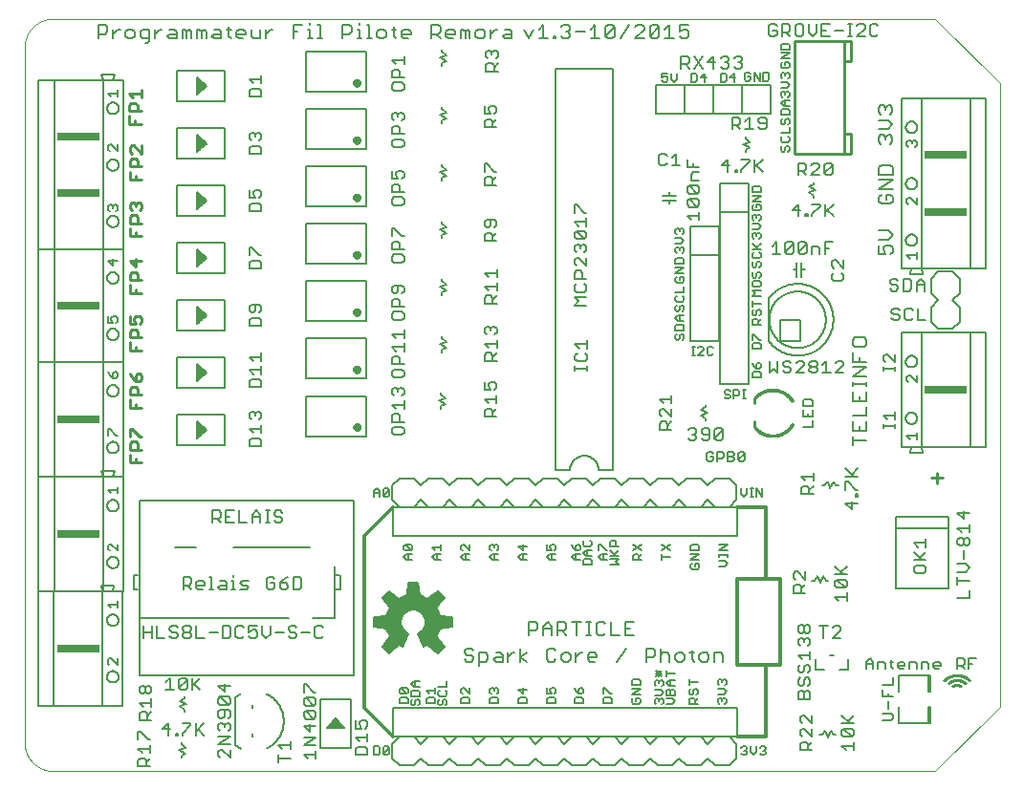
<source format=gto>
G75*
%MOIN*%
%OFA0B0*%
%FSLAX25Y25*%
%IPPOS*%
%LPD*%
%AMOC8*
5,1,8,0,0,1.08239X$1,22.5*
%
%ADD10C,0.00800*%
%ADD11C,0.01000*%
%ADD12C,0.00500*%
%ADD13C,0.00700*%
%ADD14C,0.00900*%
%ADD15C,0.00600*%
%ADD16C,0.00100*%
%ADD17C,0.00787*%
%ADD18C,0.01200*%
%ADD19C,0.02000*%
%ADD20R,0.15000X0.03000*%
%ADD21C,0.00591*%
D10*
X0097182Y0038111D02*
X0097182Y0040213D01*
X0097882Y0040914D01*
X0099283Y0040914D01*
X0099984Y0040213D01*
X0099984Y0038111D01*
X0101385Y0038111D02*
X0097182Y0038111D01*
X0099984Y0039512D02*
X0101385Y0040914D01*
X0101385Y0042715D02*
X0101385Y0045518D01*
X0101385Y0044116D02*
X0097182Y0044116D01*
X0098583Y0042715D01*
X0097182Y0047319D02*
X0097182Y0050121D01*
X0097882Y0050121D01*
X0100685Y0047319D01*
X0101385Y0047319D01*
X0105721Y0050995D02*
X0108524Y0050995D01*
X0107823Y0048893D02*
X0107823Y0053097D01*
X0105721Y0050995D01*
X0101765Y0054243D02*
X0097562Y0054243D01*
X0097562Y0056345D01*
X0098262Y0057045D01*
X0099663Y0057045D01*
X0100364Y0056345D01*
X0100364Y0054243D01*
X0100364Y0055644D02*
X0101765Y0057045D01*
X0101765Y0058847D02*
X0101765Y0061649D01*
X0101765Y0060248D02*
X0097562Y0060248D01*
X0098963Y0058847D01*
X0098963Y0063451D02*
X0098262Y0063451D01*
X0097562Y0064151D01*
X0097562Y0065553D01*
X0098262Y0066253D01*
X0098963Y0066253D01*
X0099663Y0065553D01*
X0099663Y0064151D01*
X0098963Y0063451D01*
X0099663Y0064151D02*
X0100364Y0063451D01*
X0101065Y0063451D01*
X0101765Y0064151D01*
X0101765Y0065553D01*
X0101065Y0066253D01*
X0100364Y0066253D01*
X0099663Y0065553D01*
X0106845Y0064683D02*
X0109648Y0064683D01*
X0108246Y0064683D02*
X0108246Y0068887D01*
X0106845Y0067485D01*
X0111449Y0068186D02*
X0111449Y0065384D01*
X0114251Y0068186D01*
X0114251Y0065384D01*
X0113551Y0064683D01*
X0112150Y0064683D01*
X0111449Y0065384D01*
X0111449Y0068186D02*
X0112150Y0068887D01*
X0113551Y0068887D01*
X0114251Y0068186D01*
X0116053Y0068887D02*
X0116053Y0064683D01*
X0116053Y0066084D02*
X0118855Y0068887D01*
X0116754Y0066785D02*
X0118855Y0064683D01*
X0125112Y0066251D02*
X0127213Y0064149D01*
X0127213Y0066951D01*
X0125112Y0066251D02*
X0129315Y0066251D01*
X0128615Y0062348D02*
X0125812Y0062348D01*
X0128615Y0059545D01*
X0129315Y0060246D01*
X0129315Y0061647D01*
X0128615Y0062348D01*
X0128615Y0059545D02*
X0125812Y0059545D01*
X0125112Y0060246D01*
X0125112Y0061647D01*
X0125812Y0062348D01*
X0125812Y0057744D02*
X0125112Y0057043D01*
X0125112Y0055642D01*
X0125812Y0054941D01*
X0126513Y0054941D01*
X0127213Y0055642D01*
X0127213Y0057744D01*
X0125812Y0057744D02*
X0128615Y0057744D01*
X0129315Y0057043D01*
X0129315Y0055642D01*
X0128615Y0054941D01*
X0128615Y0053140D02*
X0129315Y0052439D01*
X0129315Y0051038D01*
X0128615Y0050337D01*
X0129315Y0048536D02*
X0125112Y0048536D01*
X0125812Y0050337D02*
X0125112Y0051038D01*
X0125112Y0052439D01*
X0125812Y0053140D01*
X0126513Y0053140D01*
X0127213Y0052439D01*
X0127914Y0053140D01*
X0128615Y0053140D01*
X0127213Y0052439D02*
X0127213Y0051738D01*
X0129315Y0048536D02*
X0125112Y0045733D01*
X0129315Y0045733D01*
X0129315Y0043932D02*
X0129315Y0041129D01*
X0126513Y0043932D01*
X0125812Y0043932D01*
X0125112Y0043231D01*
X0125112Y0041830D01*
X0125812Y0041129D01*
X0120034Y0048893D02*
X0117932Y0050995D01*
X0117231Y0050294D02*
X0120034Y0053097D01*
X0117231Y0053097D02*
X0117231Y0048893D01*
X0115430Y0052396D02*
X0112627Y0049594D01*
X0112627Y0048893D01*
X0111026Y0048893D02*
X0110325Y0048893D01*
X0110325Y0049594D01*
X0111026Y0049594D01*
X0111026Y0048893D01*
X0112627Y0053097D02*
X0115430Y0053097D01*
X0115430Y0052396D01*
X0146122Y0045418D02*
X0150325Y0045418D01*
X0150325Y0044017D02*
X0150325Y0046819D01*
X0147523Y0044017D02*
X0146122Y0045418D01*
X0146122Y0042215D02*
X0146122Y0039413D01*
X0146122Y0040814D02*
X0150325Y0040814D01*
X0154992Y0042234D02*
X0156393Y0040833D01*
X0154992Y0042234D02*
X0159195Y0042234D01*
X0159195Y0040833D02*
X0159195Y0043635D01*
X0159195Y0045437D02*
X0154992Y0045437D01*
X0159195Y0048239D01*
X0154992Y0048239D01*
X0157093Y0050041D02*
X0157093Y0052843D01*
X0154992Y0052143D02*
X0157093Y0050041D01*
X0154992Y0052143D02*
X0159195Y0052143D01*
X0158495Y0054645D02*
X0155692Y0057447D01*
X0158495Y0057447D01*
X0159195Y0056747D01*
X0159195Y0055345D01*
X0158495Y0054645D01*
X0155692Y0054645D01*
X0154992Y0055345D01*
X0154992Y0056747D01*
X0155692Y0057447D01*
X0155692Y0059249D02*
X0154992Y0059949D01*
X0154992Y0061351D01*
X0155692Y0062051D01*
X0158495Y0059249D01*
X0159195Y0059949D01*
X0159195Y0061351D01*
X0158495Y0062051D01*
X0155692Y0062051D01*
X0154992Y0063853D02*
X0154992Y0066655D01*
X0155692Y0066655D01*
X0158495Y0063853D01*
X0159195Y0063853D01*
X0158495Y0059249D02*
X0155692Y0059249D01*
X0172992Y0054093D02*
X0172992Y0051291D01*
X0175093Y0051291D01*
X0174393Y0052692D01*
X0174393Y0053393D01*
X0175093Y0054093D01*
X0176495Y0054093D01*
X0177195Y0053393D01*
X0177195Y0051992D01*
X0176495Y0051291D01*
X0177195Y0049489D02*
X0177195Y0046687D01*
X0177195Y0048088D02*
X0172992Y0048088D01*
X0174393Y0046687D01*
X0173692Y0044885D02*
X0172992Y0044185D01*
X0172992Y0042083D01*
X0177195Y0042083D01*
X0177195Y0044185D01*
X0176495Y0044885D01*
X0173692Y0044885D01*
X0185845Y0045933D02*
X0185845Y0040933D01*
X0188345Y0038433D01*
X0193345Y0038433D01*
X0195845Y0040933D01*
X0198345Y0038433D01*
X0203345Y0038433D01*
X0205845Y0040933D01*
X0208345Y0038433D01*
X0213345Y0038433D01*
X0215845Y0040933D01*
X0218345Y0038433D01*
X0223345Y0038433D01*
X0225845Y0040933D01*
X0228345Y0038433D01*
X0233345Y0038433D01*
X0235845Y0040933D01*
X0238345Y0038433D01*
X0243345Y0038433D01*
X0245845Y0040933D01*
X0248345Y0038433D01*
X0253345Y0038433D01*
X0255845Y0040933D01*
X0258345Y0038433D01*
X0263345Y0038433D01*
X0265845Y0040933D01*
X0268345Y0038433D01*
X0273345Y0038433D01*
X0275845Y0040933D01*
X0278345Y0038433D01*
X0283345Y0038433D01*
X0285845Y0040933D01*
X0288345Y0038433D01*
X0293345Y0038433D01*
X0295845Y0040933D01*
X0298345Y0038433D01*
X0303345Y0038433D01*
X0305845Y0040933D01*
X0305845Y0045933D01*
X0303345Y0048433D01*
X0298345Y0048433D01*
X0295845Y0045933D01*
X0293345Y0048433D01*
X0288345Y0048433D01*
X0285845Y0045933D01*
X0283345Y0048433D01*
X0278345Y0048433D01*
X0275845Y0045933D01*
X0273345Y0048433D01*
X0268345Y0048433D01*
X0265845Y0045933D01*
X0263345Y0048433D01*
X0258345Y0048433D01*
X0255845Y0045933D01*
X0253345Y0048433D01*
X0248345Y0048433D01*
X0245845Y0045933D01*
X0243345Y0048433D01*
X0238345Y0048433D01*
X0235845Y0045933D01*
X0233345Y0048433D01*
X0228345Y0048433D01*
X0225845Y0045933D01*
X0223345Y0048433D01*
X0218345Y0048433D01*
X0215845Y0045933D01*
X0213345Y0048433D01*
X0208345Y0048433D01*
X0205845Y0045933D01*
X0203345Y0048433D01*
X0198345Y0048433D01*
X0195845Y0045933D01*
X0193345Y0048433D01*
X0188345Y0048433D01*
X0185845Y0045933D01*
X0185883Y0048539D02*
X0185883Y0058539D01*
X0305883Y0058539D01*
X0305883Y0048539D01*
X0185883Y0048539D01*
X0211779Y0074583D02*
X0210995Y0075367D01*
X0211779Y0074583D02*
X0213347Y0074583D01*
X0214131Y0075367D01*
X0214131Y0076151D01*
X0213347Y0076935D01*
X0211779Y0076935D01*
X0210995Y0077719D01*
X0210995Y0078503D01*
X0211779Y0079287D01*
X0213347Y0079287D01*
X0214131Y0078503D01*
X0216059Y0077719D02*
X0218411Y0077719D01*
X0219195Y0076935D01*
X0219195Y0075367D01*
X0218411Y0074583D01*
X0216059Y0074583D01*
X0216059Y0073015D02*
X0216059Y0077719D01*
X0221124Y0075367D02*
X0221908Y0076151D01*
X0224260Y0076151D01*
X0224260Y0076935D02*
X0224260Y0074583D01*
X0221908Y0074583D01*
X0221124Y0075367D01*
X0221908Y0077719D02*
X0223476Y0077719D01*
X0224260Y0076935D01*
X0226188Y0076151D02*
X0227756Y0077719D01*
X0228540Y0077719D01*
X0226188Y0077719D02*
X0226188Y0074583D01*
X0230408Y0074583D02*
X0230408Y0079287D01*
X0232760Y0077719D02*
X0230408Y0076151D01*
X0232760Y0074583D01*
X0239693Y0075367D02*
X0239693Y0078503D01*
X0240477Y0079287D01*
X0242045Y0079287D01*
X0242829Y0078503D01*
X0244757Y0076935D02*
X0244757Y0075367D01*
X0245541Y0074583D01*
X0247109Y0074583D01*
X0247893Y0075367D01*
X0247893Y0076935D01*
X0247109Y0077719D01*
X0245541Y0077719D01*
X0244757Y0076935D01*
X0242829Y0075367D02*
X0242045Y0074583D01*
X0240477Y0074583D01*
X0239693Y0075367D01*
X0238338Y0083761D02*
X0238338Y0086897D01*
X0239906Y0088465D01*
X0241474Y0086897D01*
X0241474Y0083761D01*
X0243403Y0083761D02*
X0243403Y0088465D01*
X0245755Y0088465D01*
X0246539Y0087681D01*
X0246539Y0086113D01*
X0245755Y0085329D01*
X0243403Y0085329D01*
X0244971Y0085329D02*
X0246539Y0083761D01*
X0250035Y0083761D02*
X0250035Y0088465D01*
X0248467Y0088465D02*
X0251603Y0088465D01*
X0253531Y0088465D02*
X0255099Y0088465D01*
X0254315Y0088465D02*
X0254315Y0083761D01*
X0253531Y0083761D02*
X0255099Y0083761D01*
X0256907Y0084545D02*
X0256907Y0087681D01*
X0257691Y0088465D01*
X0259259Y0088465D01*
X0260043Y0087681D01*
X0261972Y0088465D02*
X0261972Y0083761D01*
X0265108Y0083761D01*
X0267036Y0083761D02*
X0270172Y0083761D01*
X0268604Y0086113D02*
X0267036Y0086113D01*
X0267036Y0088465D02*
X0267036Y0083761D01*
X0267036Y0088465D02*
X0270172Y0088465D01*
X0267307Y0079287D02*
X0264170Y0074583D01*
X0257178Y0076151D02*
X0257178Y0076935D01*
X0256394Y0077719D01*
X0254826Y0077719D01*
X0254042Y0076935D01*
X0254042Y0075367D01*
X0254826Y0074583D01*
X0256394Y0074583D01*
X0257178Y0076151D02*
X0254042Y0076151D01*
X0252174Y0077719D02*
X0251390Y0077719D01*
X0249822Y0076151D01*
X0249822Y0074583D02*
X0249822Y0077719D01*
X0256907Y0084545D02*
X0257691Y0083761D01*
X0259259Y0083761D01*
X0260043Y0084545D01*
X0274299Y0079287D02*
X0274299Y0074583D01*
X0274299Y0076151D02*
X0276651Y0076151D01*
X0277435Y0076935D01*
X0277435Y0078503D01*
X0276651Y0079287D01*
X0274299Y0079287D01*
X0279363Y0079287D02*
X0279363Y0074583D01*
X0279363Y0076935D02*
X0280147Y0077719D01*
X0281715Y0077719D01*
X0282499Y0076935D01*
X0282499Y0074583D01*
X0284428Y0075367D02*
X0285212Y0074583D01*
X0286780Y0074583D01*
X0287564Y0075367D01*
X0287564Y0076935D01*
X0286780Y0077719D01*
X0285212Y0077719D01*
X0284428Y0076935D01*
X0284428Y0075367D01*
X0289492Y0077719D02*
X0291060Y0077719D01*
X0290276Y0078503D02*
X0290276Y0075367D01*
X0291060Y0074583D01*
X0292868Y0075367D02*
X0293652Y0074583D01*
X0295220Y0074583D01*
X0296004Y0075367D01*
X0296004Y0076935D01*
X0295220Y0077719D01*
X0293652Y0077719D01*
X0292868Y0076935D01*
X0292868Y0075367D01*
X0297933Y0074583D02*
X0297933Y0077719D01*
X0300285Y0077719D01*
X0301069Y0076935D01*
X0301069Y0074583D01*
X0327242Y0072893D02*
X0327242Y0071492D01*
X0327942Y0070791D01*
X0328643Y0070791D01*
X0329343Y0071492D01*
X0329343Y0072893D01*
X0330044Y0073593D01*
X0330745Y0073593D01*
X0331445Y0072893D01*
X0331445Y0071492D01*
X0330745Y0070791D01*
X0330745Y0068989D02*
X0331445Y0068289D01*
X0331445Y0066888D01*
X0330745Y0066187D01*
X0329343Y0066888D02*
X0329343Y0068289D01*
X0330044Y0068989D01*
X0330745Y0068989D01*
X0329343Y0066888D02*
X0328643Y0066187D01*
X0327942Y0066187D01*
X0327242Y0066888D01*
X0327242Y0068289D01*
X0327942Y0068989D01*
X0327242Y0072893D02*
X0327942Y0073593D01*
X0328643Y0075395D02*
X0327242Y0076796D01*
X0331445Y0076796D01*
X0331445Y0075395D02*
X0331445Y0078197D01*
X0330745Y0079999D02*
X0331445Y0080699D01*
X0331445Y0082101D01*
X0330745Y0082801D01*
X0330044Y0082801D01*
X0329343Y0082101D01*
X0329343Y0081400D01*
X0329343Y0082101D02*
X0328643Y0082801D01*
X0327942Y0082801D01*
X0327242Y0082101D01*
X0327242Y0080699D01*
X0327942Y0079999D01*
X0327942Y0084603D02*
X0328643Y0084603D01*
X0329343Y0085303D01*
X0329343Y0086704D01*
X0330044Y0087405D01*
X0330745Y0087405D01*
X0331445Y0086704D01*
X0331445Y0085303D01*
X0330745Y0084603D01*
X0330044Y0084603D01*
X0329343Y0085303D01*
X0329343Y0086704D02*
X0328643Y0087405D01*
X0327942Y0087405D01*
X0327242Y0086704D01*
X0327242Y0085303D01*
X0327942Y0084603D01*
X0334787Y0087037D02*
X0337590Y0087037D01*
X0336188Y0087037D02*
X0336188Y0082833D01*
X0339391Y0082833D02*
X0342194Y0085635D01*
X0342194Y0086336D01*
X0341493Y0087037D01*
X0340092Y0087037D01*
X0339391Y0086336D01*
X0339391Y0082833D02*
X0342194Y0082833D01*
X0341481Y0095880D02*
X0340080Y0097281D01*
X0344284Y0097281D01*
X0344284Y0095880D02*
X0344284Y0098682D01*
X0343583Y0100483D02*
X0340781Y0100483D01*
X0340080Y0101184D01*
X0340080Y0102585D01*
X0340781Y0103286D01*
X0343583Y0100483D01*
X0344284Y0101184D01*
X0344284Y0102585D01*
X0343583Y0103286D01*
X0340781Y0103286D01*
X0340080Y0105087D02*
X0344284Y0105087D01*
X0342883Y0105087D02*
X0340080Y0107890D01*
X0342182Y0105788D02*
X0344284Y0107890D01*
X0329784Y0106015D02*
X0329784Y0103212D01*
X0326981Y0106015D01*
X0326281Y0106015D01*
X0325580Y0105314D01*
X0325580Y0103913D01*
X0326281Y0103212D01*
X0326281Y0101411D02*
X0327682Y0101411D01*
X0328383Y0100710D01*
X0328383Y0098608D01*
X0329784Y0098608D02*
X0325580Y0098608D01*
X0325580Y0100710D01*
X0326281Y0101411D01*
X0328383Y0100010D02*
X0329784Y0101411D01*
X0305883Y0118539D02*
X0305883Y0128539D01*
X0185883Y0128539D01*
X0185883Y0118539D01*
X0305883Y0118539D01*
X0303345Y0128558D02*
X0298345Y0128558D01*
X0295845Y0131058D01*
X0293345Y0128558D01*
X0288345Y0128558D01*
X0285845Y0131058D01*
X0283345Y0128558D01*
X0278345Y0128558D01*
X0275845Y0131058D01*
X0273345Y0128558D01*
X0268345Y0128558D01*
X0265845Y0131058D01*
X0263345Y0128558D01*
X0258345Y0128558D01*
X0255845Y0131058D01*
X0253345Y0128558D01*
X0248345Y0128558D01*
X0245845Y0131058D01*
X0243345Y0128558D01*
X0238345Y0128558D01*
X0235845Y0131058D01*
X0233345Y0128558D01*
X0228345Y0128558D01*
X0225845Y0131058D01*
X0223345Y0128558D01*
X0218345Y0128558D01*
X0215845Y0131058D01*
X0213345Y0128558D01*
X0208345Y0128558D01*
X0205845Y0131058D01*
X0203345Y0128558D01*
X0198345Y0128558D01*
X0195845Y0131058D01*
X0193345Y0128558D01*
X0188345Y0128558D01*
X0185845Y0131058D01*
X0185845Y0136058D01*
X0188345Y0138558D01*
X0193345Y0138558D01*
X0195845Y0136058D01*
X0198345Y0138558D01*
X0203345Y0138558D01*
X0205845Y0136058D01*
X0208345Y0138558D01*
X0213345Y0138558D01*
X0215845Y0136058D01*
X0218345Y0138558D01*
X0223345Y0138558D01*
X0225845Y0136058D01*
X0228345Y0138558D01*
X0233345Y0138558D01*
X0235845Y0136058D01*
X0238345Y0138558D01*
X0243345Y0138558D01*
X0245845Y0136058D01*
X0248345Y0138558D01*
X0253345Y0138558D01*
X0255845Y0136058D01*
X0258345Y0138558D01*
X0263345Y0138558D01*
X0265845Y0136058D01*
X0268345Y0138558D01*
X0273345Y0138558D01*
X0275845Y0136058D01*
X0278345Y0138558D01*
X0283345Y0138558D01*
X0285845Y0136058D01*
X0288345Y0138558D01*
X0293345Y0138558D01*
X0295845Y0136058D01*
X0298345Y0138558D01*
X0303345Y0138558D01*
X0305845Y0136058D01*
X0305845Y0131058D01*
X0303345Y0128558D01*
X0328358Y0133100D02*
X0328358Y0135201D01*
X0329058Y0135902D01*
X0330459Y0135902D01*
X0331160Y0135201D01*
X0331160Y0133100D01*
X0331160Y0134501D02*
X0332561Y0135902D01*
X0332561Y0137704D02*
X0332561Y0140506D01*
X0332561Y0139105D02*
X0328358Y0139105D01*
X0329759Y0137704D01*
X0328358Y0133100D02*
X0332561Y0133100D01*
X0343858Y0134600D02*
X0343858Y0137402D01*
X0344558Y0137402D01*
X0347361Y0134600D01*
X0348061Y0134600D01*
X0348061Y0132998D02*
X0348061Y0132298D01*
X0347361Y0132298D01*
X0347361Y0132998D01*
X0348061Y0132998D01*
X0348061Y0129796D02*
X0343858Y0129796D01*
X0345959Y0127694D01*
X0345959Y0130496D01*
X0346660Y0139204D02*
X0343858Y0142006D01*
X0343858Y0139204D02*
X0348061Y0139204D01*
X0345959Y0139904D02*
X0348061Y0142006D01*
X0346324Y0150077D02*
X0346324Y0153280D01*
X0346324Y0151679D02*
X0351128Y0151679D01*
X0351128Y0155234D02*
X0346324Y0155234D01*
X0346324Y0158436D01*
X0346324Y0160390D02*
X0351128Y0160390D01*
X0351128Y0163593D01*
X0351128Y0165546D02*
X0351128Y0168749D01*
X0351128Y0170703D02*
X0351128Y0172304D01*
X0351128Y0171503D02*
X0346324Y0171503D01*
X0346324Y0170703D02*
X0346324Y0172304D01*
X0346324Y0174140D02*
X0351128Y0177343D01*
X0346324Y0177343D01*
X0346324Y0179297D02*
X0346324Y0182499D01*
X0347125Y0184453D02*
X0350328Y0184453D01*
X0351128Y0185254D01*
X0351128Y0186855D01*
X0350328Y0187656D01*
X0347125Y0187656D01*
X0346324Y0186855D01*
X0346324Y0185254D01*
X0347125Y0184453D01*
X0348726Y0180898D02*
X0348726Y0179297D01*
X0351128Y0179297D02*
X0346324Y0179297D01*
X0343194Y0178836D02*
X0342493Y0179537D01*
X0341092Y0179537D01*
X0340391Y0178836D01*
X0343194Y0178836D02*
X0343194Y0178135D01*
X0340391Y0175333D01*
X0343194Y0175333D01*
X0346324Y0174140D02*
X0351128Y0174140D01*
X0356887Y0176042D02*
X0356887Y0177443D01*
X0356887Y0176742D02*
X0361091Y0176742D01*
X0361091Y0176042D02*
X0361091Y0177443D01*
X0361091Y0179111D02*
X0358288Y0181913D01*
X0357588Y0181913D01*
X0356887Y0181213D01*
X0356887Y0179812D01*
X0357588Y0179111D01*
X0361091Y0179111D02*
X0361091Y0181913D01*
X0360564Y0193729D02*
X0359863Y0194429D01*
X0360564Y0193729D02*
X0361965Y0193729D01*
X0362666Y0194429D01*
X0362666Y0195130D01*
X0361965Y0195831D01*
X0360564Y0195831D01*
X0359863Y0196531D01*
X0359863Y0197232D01*
X0360564Y0197932D01*
X0361965Y0197932D01*
X0362666Y0197232D01*
X0364467Y0197232D02*
X0364467Y0194429D01*
X0365168Y0193729D01*
X0366569Y0193729D01*
X0367270Y0194429D01*
X0369071Y0193729D02*
X0371873Y0193729D01*
X0373595Y0193183D02*
X0373595Y0198183D01*
X0376095Y0200683D01*
X0373595Y0203183D01*
X0373595Y0208183D01*
X0376095Y0210683D01*
X0381095Y0210683D01*
X0383595Y0208183D01*
X0383595Y0203183D01*
X0381095Y0200683D01*
X0383595Y0198183D01*
X0383595Y0193183D01*
X0381095Y0190683D01*
X0376095Y0190683D01*
X0373595Y0193183D01*
X0369071Y0193729D02*
X0369071Y0197932D01*
X0367270Y0197232D02*
X0366569Y0197932D01*
X0365168Y0197932D01*
X0364467Y0197232D01*
X0363967Y0203979D02*
X0366069Y0203979D01*
X0366770Y0204679D01*
X0366770Y0207482D01*
X0366069Y0208182D01*
X0363967Y0208182D01*
X0363967Y0203979D01*
X0362166Y0204679D02*
X0361465Y0203979D01*
X0360064Y0203979D01*
X0359363Y0204679D01*
X0360064Y0206081D02*
X0361465Y0206081D01*
X0362166Y0205380D01*
X0362166Y0204679D01*
X0360064Y0206081D02*
X0359363Y0206781D01*
X0359363Y0207482D01*
X0360064Y0208182D01*
X0361465Y0208182D01*
X0362166Y0207482D01*
X0368571Y0206781D02*
X0368571Y0203979D01*
X0368571Y0206081D02*
X0371373Y0206081D01*
X0371373Y0206781D02*
X0371373Y0203979D01*
X0371373Y0206781D02*
X0369972Y0208182D01*
X0368571Y0206781D01*
X0359469Y0216753D02*
X0360270Y0217553D01*
X0360270Y0219155D01*
X0359469Y0219955D01*
X0357868Y0219955D01*
X0357067Y0219155D01*
X0357067Y0218354D01*
X0357868Y0216753D01*
X0355465Y0216753D01*
X0355465Y0219955D01*
X0355465Y0221909D02*
X0358668Y0221909D01*
X0360270Y0223510D01*
X0358668Y0225112D01*
X0355465Y0225112D01*
X0356290Y0234321D02*
X0359492Y0234321D01*
X0360293Y0235121D01*
X0360293Y0236723D01*
X0359492Y0237523D01*
X0357891Y0237523D01*
X0357891Y0235922D01*
X0356290Y0237523D02*
X0355489Y0236723D01*
X0355489Y0235121D01*
X0356290Y0234321D01*
X0355489Y0239477D02*
X0360293Y0242680D01*
X0355489Y0242680D01*
X0355489Y0244633D02*
X0355489Y0247035D01*
X0356290Y0247836D01*
X0359492Y0247836D01*
X0360293Y0247035D01*
X0360293Y0244633D01*
X0355489Y0244633D01*
X0355489Y0239477D02*
X0360293Y0239477D01*
X0359390Y0255246D02*
X0360191Y0256046D01*
X0360191Y0257648D01*
X0359390Y0258448D01*
X0358589Y0258448D01*
X0357789Y0257648D01*
X0357789Y0256847D01*
X0357789Y0257648D02*
X0356988Y0258448D01*
X0356187Y0258448D01*
X0355387Y0257648D01*
X0355387Y0256046D01*
X0356187Y0255246D01*
X0355387Y0260402D02*
X0358589Y0260402D01*
X0360191Y0262004D01*
X0358589Y0263605D01*
X0355387Y0263605D01*
X0356187Y0265559D02*
X0355387Y0266359D01*
X0355387Y0267961D01*
X0356187Y0268761D01*
X0356988Y0268761D01*
X0357789Y0267961D01*
X0358589Y0268761D01*
X0359390Y0268761D01*
X0360191Y0267961D01*
X0360191Y0266359D01*
X0359390Y0265559D01*
X0357789Y0267160D02*
X0357789Y0267961D01*
X0338555Y0248537D02*
X0337154Y0248537D01*
X0336453Y0247836D01*
X0336453Y0245034D01*
X0339255Y0247836D01*
X0339255Y0245034D01*
X0338555Y0244333D01*
X0337154Y0244333D01*
X0336453Y0245034D01*
X0334651Y0244333D02*
X0331849Y0244333D01*
X0334651Y0247135D01*
X0334651Y0247836D01*
X0333951Y0248537D01*
X0332550Y0248537D01*
X0331849Y0247836D01*
X0330048Y0247836D02*
X0330048Y0246435D01*
X0329347Y0245734D01*
X0327245Y0245734D01*
X0327245Y0244333D02*
X0327245Y0248537D01*
X0329347Y0248537D01*
X0330048Y0247836D01*
X0328646Y0245734D02*
X0330048Y0244333D01*
X0338555Y0248537D02*
X0339255Y0247836D01*
X0339557Y0234287D02*
X0336755Y0231484D01*
X0337456Y0232185D02*
X0339557Y0230083D01*
X0336755Y0230083D02*
X0336755Y0234287D01*
X0334953Y0234287D02*
X0334953Y0233586D01*
X0332151Y0230784D01*
X0332151Y0230083D01*
X0330550Y0230083D02*
X0329849Y0230083D01*
X0329849Y0230784D01*
X0330550Y0230784D01*
X0330550Y0230083D01*
X0327347Y0230083D02*
X0327347Y0234287D01*
X0325245Y0232185D01*
X0328048Y0232185D01*
X0332151Y0234287D02*
X0334953Y0234287D01*
X0336641Y0221037D02*
X0339444Y0221037D01*
X0338042Y0218935D02*
X0336641Y0218935D01*
X0334840Y0218935D02*
X0334840Y0216833D01*
X0336641Y0216833D02*
X0336641Y0221037D01*
X0334840Y0218935D02*
X0334139Y0219635D01*
X0332037Y0219635D01*
X0332037Y0216833D01*
X0330236Y0217534D02*
X0329535Y0216833D01*
X0328134Y0216833D01*
X0327433Y0217534D01*
X0330236Y0220336D01*
X0330236Y0217534D01*
X0330236Y0220336D02*
X0329535Y0221037D01*
X0328134Y0221037D01*
X0327433Y0220336D01*
X0327433Y0217534D01*
X0325632Y0217534D02*
X0324931Y0216833D01*
X0323530Y0216833D01*
X0322829Y0217534D01*
X0325632Y0220336D01*
X0325632Y0217534D01*
X0325632Y0220336D02*
X0324931Y0221037D01*
X0323530Y0221037D01*
X0322829Y0220336D01*
X0322829Y0217534D01*
X0321028Y0216833D02*
X0318225Y0216833D01*
X0319627Y0216833D02*
X0319627Y0221037D01*
X0318225Y0219635D01*
X0338992Y0214081D02*
X0338992Y0212680D01*
X0339692Y0211979D01*
X0339692Y0210178D02*
X0338992Y0209477D01*
X0338992Y0208076D01*
X0339692Y0207375D01*
X0342495Y0207375D01*
X0343195Y0208076D01*
X0343195Y0209477D01*
X0342495Y0210178D01*
X0343195Y0211979D02*
X0340393Y0214782D01*
X0339692Y0214782D01*
X0338992Y0214081D01*
X0343195Y0214782D02*
X0343195Y0211979D01*
X0337188Y0179537D02*
X0337188Y0175333D01*
X0335787Y0175333D02*
X0338590Y0175333D01*
X0335787Y0178135D02*
X0337188Y0179537D01*
X0333986Y0178836D02*
X0333986Y0178135D01*
X0333285Y0177435D01*
X0331884Y0177435D01*
X0331183Y0178135D01*
X0331183Y0178836D01*
X0331884Y0179537D01*
X0333285Y0179537D01*
X0333986Y0178836D01*
X0333285Y0177435D02*
X0333986Y0176734D01*
X0333986Y0176034D01*
X0333285Y0175333D01*
X0331884Y0175333D01*
X0331183Y0176034D01*
X0331183Y0176734D01*
X0331884Y0177435D01*
X0329382Y0178135D02*
X0326579Y0175333D01*
X0329382Y0175333D01*
X0329382Y0178135D02*
X0329382Y0178836D01*
X0328681Y0179537D01*
X0327280Y0179537D01*
X0326579Y0178836D01*
X0324778Y0178836D02*
X0324077Y0179537D01*
X0322676Y0179537D01*
X0321975Y0178836D01*
X0321975Y0178135D01*
X0322676Y0177435D01*
X0324077Y0177435D01*
X0324778Y0176734D01*
X0324778Y0176034D01*
X0324077Y0175333D01*
X0322676Y0175333D01*
X0321975Y0176034D01*
X0320174Y0175333D02*
X0318773Y0176734D01*
X0317372Y0175333D01*
X0317372Y0179537D01*
X0320174Y0179537D02*
X0320174Y0175333D01*
X0300305Y0156037D02*
X0301005Y0155336D01*
X0298203Y0152534D01*
X0298904Y0151833D01*
X0300305Y0151833D01*
X0301005Y0152534D01*
X0301005Y0155336D01*
X0300305Y0156037D02*
X0298904Y0156037D01*
X0298203Y0155336D01*
X0298203Y0152534D01*
X0296401Y0152534D02*
X0296401Y0155336D01*
X0295701Y0156037D01*
X0294300Y0156037D01*
X0293599Y0155336D01*
X0293599Y0154635D01*
X0294300Y0153935D01*
X0296401Y0153935D01*
X0296401Y0152534D02*
X0295701Y0151833D01*
X0294300Y0151833D01*
X0293599Y0152534D01*
X0291798Y0152534D02*
X0291097Y0151833D01*
X0289696Y0151833D01*
X0288995Y0152534D01*
X0290396Y0153935D02*
X0291097Y0153935D01*
X0291798Y0153234D01*
X0291798Y0152534D01*
X0291097Y0153935D02*
X0291798Y0154635D01*
X0291798Y0155336D01*
X0291097Y0156037D01*
X0289696Y0156037D01*
X0288995Y0155336D01*
X0283195Y0155521D02*
X0278992Y0155521D01*
X0278992Y0157623D01*
X0279692Y0158324D01*
X0281093Y0158324D01*
X0281794Y0157623D01*
X0281794Y0155521D01*
X0281794Y0156922D02*
X0283195Y0158324D01*
X0283195Y0160125D02*
X0280393Y0162928D01*
X0279692Y0162928D01*
X0278992Y0162227D01*
X0278992Y0160826D01*
X0279692Y0160125D01*
X0283195Y0160125D02*
X0283195Y0162928D01*
X0283195Y0164729D02*
X0283195Y0167532D01*
X0283195Y0166130D02*
X0278992Y0166130D01*
X0280393Y0164729D01*
X0253715Y0176253D02*
X0253715Y0177654D01*
X0253715Y0176954D02*
X0249512Y0176954D01*
X0249512Y0177654D02*
X0249512Y0176253D01*
X0250212Y0179322D02*
X0253015Y0179322D01*
X0253715Y0180023D01*
X0253715Y0181424D01*
X0253015Y0182125D01*
X0253715Y0183926D02*
X0253715Y0186729D01*
X0253715Y0185327D02*
X0249512Y0185327D01*
X0250913Y0183926D01*
X0250212Y0182125D02*
X0249512Y0181424D01*
X0249512Y0180023D01*
X0250212Y0179322D01*
X0249292Y0198973D02*
X0250693Y0200374D01*
X0249292Y0201775D01*
X0253495Y0201775D01*
X0252795Y0203577D02*
X0253495Y0204278D01*
X0253495Y0205679D01*
X0252795Y0206379D01*
X0253495Y0208181D02*
X0249292Y0208181D01*
X0249292Y0210283D01*
X0249992Y0210983D01*
X0251393Y0210983D01*
X0252094Y0210283D01*
X0252094Y0208181D01*
X0249992Y0206379D02*
X0249292Y0205679D01*
X0249292Y0204278D01*
X0249992Y0203577D01*
X0252795Y0203577D01*
X0253495Y0198973D02*
X0249292Y0198973D01*
X0249992Y0212785D02*
X0249292Y0213485D01*
X0249292Y0214887D01*
X0249992Y0215587D01*
X0250693Y0215587D01*
X0253495Y0212785D01*
X0253495Y0215587D01*
X0252795Y0217389D02*
X0253495Y0218089D01*
X0253495Y0219491D01*
X0252795Y0220191D01*
X0252094Y0220191D01*
X0251393Y0219491D01*
X0251393Y0218790D01*
X0251393Y0219491D02*
X0250693Y0220191D01*
X0249992Y0220191D01*
X0249292Y0219491D01*
X0249292Y0218089D01*
X0249992Y0217389D01*
X0249992Y0221993D02*
X0249292Y0222693D01*
X0249292Y0224095D01*
X0249992Y0224795D01*
X0252795Y0221993D01*
X0253495Y0222693D01*
X0253495Y0224095D01*
X0252795Y0224795D01*
X0249992Y0224795D01*
X0250693Y0226597D02*
X0249292Y0227998D01*
X0253495Y0227998D01*
X0253495Y0226597D02*
X0253495Y0229399D01*
X0253495Y0231201D02*
X0252795Y0231201D01*
X0249992Y0234003D01*
X0249292Y0234003D01*
X0249292Y0231201D01*
X0249992Y0221993D02*
X0252795Y0221993D01*
X0222132Y0221448D02*
X0217929Y0221448D01*
X0217929Y0223550D01*
X0218629Y0224250D01*
X0220030Y0224250D01*
X0220731Y0223550D01*
X0220731Y0221448D01*
X0220731Y0222849D02*
X0222132Y0224250D01*
X0221432Y0226052D02*
X0222132Y0226753D01*
X0222132Y0228154D01*
X0221432Y0228854D01*
X0218629Y0228854D01*
X0217929Y0228154D01*
X0217929Y0226753D01*
X0218629Y0226052D01*
X0219330Y0226052D01*
X0220030Y0226753D01*
X0220030Y0228854D01*
X0220731Y0240948D02*
X0220731Y0243050D01*
X0220030Y0243750D01*
X0218629Y0243750D01*
X0217929Y0243050D01*
X0217929Y0240948D01*
X0222132Y0240948D01*
X0220731Y0242349D02*
X0222132Y0243750D01*
X0222132Y0245552D02*
X0221432Y0245552D01*
X0218629Y0248354D01*
X0217929Y0248354D01*
X0217929Y0245552D01*
X0217929Y0261054D02*
X0217929Y0263156D01*
X0218629Y0263857D01*
X0220030Y0263857D01*
X0220731Y0263156D01*
X0220731Y0261054D01*
X0222132Y0261054D02*
X0217929Y0261054D01*
X0220731Y0262456D02*
X0222132Y0263857D01*
X0221432Y0265658D02*
X0222132Y0266359D01*
X0222132Y0267760D01*
X0221432Y0268461D01*
X0220030Y0268461D01*
X0219330Y0267760D01*
X0219330Y0267059D01*
X0220030Y0265658D01*
X0217929Y0265658D01*
X0217929Y0268461D01*
X0218429Y0280554D02*
X0218429Y0282656D01*
X0219129Y0283357D01*
X0220530Y0283357D01*
X0221231Y0282656D01*
X0221231Y0280554D01*
X0222632Y0280554D02*
X0218429Y0280554D01*
X0221231Y0281956D02*
X0222632Y0283357D01*
X0221932Y0285158D02*
X0222632Y0285859D01*
X0222632Y0287260D01*
X0221932Y0287961D01*
X0221231Y0287961D01*
X0220530Y0287260D01*
X0220530Y0286559D01*
X0220530Y0287260D02*
X0219830Y0287961D01*
X0219129Y0287961D01*
X0218429Y0287260D01*
X0218429Y0285859D01*
X0219129Y0285158D01*
X0219980Y0292008D02*
X0219980Y0295211D01*
X0221581Y0295211D02*
X0222382Y0295211D01*
X0221581Y0295211D02*
X0219980Y0293610D01*
X0218026Y0294410D02*
X0217225Y0295211D01*
X0215624Y0295211D01*
X0214823Y0294410D01*
X0214823Y0292809D01*
X0215624Y0292008D01*
X0217225Y0292008D01*
X0218026Y0292809D01*
X0218026Y0294410D01*
X0212869Y0294410D02*
X0212069Y0295211D01*
X0211268Y0294410D01*
X0211268Y0292008D01*
X0209667Y0292008D02*
X0209667Y0295211D01*
X0210467Y0295211D01*
X0211268Y0294410D01*
X0212869Y0294410D02*
X0212869Y0292008D01*
X0207713Y0293610D02*
X0204510Y0293610D01*
X0204510Y0294410D02*
X0205311Y0295211D01*
X0206912Y0295211D01*
X0207713Y0294410D01*
X0207713Y0293610D01*
X0206912Y0292008D02*
X0205311Y0292008D01*
X0204510Y0292809D01*
X0204510Y0294410D01*
X0202557Y0294410D02*
X0202557Y0296012D01*
X0201756Y0296812D01*
X0199354Y0296812D01*
X0199354Y0292008D01*
X0199354Y0293610D02*
X0201756Y0293610D01*
X0202557Y0294410D01*
X0200955Y0293610D02*
X0202557Y0292008D01*
X0192244Y0293610D02*
X0189041Y0293610D01*
X0189041Y0294410D02*
X0189842Y0295211D01*
X0191443Y0295211D01*
X0192244Y0294410D01*
X0192244Y0293610D01*
X0191443Y0292008D02*
X0189842Y0292008D01*
X0189041Y0292809D01*
X0189041Y0294410D01*
X0187205Y0295211D02*
X0185604Y0295211D01*
X0186404Y0296012D02*
X0186404Y0292809D01*
X0187205Y0292008D01*
X0183650Y0292809D02*
X0183650Y0294410D01*
X0182849Y0295211D01*
X0181248Y0295211D01*
X0180447Y0294410D01*
X0180447Y0292809D01*
X0181248Y0292008D01*
X0182849Y0292008D01*
X0183650Y0292809D01*
X0178611Y0292008D02*
X0177010Y0292008D01*
X0177810Y0292008D02*
X0177810Y0296812D01*
X0177010Y0296812D01*
X0174373Y0296812D02*
X0174373Y0297613D01*
X0174373Y0295211D02*
X0174373Y0292008D01*
X0175173Y0292008D02*
X0173572Y0292008D01*
X0171618Y0294410D02*
X0170818Y0293610D01*
X0168416Y0293610D01*
X0168416Y0292008D02*
X0168416Y0296812D01*
X0170818Y0296812D01*
X0171618Y0296012D01*
X0171618Y0294410D01*
X0173572Y0295211D02*
X0174373Y0295211D01*
X0161423Y0292008D02*
X0159822Y0292008D01*
X0160622Y0292008D02*
X0160622Y0296812D01*
X0159822Y0296812D01*
X0157185Y0296812D02*
X0157185Y0297613D01*
X0157185Y0295211D02*
X0157185Y0292008D01*
X0157985Y0292008D02*
X0156384Y0292008D01*
X0156384Y0295211D02*
X0157185Y0295211D01*
X0154430Y0296812D02*
X0151228Y0296812D01*
X0151228Y0292008D01*
X0151228Y0294410D02*
X0152829Y0294410D01*
X0144176Y0295211D02*
X0143376Y0295211D01*
X0141774Y0293610D01*
X0141774Y0295211D02*
X0141774Y0292008D01*
X0139821Y0292008D02*
X0139821Y0295211D01*
X0139821Y0292008D02*
X0137418Y0292008D01*
X0136618Y0292809D01*
X0136618Y0295211D01*
X0134664Y0294410D02*
X0134664Y0293610D01*
X0131461Y0293610D01*
X0131461Y0294410D02*
X0132262Y0295211D01*
X0133863Y0295211D01*
X0134664Y0294410D01*
X0133863Y0292008D02*
X0132262Y0292008D01*
X0131461Y0292809D01*
X0131461Y0294410D01*
X0129625Y0295211D02*
X0128024Y0295211D01*
X0128824Y0296012D02*
X0128824Y0292809D01*
X0129625Y0292008D01*
X0126070Y0292008D02*
X0123668Y0292008D01*
X0122867Y0292809D01*
X0123668Y0293610D01*
X0126070Y0293610D01*
X0126070Y0294410D02*
X0126070Y0292008D01*
X0126070Y0294410D02*
X0125269Y0295211D01*
X0123668Y0295211D01*
X0120914Y0294410D02*
X0120914Y0292008D01*
X0119312Y0292008D02*
X0119312Y0294410D01*
X0120113Y0295211D01*
X0120914Y0294410D01*
X0119312Y0294410D02*
X0118512Y0295211D01*
X0117711Y0295211D01*
X0117711Y0292008D01*
X0115757Y0292008D02*
X0115757Y0294410D01*
X0114957Y0295211D01*
X0114156Y0294410D01*
X0114156Y0292008D01*
X0112555Y0292008D02*
X0112555Y0295211D01*
X0113355Y0295211D01*
X0114156Y0294410D01*
X0110601Y0294410D02*
X0110601Y0292008D01*
X0108199Y0292008D01*
X0107398Y0292809D01*
X0108199Y0293610D01*
X0110601Y0293610D01*
X0110601Y0294410D02*
X0109800Y0295211D01*
X0108199Y0295211D01*
X0105503Y0295211D02*
X0104703Y0295211D01*
X0103101Y0293610D01*
X0103101Y0295211D02*
X0103101Y0292008D01*
X0101148Y0292008D02*
X0098745Y0292008D01*
X0097945Y0292809D01*
X0097945Y0294410D01*
X0098745Y0295211D01*
X0101148Y0295211D01*
X0101148Y0291208D01*
X0100347Y0290407D01*
X0099546Y0290407D01*
X0095991Y0292809D02*
X0095991Y0294410D01*
X0095190Y0295211D01*
X0093589Y0295211D01*
X0092788Y0294410D01*
X0092788Y0292809D01*
X0093589Y0292008D01*
X0095190Y0292008D01*
X0095991Y0292809D01*
X0090893Y0295211D02*
X0090093Y0295211D01*
X0088491Y0293610D01*
X0088491Y0295211D02*
X0088491Y0292008D01*
X0086538Y0294410D02*
X0085737Y0293610D01*
X0083335Y0293610D01*
X0083335Y0292008D02*
X0083335Y0296812D01*
X0085737Y0296812D01*
X0086538Y0296012D01*
X0086538Y0294410D01*
X0135992Y0277838D02*
X0140195Y0277838D01*
X0140195Y0276437D02*
X0140195Y0279239D01*
X0137393Y0276437D02*
X0135992Y0277838D01*
X0136692Y0274635D02*
X0135992Y0273935D01*
X0135992Y0271833D01*
X0140195Y0271833D01*
X0140195Y0273935D01*
X0139495Y0274635D01*
X0136692Y0274635D01*
X0136692Y0259239D02*
X0137393Y0259239D01*
X0138093Y0258539D01*
X0138794Y0259239D01*
X0139495Y0259239D01*
X0140195Y0258539D01*
X0140195Y0257138D01*
X0139495Y0256437D01*
X0139495Y0254635D02*
X0136692Y0254635D01*
X0135992Y0253935D01*
X0135992Y0251833D01*
X0140195Y0251833D01*
X0140195Y0253935D01*
X0139495Y0254635D01*
X0136692Y0256437D02*
X0135992Y0257138D01*
X0135992Y0258539D01*
X0136692Y0259239D01*
X0138093Y0258539D02*
X0138093Y0257838D01*
X0138093Y0239239D02*
X0139495Y0239239D01*
X0140195Y0238539D01*
X0140195Y0237138D01*
X0139495Y0236437D01*
X0138093Y0236437D02*
X0137393Y0237838D01*
X0137393Y0238539D01*
X0138093Y0239239D01*
X0135992Y0239239D02*
X0135992Y0236437D01*
X0138093Y0236437D01*
X0136692Y0234635D02*
X0135992Y0233935D01*
X0135992Y0231833D01*
X0140195Y0231833D01*
X0140195Y0233935D01*
X0139495Y0234635D01*
X0136692Y0234635D01*
X0136692Y0219239D02*
X0139495Y0216437D01*
X0140195Y0216437D01*
X0139495Y0214635D02*
X0136692Y0214635D01*
X0135992Y0213935D01*
X0135992Y0211833D01*
X0140195Y0211833D01*
X0140195Y0213935D01*
X0139495Y0214635D01*
X0135992Y0216437D02*
X0135992Y0219239D01*
X0136692Y0219239D01*
X0136692Y0199239D02*
X0135992Y0198539D01*
X0135992Y0197138D01*
X0136692Y0196437D01*
X0137393Y0196437D01*
X0138093Y0197138D01*
X0138093Y0199239D01*
X0136692Y0199239D02*
X0139495Y0199239D01*
X0140195Y0198539D01*
X0140195Y0197138D01*
X0139495Y0196437D01*
X0139495Y0194635D02*
X0136692Y0194635D01*
X0135992Y0193935D01*
X0135992Y0191833D01*
X0140195Y0191833D01*
X0140195Y0193935D01*
X0139495Y0194635D01*
X0140195Y0182343D02*
X0140195Y0179541D01*
X0140195Y0180942D02*
X0135992Y0180942D01*
X0137393Y0179541D01*
X0140195Y0177739D02*
X0140195Y0174937D01*
X0140195Y0176338D02*
X0135992Y0176338D01*
X0137393Y0174937D01*
X0136692Y0173135D02*
X0135992Y0172435D01*
X0135992Y0170333D01*
X0140195Y0170333D01*
X0140195Y0172435D01*
X0139495Y0173135D01*
X0136692Y0173135D01*
X0136692Y0161843D02*
X0137393Y0161843D01*
X0138093Y0161143D01*
X0138794Y0161843D01*
X0139495Y0161843D01*
X0140195Y0161143D01*
X0140195Y0159742D01*
X0139495Y0159041D01*
X0140195Y0157239D02*
X0140195Y0154437D01*
X0140195Y0155838D02*
X0135992Y0155838D01*
X0137393Y0154437D01*
X0136692Y0152635D02*
X0135992Y0151935D01*
X0135992Y0149833D01*
X0140195Y0149833D01*
X0140195Y0151935D01*
X0139495Y0152635D01*
X0136692Y0152635D01*
X0136692Y0159041D02*
X0135992Y0159742D01*
X0135992Y0161143D01*
X0136692Y0161843D01*
X0138093Y0161143D02*
X0138093Y0160442D01*
X0138358Y0127340D02*
X0136957Y0125938D01*
X0136957Y0123136D01*
X0135155Y0123136D02*
X0132353Y0123136D01*
X0132353Y0127340D01*
X0130552Y0127340D02*
X0127749Y0127340D01*
X0127749Y0123136D01*
X0130552Y0123136D01*
X0129150Y0125238D02*
X0127749Y0125238D01*
X0125948Y0125238D02*
X0125247Y0124537D01*
X0123145Y0124537D01*
X0123145Y0123136D02*
X0123145Y0127340D01*
X0125247Y0127340D01*
X0125948Y0126639D01*
X0125948Y0125238D01*
X0124546Y0124537D02*
X0125948Y0123136D01*
X0130359Y0114598D02*
X0157033Y0114598D01*
X0165596Y0107807D02*
X0165596Y0089894D01*
X0158017Y0089894D01*
X0149651Y0089894D02*
X0097584Y0089894D01*
X0097584Y0114598D01*
X0097190Y0104756D02*
X0095615Y0104756D01*
X0095615Y0099736D01*
X0097190Y0099736D01*
X0112895Y0099886D02*
X0112895Y0104090D01*
X0114997Y0104090D01*
X0115698Y0103389D01*
X0115698Y0101988D01*
X0114997Y0101287D01*
X0112895Y0101287D01*
X0114296Y0101287D02*
X0115698Y0099886D01*
X0117499Y0100587D02*
X0117499Y0101988D01*
X0118200Y0102688D01*
X0119601Y0102688D01*
X0120302Y0101988D01*
X0120302Y0101287D01*
X0117499Y0101287D01*
X0117499Y0100587D02*
X0118200Y0099886D01*
X0119601Y0099886D01*
X0122103Y0099886D02*
X0123504Y0099886D01*
X0122804Y0099886D02*
X0122804Y0104090D01*
X0122103Y0104090D01*
X0125873Y0102688D02*
X0127274Y0102688D01*
X0127975Y0101988D01*
X0127975Y0099886D01*
X0125873Y0099886D01*
X0125172Y0100587D01*
X0125873Y0101287D01*
X0127975Y0101287D01*
X0129776Y0099886D02*
X0131177Y0099886D01*
X0130477Y0099886D02*
X0130477Y0102688D01*
X0129776Y0102688D01*
X0130477Y0104090D02*
X0130477Y0104790D01*
X0132846Y0101988D02*
X0133546Y0102688D01*
X0135648Y0102688D01*
X0134947Y0101287D02*
X0133546Y0101287D01*
X0132846Y0101988D01*
X0132846Y0099886D02*
X0134947Y0099886D01*
X0135648Y0100587D01*
X0134947Y0101287D01*
X0142053Y0100587D02*
X0142053Y0103389D01*
X0142754Y0104090D01*
X0144155Y0104090D01*
X0144856Y0103389D01*
X0144856Y0101988D02*
X0143455Y0101988D01*
X0144856Y0101988D02*
X0144856Y0100587D01*
X0144155Y0099886D01*
X0142754Y0099886D01*
X0142053Y0100587D01*
X0146657Y0100587D02*
X0147358Y0099886D01*
X0148759Y0099886D01*
X0149460Y0100587D01*
X0149460Y0101287D01*
X0148759Y0101988D01*
X0146657Y0101988D01*
X0146657Y0100587D01*
X0146657Y0101988D02*
X0148059Y0103389D01*
X0149460Y0104090D01*
X0151261Y0104090D02*
X0151261Y0099886D01*
X0153363Y0099886D01*
X0154064Y0100587D01*
X0154064Y0103389D01*
X0153363Y0104090D01*
X0151261Y0104090D01*
X0165792Y0104756D02*
X0167367Y0104756D01*
X0167564Y0104756D02*
X0167564Y0099736D01*
X0167367Y0099736D02*
X0165792Y0099736D01*
X0146732Y0123136D02*
X0145331Y0123136D01*
X0144630Y0123837D01*
X0145331Y0125238D02*
X0146732Y0125238D01*
X0147433Y0124537D01*
X0147433Y0123837D01*
X0146732Y0123136D01*
X0145331Y0125238D02*
X0144630Y0125938D01*
X0144630Y0126639D01*
X0145331Y0127340D01*
X0146732Y0127340D01*
X0147433Y0126639D01*
X0142962Y0127340D02*
X0141561Y0127340D01*
X0142262Y0127340D02*
X0142262Y0123136D01*
X0142962Y0123136D02*
X0141561Y0123136D01*
X0139759Y0123136D02*
X0139759Y0125938D01*
X0138358Y0127340D01*
X0136957Y0125238D02*
X0139759Y0125238D01*
X0117269Y0114598D02*
X0109887Y0114598D01*
X0185677Y0154384D02*
X0186377Y0153683D01*
X0189180Y0153683D01*
X0189880Y0154384D01*
X0189880Y0155785D01*
X0189180Y0156485D01*
X0186377Y0156485D01*
X0185677Y0155785D01*
X0185677Y0154384D01*
X0185677Y0158287D02*
X0185677Y0160389D01*
X0186377Y0161089D01*
X0187778Y0161089D01*
X0188479Y0160389D01*
X0188479Y0158287D01*
X0189880Y0158287D02*
X0185677Y0158287D01*
X0187078Y0162891D02*
X0185677Y0164292D01*
X0189880Y0164292D01*
X0189880Y0162891D02*
X0189880Y0165693D01*
X0189180Y0167495D02*
X0189880Y0168195D01*
X0189880Y0169597D01*
X0189180Y0170297D01*
X0188479Y0170297D01*
X0187778Y0169597D01*
X0187778Y0168896D01*
X0187778Y0169597D02*
X0187078Y0170297D01*
X0186377Y0170297D01*
X0185677Y0169597D01*
X0185677Y0168195D01*
X0186377Y0167495D01*
X0186377Y0173762D02*
X0189180Y0173762D01*
X0189880Y0174462D01*
X0189880Y0175864D01*
X0189180Y0176564D01*
X0186377Y0176564D01*
X0185677Y0175864D01*
X0185677Y0174462D01*
X0186377Y0173762D01*
X0185677Y0178366D02*
X0185677Y0180468D01*
X0186377Y0181168D01*
X0187778Y0181168D01*
X0188479Y0180468D01*
X0188479Y0178366D01*
X0189880Y0178366D02*
X0185677Y0178366D01*
X0187078Y0182970D02*
X0185677Y0184371D01*
X0189880Y0184371D01*
X0189880Y0182970D02*
X0189880Y0185772D01*
X0189880Y0187574D02*
X0189880Y0190376D01*
X0189880Y0188975D02*
X0185677Y0188975D01*
X0187078Y0187574D01*
X0186377Y0193866D02*
X0189180Y0193866D01*
X0189880Y0194566D01*
X0189880Y0195968D01*
X0189180Y0196668D01*
X0186377Y0196668D01*
X0185677Y0195968D01*
X0185677Y0194566D01*
X0186377Y0193866D01*
X0185677Y0198470D02*
X0185677Y0200571D01*
X0186377Y0201272D01*
X0187778Y0201272D01*
X0188479Y0200571D01*
X0188479Y0198470D01*
X0189880Y0198470D02*
X0185677Y0198470D01*
X0186377Y0203074D02*
X0187078Y0203074D01*
X0187778Y0203774D01*
X0187778Y0205876D01*
X0186377Y0205876D02*
X0189180Y0205876D01*
X0189880Y0205175D01*
X0189880Y0203774D01*
X0189180Y0203074D01*
X0186377Y0203074D02*
X0185677Y0203774D01*
X0185677Y0205175D01*
X0186377Y0205876D01*
X0186377Y0213866D02*
X0189180Y0213866D01*
X0189880Y0214566D01*
X0189880Y0215968D01*
X0189180Y0216668D01*
X0186377Y0216668D01*
X0185677Y0215968D01*
X0185677Y0214566D01*
X0186377Y0213866D01*
X0185677Y0218470D02*
X0185677Y0220571D01*
X0186377Y0221272D01*
X0187778Y0221272D01*
X0188479Y0220571D01*
X0188479Y0218470D01*
X0189880Y0218470D02*
X0185677Y0218470D01*
X0185677Y0223074D02*
X0185677Y0225876D01*
X0186377Y0225876D01*
X0189180Y0223074D01*
X0189880Y0223074D01*
X0189180Y0233866D02*
X0186377Y0233866D01*
X0185677Y0234566D01*
X0185677Y0235968D01*
X0186377Y0236668D01*
X0189180Y0236668D01*
X0189880Y0235968D01*
X0189880Y0234566D01*
X0189180Y0233866D01*
X0189880Y0238470D02*
X0185677Y0238470D01*
X0185677Y0240571D01*
X0186377Y0241272D01*
X0187778Y0241272D01*
X0188479Y0240571D01*
X0188479Y0238470D01*
X0187778Y0243074D02*
X0185677Y0243074D01*
X0185677Y0245876D01*
X0187078Y0245175D02*
X0187778Y0245876D01*
X0189180Y0245876D01*
X0189880Y0245175D01*
X0189880Y0243774D01*
X0189180Y0243074D01*
X0187778Y0243074D02*
X0187078Y0244475D01*
X0187078Y0245175D01*
X0186377Y0254116D02*
X0189180Y0254116D01*
X0189880Y0254816D01*
X0189880Y0256218D01*
X0189180Y0256918D01*
X0186377Y0256918D01*
X0185677Y0256218D01*
X0185677Y0254816D01*
X0186377Y0254116D01*
X0185677Y0258720D02*
X0185677Y0260821D01*
X0186377Y0261522D01*
X0187778Y0261522D01*
X0188479Y0260821D01*
X0188479Y0258720D01*
X0189880Y0258720D02*
X0185677Y0258720D01*
X0186377Y0263324D02*
X0185677Y0264024D01*
X0185677Y0265425D01*
X0186377Y0266126D01*
X0187078Y0266126D01*
X0187778Y0265425D01*
X0188479Y0266126D01*
X0189180Y0266126D01*
X0189880Y0265425D01*
X0189880Y0264024D01*
X0189180Y0263324D01*
X0187778Y0264725D02*
X0187778Y0265425D01*
X0186377Y0273866D02*
X0189180Y0273866D01*
X0189880Y0274566D01*
X0189880Y0275968D01*
X0189180Y0276668D01*
X0186377Y0276668D01*
X0185677Y0275968D01*
X0185677Y0274566D01*
X0186377Y0273866D01*
X0185677Y0278470D02*
X0185677Y0280571D01*
X0186377Y0281272D01*
X0187778Y0281272D01*
X0188479Y0280571D01*
X0188479Y0278470D01*
X0189880Y0278470D02*
X0185677Y0278470D01*
X0187078Y0283074D02*
X0185677Y0284475D01*
X0189880Y0284475D01*
X0189880Y0283074D02*
X0189880Y0285876D01*
X0224277Y0292809D02*
X0225077Y0293610D01*
X0227479Y0293610D01*
X0227479Y0294410D02*
X0227479Y0292008D01*
X0225077Y0292008D01*
X0224277Y0292809D01*
X0225077Y0295211D02*
X0226679Y0295211D01*
X0227479Y0294410D01*
X0231735Y0295211D02*
X0233336Y0292008D01*
X0234937Y0295211D01*
X0236891Y0295211D02*
X0238493Y0296812D01*
X0238493Y0292008D01*
X0240094Y0292008D02*
X0236891Y0292008D01*
X0242048Y0292008D02*
X0242848Y0292008D01*
X0242848Y0292809D01*
X0242048Y0292809D01*
X0242048Y0292008D01*
X0244626Y0292809D02*
X0245426Y0292008D01*
X0247028Y0292008D01*
X0247828Y0292809D01*
X0247828Y0293610D01*
X0247028Y0294410D01*
X0246227Y0294410D01*
X0247028Y0294410D02*
X0247828Y0295211D01*
X0247828Y0296012D01*
X0247028Y0296812D01*
X0245426Y0296812D01*
X0244626Y0296012D01*
X0249782Y0294410D02*
X0252985Y0294410D01*
X0254939Y0295211D02*
X0256540Y0296812D01*
X0256540Y0292008D01*
X0254939Y0292008D02*
X0258141Y0292008D01*
X0260095Y0292809D02*
X0263298Y0296012D01*
X0263298Y0292809D01*
X0262497Y0292008D01*
X0260896Y0292008D01*
X0260095Y0292809D01*
X0260095Y0296012D01*
X0260896Y0296812D01*
X0262497Y0296812D01*
X0263298Y0296012D01*
X0265251Y0292008D02*
X0268454Y0296812D01*
X0270408Y0296012D02*
X0271208Y0296812D01*
X0272810Y0296812D01*
X0273610Y0296012D01*
X0273610Y0295211D01*
X0270408Y0292008D01*
X0273610Y0292008D01*
X0275564Y0292809D02*
X0278767Y0296012D01*
X0278767Y0292809D01*
X0277966Y0292008D01*
X0276365Y0292008D01*
X0275564Y0292809D01*
X0275564Y0296012D01*
X0276365Y0296812D01*
X0277966Y0296812D01*
X0278767Y0296012D01*
X0280721Y0295211D02*
X0282322Y0296812D01*
X0282322Y0292008D01*
X0280721Y0292008D02*
X0283923Y0292008D01*
X0285877Y0292809D02*
X0286678Y0292008D01*
X0288279Y0292008D01*
X0289080Y0292809D01*
X0289080Y0294410D01*
X0288279Y0295211D01*
X0287478Y0295211D01*
X0285877Y0294410D01*
X0285877Y0296812D01*
X0289080Y0296812D01*
X0288577Y0285787D02*
X0289278Y0285086D01*
X0289278Y0283685D01*
X0288577Y0282984D01*
X0286475Y0282984D01*
X0286475Y0281583D02*
X0286475Y0285787D01*
X0288577Y0285787D01*
X0291079Y0285787D02*
X0293882Y0281583D01*
X0295683Y0283685D02*
X0298486Y0283685D01*
X0297785Y0281583D02*
X0297785Y0285787D01*
X0295683Y0283685D01*
X0293882Y0285787D02*
X0291079Y0281583D01*
X0289278Y0281583D02*
X0287877Y0282984D01*
X0287595Y0275933D02*
X0277595Y0275933D01*
X0277595Y0265933D01*
X0287595Y0265933D01*
X0287595Y0275933D01*
X0297595Y0275933D01*
X0297595Y0265933D01*
X0287595Y0265933D01*
X0297595Y0265933D02*
X0307595Y0265933D01*
X0307595Y0275933D01*
X0317595Y0275933D01*
X0317595Y0265933D01*
X0307595Y0265933D01*
X0306347Y0264537D02*
X0304245Y0264537D01*
X0304245Y0260333D01*
X0304245Y0261734D02*
X0306347Y0261734D01*
X0307048Y0262435D01*
X0307048Y0263836D01*
X0306347Y0264537D01*
X0308849Y0263135D02*
X0310250Y0264537D01*
X0310250Y0260333D01*
X0308849Y0260333D02*
X0311651Y0260333D01*
X0313453Y0261034D02*
X0314154Y0260333D01*
X0315555Y0260333D01*
X0316255Y0261034D01*
X0316255Y0263836D01*
X0315555Y0264537D01*
X0314154Y0264537D01*
X0313453Y0263836D01*
X0313453Y0263135D01*
X0314154Y0262435D01*
X0316255Y0262435D01*
X0307048Y0260333D02*
X0305646Y0261734D01*
X0307537Y0249787D02*
X0310340Y0249787D01*
X0310340Y0249086D01*
X0307537Y0246284D01*
X0307537Y0245583D01*
X0305936Y0245583D02*
X0305235Y0245583D01*
X0305235Y0246284D01*
X0305936Y0246284D01*
X0305936Y0245583D01*
X0302733Y0245583D02*
X0302733Y0249787D01*
X0300631Y0247685D01*
X0303434Y0247685D01*
X0312141Y0246984D02*
X0314944Y0249787D01*
X0312141Y0249787D02*
X0312141Y0245583D01*
X0312842Y0247685D02*
X0314944Y0245583D01*
X0292820Y0245322D02*
X0290718Y0245322D01*
X0290018Y0244622D01*
X0290018Y0242520D01*
X0292820Y0242520D01*
X0292120Y0240718D02*
X0292820Y0240018D01*
X0292820Y0238617D01*
X0292120Y0237916D01*
X0289317Y0240718D01*
X0292120Y0240718D01*
X0292120Y0237916D02*
X0289317Y0237916D01*
X0288617Y0238617D01*
X0288617Y0240018D01*
X0289317Y0240718D01*
X0289317Y0236114D02*
X0288617Y0235414D01*
X0288617Y0234013D01*
X0289317Y0233312D01*
X0292120Y0233312D01*
X0289317Y0236114D01*
X0292120Y0236114D01*
X0292820Y0235414D01*
X0292820Y0234013D01*
X0292120Y0233312D01*
X0292820Y0231510D02*
X0292820Y0228708D01*
X0292820Y0230109D02*
X0288617Y0230109D01*
X0290018Y0228708D01*
X0290718Y0247124D02*
X0290718Y0248525D01*
X0288617Y0247124D02*
X0288617Y0249926D01*
X0288617Y0247124D02*
X0292820Y0247124D01*
X0286151Y0247708D02*
X0283349Y0247708D01*
X0284750Y0247708D02*
X0284750Y0251912D01*
X0283349Y0250510D01*
X0281548Y0251211D02*
X0280847Y0251912D01*
X0279446Y0251912D01*
X0278745Y0251211D01*
X0278745Y0248409D01*
X0279446Y0247708D01*
X0280847Y0247708D01*
X0281548Y0248409D01*
X0297595Y0275933D02*
X0307595Y0275933D01*
X0306993Y0281583D02*
X0305592Y0281583D01*
X0304891Y0282284D01*
X0303090Y0282284D02*
X0302389Y0281583D01*
X0300988Y0281583D01*
X0300287Y0282284D01*
X0301688Y0283685D02*
X0302389Y0283685D01*
X0303090Y0282984D01*
X0303090Y0282284D01*
X0302389Y0283685D02*
X0303090Y0284385D01*
X0303090Y0285086D01*
X0302389Y0285787D01*
X0300988Y0285787D01*
X0300287Y0285086D01*
X0304891Y0285086D02*
X0305592Y0285787D01*
X0306993Y0285787D01*
X0307694Y0285086D01*
X0307694Y0284385D01*
X0306993Y0283685D01*
X0307694Y0282984D01*
X0307694Y0282284D01*
X0306993Y0281583D01*
X0306993Y0283685D02*
X0306292Y0283685D01*
X0317094Y0293534D02*
X0317795Y0292833D01*
X0319196Y0292833D01*
X0319897Y0293534D01*
X0319897Y0294935D01*
X0318496Y0294935D01*
X0319897Y0296336D02*
X0319196Y0297037D01*
X0317795Y0297037D01*
X0317094Y0296336D01*
X0317094Y0293534D01*
X0321698Y0294234D02*
X0323800Y0294234D01*
X0324501Y0294935D01*
X0324501Y0296336D01*
X0323800Y0297037D01*
X0321698Y0297037D01*
X0321698Y0292833D01*
X0323099Y0294234D02*
X0324501Y0292833D01*
X0326302Y0293534D02*
X0326302Y0296336D01*
X0327003Y0297037D01*
X0328404Y0297037D01*
X0329105Y0296336D01*
X0329105Y0293534D01*
X0328404Y0292833D01*
X0327003Y0292833D01*
X0326302Y0293534D01*
X0330906Y0294234D02*
X0330906Y0297037D01*
X0333709Y0297037D02*
X0333709Y0294234D01*
X0332307Y0292833D01*
X0330906Y0294234D01*
X0335510Y0294935D02*
X0336911Y0294935D01*
X0335510Y0297037D02*
X0335510Y0292833D01*
X0338312Y0292833D01*
X0340114Y0294935D02*
X0342916Y0294935D01*
X0344718Y0297037D02*
X0346119Y0297037D01*
X0345419Y0297037D02*
X0345419Y0292833D01*
X0346119Y0292833D02*
X0344718Y0292833D01*
X0347787Y0292833D02*
X0350590Y0295635D01*
X0350590Y0296336D01*
X0349889Y0297037D01*
X0348488Y0297037D01*
X0347787Y0296336D01*
X0347787Y0292833D02*
X0350590Y0292833D01*
X0352391Y0293534D02*
X0353092Y0292833D01*
X0354493Y0292833D01*
X0355194Y0293534D01*
X0355194Y0296336D02*
X0354493Y0297037D01*
X0353092Y0297037D01*
X0352391Y0296336D01*
X0352391Y0293534D01*
X0338312Y0297037D02*
X0335510Y0297037D01*
X0222238Y0211535D02*
X0222238Y0208733D01*
X0222238Y0210134D02*
X0218035Y0210134D01*
X0219436Y0208733D01*
X0222238Y0206932D02*
X0222238Y0204129D01*
X0222238Y0205530D02*
X0218035Y0205530D01*
X0219436Y0204129D01*
X0218735Y0202328D02*
X0220137Y0202328D01*
X0220837Y0201627D01*
X0220837Y0199525D01*
X0220837Y0200926D02*
X0222238Y0202328D01*
X0222238Y0199525D02*
X0218035Y0199525D01*
X0218035Y0201627D01*
X0218735Y0202328D01*
X0218735Y0191535D02*
X0219436Y0191535D01*
X0220137Y0190835D01*
X0220837Y0191535D01*
X0221538Y0191535D01*
X0222238Y0190835D01*
X0222238Y0189434D01*
X0221538Y0188733D01*
X0222238Y0186932D02*
X0222238Y0184129D01*
X0222238Y0185530D02*
X0218035Y0185530D01*
X0219436Y0184129D01*
X0218735Y0182328D02*
X0220137Y0182328D01*
X0220837Y0181627D01*
X0220837Y0179525D01*
X0220837Y0180926D02*
X0222238Y0182328D01*
X0222238Y0179525D02*
X0218035Y0179525D01*
X0218035Y0181627D01*
X0218735Y0182328D01*
X0218735Y0188733D02*
X0218035Y0189434D01*
X0218035Y0190835D01*
X0218735Y0191535D01*
X0220137Y0190835D02*
X0220137Y0190134D01*
X0220072Y0172142D02*
X0219371Y0171441D01*
X0219371Y0170741D01*
X0220072Y0169339D01*
X0217970Y0169339D01*
X0217970Y0172142D01*
X0220072Y0172142D02*
X0221473Y0172142D01*
X0222173Y0171441D01*
X0222173Y0170040D01*
X0221473Y0169339D01*
X0222173Y0167538D02*
X0222173Y0164735D01*
X0222173Y0166137D02*
X0217970Y0166137D01*
X0219371Y0164735D01*
X0218670Y0162934D02*
X0220072Y0162934D01*
X0220772Y0162233D01*
X0220772Y0160132D01*
X0220772Y0161533D02*
X0222173Y0162934D01*
X0222173Y0160132D02*
X0217970Y0160132D01*
X0217970Y0162233D01*
X0218670Y0162934D01*
X0233274Y0088465D02*
X0235626Y0088465D01*
X0236410Y0087681D01*
X0236410Y0086113D01*
X0235626Y0085329D01*
X0233274Y0085329D01*
X0233274Y0083761D02*
X0233274Y0088465D01*
X0238338Y0086113D02*
X0241474Y0086113D01*
X0327242Y0063685D02*
X0327942Y0064385D01*
X0328643Y0064385D01*
X0329343Y0063685D01*
X0329343Y0061583D01*
X0327242Y0061583D02*
X0327242Y0063685D01*
X0329343Y0063685D02*
X0330044Y0064385D01*
X0330745Y0064385D01*
X0331445Y0063685D01*
X0331445Y0061583D01*
X0327242Y0061583D01*
X0328692Y0055843D02*
X0327992Y0055143D01*
X0327992Y0053742D01*
X0328692Y0053041D01*
X0328692Y0051239D02*
X0327992Y0050539D01*
X0327992Y0049138D01*
X0328692Y0048437D01*
X0328692Y0046635D02*
X0330093Y0046635D01*
X0330794Y0045935D01*
X0330794Y0043833D01*
X0332195Y0043833D02*
X0327992Y0043833D01*
X0327992Y0045935D01*
X0328692Y0046635D01*
X0330794Y0045234D02*
X0332195Y0046635D01*
X0332195Y0048437D02*
X0329393Y0051239D01*
X0328692Y0051239D01*
X0332195Y0051239D02*
X0332195Y0048437D01*
X0332195Y0053041D02*
X0329393Y0055843D01*
X0328692Y0055843D01*
X0332195Y0055843D02*
X0332195Y0053041D01*
X0342492Y0053041D02*
X0346695Y0053041D01*
X0345294Y0053041D02*
X0342492Y0055843D01*
X0344593Y0053742D02*
X0346695Y0055843D01*
X0345995Y0051239D02*
X0343192Y0051239D01*
X0345995Y0048437D01*
X0346695Y0049138D01*
X0346695Y0050539D01*
X0345995Y0051239D01*
X0345995Y0048437D02*
X0343192Y0048437D01*
X0342492Y0049138D01*
X0342492Y0050539D01*
X0343192Y0051239D01*
X0346695Y0046635D02*
X0346695Y0043833D01*
X0346695Y0045234D02*
X0342492Y0045234D01*
X0343893Y0043833D01*
X0362477Y0053165D02*
X0362477Y0058677D01*
X0362477Y0053165D02*
X0372713Y0053165D01*
X0373501Y0053165D01*
X0373501Y0058677D01*
X0372713Y0058677D01*
X0372713Y0053165D01*
X0373107Y0053559D02*
X0373107Y0058677D01*
X0373107Y0064189D02*
X0373107Y0069307D01*
X0373501Y0069701D02*
X0372713Y0069701D01*
X0362477Y0069701D01*
X0362477Y0064189D01*
X0372713Y0064189D02*
X0373501Y0064189D01*
X0373501Y0069701D01*
X0372713Y0069701D02*
X0372713Y0064189D01*
X0382867Y0096731D02*
X0387070Y0096731D01*
X0387070Y0099533D01*
X0387070Y0102736D02*
X0382867Y0102736D01*
X0382867Y0104137D02*
X0382867Y0101334D01*
X0382867Y0105938D02*
X0385669Y0105938D01*
X0387070Y0107340D01*
X0385669Y0108741D01*
X0382867Y0108741D01*
X0384968Y0110542D02*
X0384968Y0113345D01*
X0384268Y0115146D02*
X0383567Y0115146D01*
X0382867Y0115847D01*
X0382867Y0117248D01*
X0383567Y0117949D01*
X0384268Y0117949D01*
X0384968Y0117248D01*
X0384968Y0115847D01*
X0384268Y0115146D01*
X0384968Y0115847D02*
X0385669Y0115146D01*
X0386370Y0115146D01*
X0387070Y0115847D01*
X0387070Y0117248D01*
X0386370Y0117949D01*
X0385669Y0117949D01*
X0384968Y0117248D01*
X0384268Y0119750D02*
X0382867Y0121151D01*
X0387070Y0121151D01*
X0387070Y0119750D02*
X0387070Y0122553D01*
X0384968Y0124354D02*
X0384968Y0127156D01*
X0382867Y0126456D02*
X0384968Y0124354D01*
X0382867Y0126456D02*
X0387070Y0126456D01*
X0371820Y0117407D02*
X0371820Y0114604D01*
X0371820Y0116005D02*
X0367617Y0116005D01*
X0369018Y0114604D01*
X0367617Y0112803D02*
X0370419Y0110000D01*
X0369718Y0110701D02*
X0371820Y0112803D01*
X0371820Y0110000D02*
X0367617Y0110000D01*
X0368317Y0108199D02*
X0367617Y0107498D01*
X0367617Y0106097D01*
X0368317Y0105396D01*
X0371120Y0105396D01*
X0371820Y0106097D01*
X0371820Y0107498D01*
X0371120Y0108199D01*
X0368317Y0108199D01*
X0361091Y0156042D02*
X0361091Y0157443D01*
X0361091Y0156742D02*
X0356887Y0156742D01*
X0356887Y0156042D02*
X0356887Y0157443D01*
X0358288Y0159111D02*
X0356887Y0160512D01*
X0361091Y0160512D01*
X0361091Y0159111D02*
X0361091Y0161913D01*
X0351128Y0158436D02*
X0351128Y0155234D01*
X0348726Y0155234D02*
X0348726Y0156835D01*
X0348726Y0165546D02*
X0348726Y0167148D01*
X0346324Y0168749D02*
X0346324Y0165546D01*
X0351128Y0165546D01*
D11*
X0375737Y0140634D02*
X0375737Y0136897D01*
X0377605Y0138765D02*
X0373868Y0138765D01*
X0312145Y0156333D02*
X0312145Y0158333D01*
X0312145Y0164733D02*
X0312145Y0166533D01*
X0325934Y0251748D02*
X0325934Y0291118D01*
X0343257Y0291118D01*
X0345619Y0291118D01*
X0345619Y0284031D01*
X0343257Y0284031D01*
X0343257Y0258835D01*
X0345619Y0258835D01*
X0345619Y0251748D01*
X0343257Y0251748D01*
X0343257Y0258835D01*
X0343257Y0251748D02*
X0325934Y0251748D01*
X0343257Y0284031D02*
X0343257Y0291118D01*
X0340501Y0291118D02*
X0328690Y0291118D01*
X0381145Y0065983D02*
X0381228Y0066038D01*
X0381313Y0066090D01*
X0381400Y0066139D01*
X0381489Y0066184D01*
X0381580Y0066226D01*
X0381671Y0066265D01*
X0381765Y0066300D01*
X0381859Y0066331D01*
X0381955Y0066359D01*
X0382052Y0066383D01*
X0382149Y0066404D01*
X0382248Y0066421D01*
X0382347Y0066434D01*
X0382446Y0066443D01*
X0382545Y0066449D01*
X0382645Y0066451D01*
X0382745Y0066449D01*
X0382844Y0066443D01*
X0382943Y0066434D01*
X0383042Y0066421D01*
X0383141Y0066404D01*
X0383238Y0066383D01*
X0383335Y0066359D01*
X0383431Y0066331D01*
X0383525Y0066300D01*
X0383619Y0066265D01*
X0383710Y0066226D01*
X0383801Y0066184D01*
X0383890Y0066139D01*
X0383977Y0066090D01*
X0384062Y0066038D01*
X0384145Y0065983D01*
X0384062Y0066038D01*
X0383977Y0066090D01*
X0383890Y0066139D01*
X0383801Y0066184D01*
X0383710Y0066226D01*
X0383619Y0066265D01*
X0383525Y0066300D01*
X0383431Y0066331D01*
X0383335Y0066359D01*
X0383238Y0066383D01*
X0383141Y0066404D01*
X0383042Y0066421D01*
X0382943Y0066434D01*
X0382844Y0066443D01*
X0382745Y0066449D01*
X0382645Y0066451D01*
X0382545Y0066449D01*
X0382446Y0066443D01*
X0382347Y0066434D01*
X0382248Y0066421D01*
X0382149Y0066404D01*
X0382052Y0066383D01*
X0381955Y0066359D01*
X0381859Y0066331D01*
X0381765Y0066300D01*
X0381671Y0066265D01*
X0381580Y0066226D01*
X0381489Y0066184D01*
X0381400Y0066139D01*
X0381313Y0066090D01*
X0381228Y0066038D01*
X0381145Y0065983D01*
X0379645Y0066983D02*
X0379743Y0067071D01*
X0379845Y0067155D01*
X0379948Y0067236D01*
X0380054Y0067315D01*
X0380162Y0067390D01*
X0380273Y0067462D01*
X0380385Y0067530D01*
X0380499Y0067595D01*
X0380616Y0067657D01*
X0380734Y0067716D01*
X0380853Y0067770D01*
X0380975Y0067822D01*
X0381098Y0067869D01*
X0381222Y0067913D01*
X0381347Y0067953D01*
X0381474Y0067990D01*
X0381601Y0068023D01*
X0381730Y0068052D01*
X0381859Y0068077D01*
X0381989Y0068098D01*
X0382119Y0068116D01*
X0382250Y0068129D01*
X0382382Y0068139D01*
X0382513Y0068145D01*
X0382645Y0068147D01*
X0382777Y0068145D01*
X0382908Y0068139D01*
X0383040Y0068129D01*
X0383171Y0068116D01*
X0383301Y0068098D01*
X0383431Y0068077D01*
X0383560Y0068052D01*
X0383689Y0068023D01*
X0383816Y0067990D01*
X0383943Y0067953D01*
X0384068Y0067913D01*
X0384192Y0067869D01*
X0384315Y0067822D01*
X0384437Y0067770D01*
X0384556Y0067716D01*
X0384674Y0067657D01*
X0384791Y0067595D01*
X0384905Y0067530D01*
X0385017Y0067462D01*
X0385128Y0067390D01*
X0385236Y0067315D01*
X0385342Y0067236D01*
X0385445Y0067155D01*
X0385547Y0067071D01*
X0385645Y0066983D01*
X0385547Y0067071D01*
X0385445Y0067155D01*
X0385342Y0067236D01*
X0385236Y0067315D01*
X0385128Y0067390D01*
X0385017Y0067462D01*
X0384905Y0067530D01*
X0384791Y0067595D01*
X0384674Y0067657D01*
X0384556Y0067716D01*
X0384437Y0067770D01*
X0384315Y0067822D01*
X0384192Y0067869D01*
X0384068Y0067913D01*
X0383943Y0067953D01*
X0383816Y0067990D01*
X0383689Y0068023D01*
X0383560Y0068052D01*
X0383431Y0068077D01*
X0383301Y0068098D01*
X0383171Y0068116D01*
X0383040Y0068129D01*
X0382908Y0068139D01*
X0382777Y0068145D01*
X0382645Y0068147D01*
X0382513Y0068145D01*
X0382382Y0068139D01*
X0382250Y0068129D01*
X0382119Y0068116D01*
X0381989Y0068098D01*
X0381859Y0068077D01*
X0381730Y0068052D01*
X0381601Y0068023D01*
X0381474Y0067990D01*
X0381347Y0067953D01*
X0381222Y0067913D01*
X0381098Y0067869D01*
X0380975Y0067822D01*
X0380853Y0067770D01*
X0380734Y0067716D01*
X0380616Y0067657D01*
X0380499Y0067595D01*
X0380385Y0067530D01*
X0380273Y0067462D01*
X0380162Y0067390D01*
X0380054Y0067315D01*
X0379948Y0067236D01*
X0379845Y0067155D01*
X0379743Y0067071D01*
X0379645Y0066983D01*
X0378145Y0067983D02*
X0378259Y0068094D01*
X0378375Y0068202D01*
X0378494Y0068307D01*
X0378615Y0068409D01*
X0378739Y0068508D01*
X0378866Y0068603D01*
X0378995Y0068696D01*
X0379126Y0068785D01*
X0379259Y0068872D01*
X0379395Y0068954D01*
X0379532Y0069034D01*
X0379671Y0069110D01*
X0379812Y0069182D01*
X0379955Y0069251D01*
X0380100Y0069316D01*
X0380246Y0069378D01*
X0380394Y0069436D01*
X0380543Y0069490D01*
X0380694Y0069540D01*
X0380845Y0069587D01*
X0380998Y0069630D01*
X0381152Y0069669D01*
X0381306Y0069705D01*
X0381462Y0069736D01*
X0381618Y0069764D01*
X0381775Y0069787D01*
X0381932Y0069807D01*
X0382090Y0069823D01*
X0382249Y0069835D01*
X0382407Y0069843D01*
X0382566Y0069847D01*
X0382724Y0069847D01*
X0382883Y0069843D01*
X0383041Y0069835D01*
X0383200Y0069823D01*
X0383358Y0069807D01*
X0383515Y0069787D01*
X0383672Y0069764D01*
X0383828Y0069736D01*
X0383984Y0069705D01*
X0384138Y0069669D01*
X0384292Y0069630D01*
X0384445Y0069587D01*
X0384596Y0069540D01*
X0384747Y0069490D01*
X0384896Y0069436D01*
X0385044Y0069378D01*
X0385190Y0069316D01*
X0385335Y0069251D01*
X0385478Y0069182D01*
X0385619Y0069110D01*
X0385758Y0069034D01*
X0385895Y0068954D01*
X0386031Y0068872D01*
X0386164Y0068785D01*
X0386295Y0068696D01*
X0386424Y0068603D01*
X0386551Y0068508D01*
X0386675Y0068409D01*
X0386796Y0068307D01*
X0386915Y0068202D01*
X0387031Y0068094D01*
X0387145Y0067983D01*
X0387031Y0068094D01*
X0386915Y0068202D01*
X0386796Y0068307D01*
X0386675Y0068409D01*
X0386551Y0068508D01*
X0386424Y0068603D01*
X0386295Y0068696D01*
X0386164Y0068785D01*
X0386031Y0068872D01*
X0385895Y0068954D01*
X0385758Y0069034D01*
X0385619Y0069110D01*
X0385478Y0069182D01*
X0385335Y0069251D01*
X0385190Y0069316D01*
X0385044Y0069378D01*
X0384896Y0069436D01*
X0384747Y0069490D01*
X0384596Y0069540D01*
X0384445Y0069587D01*
X0384292Y0069630D01*
X0384138Y0069669D01*
X0383984Y0069705D01*
X0383828Y0069736D01*
X0383672Y0069764D01*
X0383515Y0069787D01*
X0383358Y0069807D01*
X0383200Y0069823D01*
X0383041Y0069835D01*
X0382883Y0069843D01*
X0382724Y0069847D01*
X0382566Y0069847D01*
X0382407Y0069843D01*
X0382249Y0069835D01*
X0382090Y0069823D01*
X0381932Y0069807D01*
X0381775Y0069787D01*
X0381618Y0069764D01*
X0381462Y0069736D01*
X0381306Y0069705D01*
X0381152Y0069669D01*
X0380998Y0069630D01*
X0380845Y0069587D01*
X0380694Y0069540D01*
X0380543Y0069490D01*
X0380394Y0069436D01*
X0380246Y0069378D01*
X0380100Y0069316D01*
X0379955Y0069251D01*
X0379812Y0069182D01*
X0379671Y0069110D01*
X0379532Y0069034D01*
X0379395Y0068954D01*
X0379259Y0068872D01*
X0379126Y0068785D01*
X0378995Y0068696D01*
X0378866Y0068603D01*
X0378739Y0068508D01*
X0378615Y0068409D01*
X0378494Y0068307D01*
X0378375Y0068202D01*
X0378259Y0068094D01*
X0378145Y0067983D01*
D12*
X0344845Y0071933D02*
X0344845Y0075433D01*
X0344845Y0071933D02*
X0341845Y0071933D01*
X0339845Y0076933D02*
X0338345Y0076933D01*
X0333345Y0075433D02*
X0333345Y0071933D01*
X0336345Y0071933D01*
X0315410Y0045081D02*
X0315910Y0044581D01*
X0315910Y0044080D01*
X0315410Y0043580D01*
X0315910Y0043080D01*
X0315910Y0042579D01*
X0315410Y0042079D01*
X0314409Y0042079D01*
X0313909Y0042579D01*
X0312688Y0043080D02*
X0312688Y0045081D01*
X0313909Y0044581D02*
X0314409Y0045081D01*
X0315410Y0045081D01*
X0315410Y0043580D02*
X0314910Y0043580D01*
X0312688Y0043080D02*
X0311687Y0042079D01*
X0310686Y0043080D01*
X0310686Y0045081D01*
X0309465Y0044581D02*
X0309465Y0044080D01*
X0308965Y0043580D01*
X0309465Y0043080D01*
X0309465Y0042579D01*
X0308965Y0042079D01*
X0307964Y0042079D01*
X0307463Y0042579D01*
X0308464Y0043580D02*
X0308965Y0043580D01*
X0309465Y0044581D02*
X0308965Y0045081D01*
X0307964Y0045081D01*
X0307463Y0044581D01*
X0301740Y0059897D02*
X0302241Y0060397D01*
X0302241Y0061398D01*
X0301740Y0061898D01*
X0301240Y0061898D01*
X0300740Y0061398D01*
X0300740Y0060898D01*
X0300740Y0061398D02*
X0300239Y0061898D01*
X0299739Y0061898D01*
X0299238Y0061398D01*
X0299238Y0060397D01*
X0299739Y0059897D01*
X0299238Y0063119D02*
X0301240Y0063119D01*
X0302241Y0064120D01*
X0301240Y0065121D01*
X0299238Y0065121D01*
X0299739Y0066342D02*
X0299238Y0066843D01*
X0299238Y0067843D01*
X0299739Y0068344D01*
X0300239Y0068344D01*
X0300740Y0067843D01*
X0301240Y0068344D01*
X0301740Y0068344D01*
X0302241Y0067843D01*
X0302241Y0066843D01*
X0301740Y0066342D01*
X0300740Y0067343D02*
X0300740Y0067843D01*
X0292241Y0067343D02*
X0289238Y0067343D01*
X0289238Y0066342D02*
X0289238Y0068344D01*
X0289739Y0065121D02*
X0289238Y0064621D01*
X0289238Y0063620D01*
X0289739Y0063119D01*
X0290239Y0063119D01*
X0290740Y0063620D01*
X0290740Y0064621D01*
X0291240Y0065121D01*
X0291740Y0065121D01*
X0292241Y0064621D01*
X0292241Y0063620D01*
X0291740Y0063119D01*
X0292241Y0061898D02*
X0291240Y0060898D01*
X0291240Y0061398D02*
X0291240Y0059897D01*
X0292241Y0059897D02*
X0289238Y0059897D01*
X0289238Y0061398D01*
X0289739Y0061898D01*
X0290740Y0061898D01*
X0291240Y0061398D01*
X0284241Y0060675D02*
X0283240Y0061676D01*
X0281238Y0061676D01*
X0280241Y0061175D02*
X0280241Y0060174D01*
X0279740Y0059674D01*
X0278740Y0060675D02*
X0278740Y0061175D01*
X0279240Y0061676D01*
X0279740Y0061676D01*
X0280241Y0061175D01*
X0278740Y0061175D02*
X0278239Y0061676D01*
X0277739Y0061676D01*
X0277238Y0061175D01*
X0277238Y0060174D01*
X0277739Y0059674D01*
X0277238Y0062897D02*
X0279240Y0062897D01*
X0280241Y0063898D01*
X0279240Y0064898D01*
X0277238Y0064898D01*
X0277739Y0066119D02*
X0277238Y0066620D01*
X0277238Y0067621D01*
X0277739Y0068121D01*
X0278239Y0068121D01*
X0278740Y0067621D01*
X0279240Y0068121D01*
X0279740Y0068121D01*
X0280241Y0067621D01*
X0280241Y0066620D01*
X0279740Y0066119D01*
X0278740Y0067120D02*
X0278740Y0067621D01*
X0278740Y0069342D02*
X0278740Y0071344D01*
X0279740Y0071344D02*
X0277739Y0069342D01*
X0277739Y0070343D02*
X0279740Y0070343D01*
X0279740Y0069342D02*
X0277739Y0071344D01*
X0281238Y0071344D02*
X0281238Y0069342D01*
X0281238Y0070343D02*
X0284241Y0070343D01*
X0284241Y0068121D02*
X0282239Y0068121D01*
X0281238Y0067120D01*
X0282239Y0066119D01*
X0284241Y0066119D01*
X0283740Y0064898D02*
X0284241Y0064398D01*
X0284241Y0062897D01*
X0281238Y0062897D01*
X0281238Y0064398D01*
X0281739Y0064898D01*
X0282239Y0064898D01*
X0282740Y0064398D01*
X0282740Y0062897D01*
X0282740Y0064398D02*
X0283240Y0064898D01*
X0283740Y0064898D01*
X0282740Y0066119D02*
X0282740Y0068121D01*
X0284241Y0060675D02*
X0283240Y0059674D01*
X0281238Y0059674D01*
X0272241Y0060397D02*
X0272241Y0061398D01*
X0271740Y0061898D01*
X0270740Y0061898D01*
X0270740Y0060898D01*
X0271740Y0059897D02*
X0272241Y0060397D01*
X0271740Y0059897D02*
X0269739Y0059897D01*
X0269238Y0060397D01*
X0269238Y0061398D01*
X0269739Y0061898D01*
X0269238Y0063119D02*
X0272241Y0065121D01*
X0269238Y0065121D01*
X0269238Y0066342D02*
X0269238Y0067843D01*
X0269739Y0068344D01*
X0271740Y0068344D01*
X0272241Y0067843D01*
X0272241Y0066342D01*
X0269238Y0066342D01*
X0269238Y0063119D02*
X0272241Y0063119D01*
X0262241Y0063342D02*
X0261740Y0063342D01*
X0259739Y0065344D01*
X0259238Y0065344D01*
X0259238Y0063342D01*
X0259739Y0062121D02*
X0259238Y0061621D01*
X0259238Y0060119D01*
X0262241Y0060119D01*
X0262241Y0061621D01*
X0261740Y0062121D01*
X0259739Y0062121D01*
X0252241Y0061621D02*
X0252241Y0060119D01*
X0249238Y0060119D01*
X0249238Y0061621D01*
X0249739Y0062121D01*
X0251740Y0062121D01*
X0252241Y0061621D01*
X0251740Y0063342D02*
X0252241Y0063843D01*
X0252241Y0064843D01*
X0251740Y0065344D01*
X0251240Y0065344D01*
X0250740Y0064843D01*
X0250740Y0063342D01*
X0251740Y0063342D01*
X0250740Y0063342D02*
X0249739Y0064343D01*
X0249238Y0065344D01*
X0242741Y0064843D02*
X0242741Y0063843D01*
X0242240Y0063342D01*
X0241240Y0063342D02*
X0240739Y0064343D01*
X0240739Y0064843D01*
X0241240Y0065344D01*
X0242240Y0065344D01*
X0242741Y0064843D01*
X0241240Y0063342D02*
X0239738Y0063342D01*
X0239738Y0065344D01*
X0240239Y0062121D02*
X0239738Y0061621D01*
X0239738Y0060119D01*
X0242741Y0060119D01*
X0242741Y0061621D01*
X0242240Y0062121D01*
X0240239Y0062121D01*
X0232741Y0061621D02*
X0232741Y0060119D01*
X0229738Y0060119D01*
X0229738Y0061621D01*
X0230239Y0062121D01*
X0232240Y0062121D01*
X0232741Y0061621D01*
X0231240Y0063342D02*
X0231240Y0065344D01*
X0232741Y0064843D02*
X0229738Y0064843D01*
X0231240Y0063342D01*
X0222741Y0063843D02*
X0222240Y0063342D01*
X0222741Y0063843D02*
X0222741Y0064843D01*
X0222240Y0065344D01*
X0221740Y0065344D01*
X0221240Y0064843D01*
X0221240Y0064343D01*
X0221240Y0064843D02*
X0220739Y0065344D01*
X0220239Y0065344D01*
X0219738Y0064843D01*
X0219738Y0063843D01*
X0220239Y0063342D01*
X0220239Y0062121D02*
X0219738Y0061621D01*
X0219738Y0060119D01*
X0222741Y0060119D01*
X0222741Y0061621D01*
X0222240Y0062121D01*
X0220239Y0062121D01*
X0212741Y0061621D02*
X0212741Y0060119D01*
X0209738Y0060119D01*
X0209738Y0061621D01*
X0210239Y0062121D01*
X0212240Y0062121D01*
X0212741Y0061621D01*
X0212741Y0063342D02*
X0210739Y0065344D01*
X0210239Y0065344D01*
X0209738Y0064843D01*
X0209738Y0063843D01*
X0210239Y0063342D01*
X0212741Y0063342D02*
X0212741Y0065344D01*
X0204741Y0065842D02*
X0204741Y0067844D01*
X0204741Y0065842D02*
X0201738Y0065842D01*
X0200741Y0065344D02*
X0200741Y0063342D01*
X0200741Y0064343D02*
X0197738Y0064343D01*
X0198739Y0063342D01*
X0198239Y0062121D02*
X0197738Y0061621D01*
X0197738Y0060119D01*
X0200741Y0060119D01*
X0200741Y0061621D01*
X0200240Y0062121D01*
X0198239Y0062121D01*
X0195241Y0062619D02*
X0195241Y0064121D01*
X0194740Y0064621D01*
X0192739Y0064621D01*
X0192238Y0064121D01*
X0192238Y0062619D01*
X0195241Y0062619D01*
X0194740Y0061398D02*
X0195241Y0060898D01*
X0195241Y0059897D01*
X0194740Y0059397D01*
X0193740Y0059897D02*
X0193740Y0060898D01*
X0194240Y0061398D01*
X0194740Y0061398D01*
X0193740Y0059897D02*
X0193239Y0059397D01*
X0192739Y0059397D01*
X0192238Y0059897D01*
X0192238Y0060898D01*
X0192739Y0061398D01*
X0191241Y0061621D02*
X0190740Y0062121D01*
X0188739Y0062121D01*
X0188238Y0061621D01*
X0188238Y0060119D01*
X0191241Y0060119D01*
X0191241Y0061621D01*
X0190740Y0063342D02*
X0191241Y0063843D01*
X0191241Y0064843D01*
X0190740Y0065344D01*
X0188739Y0065344D01*
X0190740Y0063342D01*
X0188739Y0063342D01*
X0188238Y0063843D01*
X0188238Y0064843D01*
X0188739Y0065344D01*
X0192238Y0066843D02*
X0193239Y0067844D01*
X0195241Y0067844D01*
X0193740Y0067844D02*
X0193740Y0065842D01*
X0193239Y0065842D02*
X0192238Y0066843D01*
X0193239Y0065842D02*
X0195241Y0065842D01*
X0201738Y0064121D02*
X0201738Y0063120D01*
X0202239Y0062619D01*
X0204240Y0062619D01*
X0204741Y0063120D01*
X0204741Y0064121D01*
X0204240Y0064621D01*
X0202239Y0064621D02*
X0201738Y0064121D01*
X0202239Y0061398D02*
X0201738Y0060898D01*
X0201738Y0059897D01*
X0202239Y0059397D01*
X0202739Y0059397D01*
X0203240Y0059897D01*
X0203240Y0060898D01*
X0203740Y0061398D01*
X0204240Y0061398D01*
X0204741Y0060898D01*
X0204741Y0059897D01*
X0204240Y0059397D01*
X0184688Y0044581D02*
X0182686Y0042579D01*
X0183186Y0042079D01*
X0184187Y0042079D01*
X0184688Y0042579D01*
X0184688Y0044581D01*
X0184187Y0045081D01*
X0183186Y0045081D01*
X0182686Y0044581D01*
X0182686Y0042579D01*
X0181465Y0042579D02*
X0181465Y0044581D01*
X0180965Y0045081D01*
X0179463Y0045081D01*
X0179463Y0042079D01*
X0180965Y0042079D01*
X0181465Y0042579D01*
X0171410Y0044488D02*
X0160780Y0044488D01*
X0160780Y0061378D01*
X0171410Y0061378D01*
X0171410Y0044488D01*
X0169095Y0051433D02*
X0163095Y0051433D01*
X0166095Y0054933D01*
X0169095Y0051433D01*
X0168706Y0051887D02*
X0163484Y0051887D01*
X0163911Y0052385D02*
X0168279Y0052385D01*
X0167852Y0052884D02*
X0164339Y0052884D01*
X0164766Y0053382D02*
X0167424Y0053382D01*
X0166997Y0053881D02*
X0165193Y0053881D01*
X0165621Y0054379D02*
X0166570Y0054379D01*
X0166142Y0054878D02*
X0166048Y0054878D01*
X0172497Y0069921D02*
X0172497Y0130945D01*
X0097694Y0130945D01*
X0097694Y0069921D01*
X0172497Y0069921D01*
X0136965Y0059381D02*
X0136965Y0058326D01*
X0130965Y0062101D02*
X0130965Y0045605D01*
X0136965Y0048326D02*
X0136965Y0049381D01*
X0133088Y0044307D02*
X0132863Y0044414D01*
X0132640Y0044526D01*
X0132420Y0044643D01*
X0132203Y0044765D01*
X0131988Y0044893D01*
X0131777Y0045026D01*
X0131569Y0045163D01*
X0131365Y0045306D01*
X0131163Y0045453D01*
X0130966Y0045605D01*
X0141937Y0044353D02*
X0142167Y0044465D01*
X0142394Y0044582D01*
X0142618Y0044704D01*
X0142839Y0044832D01*
X0143056Y0044966D01*
X0143271Y0045104D01*
X0143482Y0045248D01*
X0143689Y0045397D01*
X0143893Y0045551D01*
X0144093Y0045709D01*
X0144289Y0045873D01*
X0144481Y0046041D01*
X0144669Y0046214D01*
X0144853Y0046392D01*
X0145032Y0046573D01*
X0145207Y0046760D01*
X0145377Y0046950D01*
X0145542Y0047144D01*
X0145703Y0047343D01*
X0145859Y0047545D01*
X0146010Y0047751D01*
X0146156Y0047961D01*
X0146296Y0048174D01*
X0146432Y0048390D01*
X0146562Y0048610D01*
X0146687Y0048833D01*
X0146806Y0049058D01*
X0146920Y0049287D01*
X0147028Y0049518D01*
X0147131Y0049752D01*
X0147228Y0049988D01*
X0147319Y0050227D01*
X0147404Y0050467D01*
X0147484Y0050710D01*
X0147557Y0050955D01*
X0147625Y0051201D01*
X0147686Y0051449D01*
X0147741Y0051698D01*
X0147791Y0051948D01*
X0147834Y0052200D01*
X0147871Y0052453D01*
X0147902Y0052706D01*
X0147927Y0052960D01*
X0147946Y0053215D01*
X0147958Y0053470D01*
X0147964Y0053725D01*
X0147964Y0053981D01*
X0147958Y0054236D01*
X0147946Y0054491D01*
X0147927Y0054746D01*
X0147902Y0055000D01*
X0147871Y0055253D01*
X0147834Y0055506D01*
X0147791Y0055758D01*
X0147741Y0056008D01*
X0147686Y0056257D01*
X0147625Y0056505D01*
X0147557Y0056751D01*
X0147484Y0056996D01*
X0147404Y0057239D01*
X0147319Y0057479D01*
X0147228Y0057718D01*
X0147131Y0057954D01*
X0147028Y0058188D01*
X0146920Y0058419D01*
X0146806Y0058648D01*
X0146687Y0058873D01*
X0146562Y0059096D01*
X0146432Y0059316D01*
X0146296Y0059532D01*
X0146156Y0059745D01*
X0146010Y0059955D01*
X0145859Y0060161D01*
X0145703Y0060363D01*
X0145542Y0060562D01*
X0145377Y0060756D01*
X0145207Y0060946D01*
X0145032Y0061133D01*
X0144853Y0061314D01*
X0144669Y0061492D01*
X0144481Y0061665D01*
X0144289Y0061833D01*
X0144093Y0061997D01*
X0143893Y0062155D01*
X0143689Y0062309D01*
X0143482Y0062458D01*
X0143271Y0062602D01*
X0143056Y0062740D01*
X0142839Y0062874D01*
X0142618Y0063002D01*
X0142394Y0063124D01*
X0142167Y0063241D01*
X0141937Y0063353D01*
X0132994Y0063355D02*
X0132779Y0063251D01*
X0132566Y0063142D01*
X0132356Y0063028D01*
X0132149Y0062909D01*
X0131944Y0062786D01*
X0131742Y0062658D01*
X0131543Y0062525D01*
X0131348Y0062388D01*
X0131155Y0062247D01*
X0130966Y0062101D01*
X0090005Y0073387D02*
X0087736Y0075656D01*
X0087169Y0075656D01*
X0086602Y0075089D01*
X0086602Y0073954D01*
X0087169Y0073387D01*
X0090005Y0073387D02*
X0090005Y0075656D01*
X0090005Y0093387D02*
X0090005Y0095656D01*
X0090005Y0094522D02*
X0086602Y0094522D01*
X0087736Y0093387D01*
X0087209Y0113324D02*
X0086641Y0113891D01*
X0086641Y0115026D01*
X0087209Y0115593D01*
X0087776Y0115593D01*
X0090044Y0113324D01*
X0090044Y0115593D01*
X0090044Y0133324D02*
X0090044Y0135593D01*
X0090044Y0134459D02*
X0086641Y0134459D01*
X0087776Y0133324D01*
X0086641Y0153418D02*
X0086641Y0155687D01*
X0087209Y0155687D01*
X0089477Y0153418D01*
X0090044Y0153418D01*
X0110650Y0150118D02*
X0110650Y0160748D01*
X0127540Y0160748D01*
X0127540Y0150118D01*
X0110650Y0150118D01*
X0117595Y0152433D02*
X0117595Y0158433D01*
X0121095Y0155433D01*
X0117595Y0152433D01*
X0117595Y0152586D02*
X0117774Y0152586D01*
X0117595Y0153085D02*
X0118355Y0153085D01*
X0118937Y0153583D02*
X0117595Y0153583D01*
X0117595Y0154082D02*
X0119519Y0154082D01*
X0120100Y0154580D02*
X0117595Y0154580D01*
X0117595Y0155079D02*
X0120682Y0155079D01*
X0120927Y0155577D02*
X0117595Y0155577D01*
X0117595Y0156076D02*
X0120345Y0156076D01*
X0119764Y0156574D02*
X0117595Y0156574D01*
X0117595Y0157073D02*
X0119182Y0157073D01*
X0118601Y0157571D02*
X0117595Y0157571D01*
X0117595Y0158070D02*
X0118019Y0158070D01*
X0110650Y0170118D02*
X0110650Y0180748D01*
X0127540Y0180748D01*
X0127540Y0170118D01*
X0110650Y0170118D01*
X0117595Y0172433D02*
X0117595Y0178433D01*
X0121095Y0175433D01*
X0117595Y0172433D01*
X0117595Y0172527D02*
X0117704Y0172527D01*
X0117595Y0173025D02*
X0118286Y0173025D01*
X0118868Y0173524D02*
X0117595Y0173524D01*
X0117595Y0174022D02*
X0119449Y0174022D01*
X0120031Y0174521D02*
X0117595Y0174521D01*
X0117595Y0175019D02*
X0120612Y0175019D01*
X0120996Y0175518D02*
X0117595Y0175518D01*
X0117595Y0176016D02*
X0120415Y0176016D01*
X0119833Y0176515D02*
X0117595Y0176515D01*
X0117595Y0177013D02*
X0119252Y0177013D01*
X0118670Y0177512D02*
X0117595Y0177512D01*
X0117595Y0178010D02*
X0118088Y0178010D01*
X0110650Y0190118D02*
X0110650Y0200748D01*
X0127540Y0200748D01*
X0127540Y0190118D01*
X0110650Y0190118D01*
X0117595Y0192433D02*
X0117595Y0198433D01*
X0121095Y0195433D01*
X0117595Y0192433D01*
X0117595Y0192467D02*
X0117635Y0192467D01*
X0117595Y0192966D02*
X0118216Y0192966D01*
X0118798Y0193464D02*
X0117595Y0193464D01*
X0117595Y0193963D02*
X0119380Y0193963D01*
X0119961Y0194461D02*
X0117595Y0194461D01*
X0117595Y0194960D02*
X0120543Y0194960D01*
X0121066Y0195458D02*
X0117595Y0195458D01*
X0117595Y0195957D02*
X0120484Y0195957D01*
X0119903Y0196455D02*
X0117595Y0196455D01*
X0117595Y0196954D02*
X0119321Y0196954D01*
X0118739Y0197452D02*
X0117595Y0197452D01*
X0117595Y0197951D02*
X0118158Y0197951D01*
X0110650Y0210118D02*
X0110650Y0220748D01*
X0127540Y0220748D01*
X0127540Y0210118D01*
X0110650Y0210118D01*
X0117595Y0212433D02*
X0117595Y0218433D01*
X0121095Y0215433D01*
X0117595Y0212433D01*
X0117595Y0212906D02*
X0118147Y0212906D01*
X0117595Y0213405D02*
X0118729Y0213405D01*
X0119310Y0213903D02*
X0117595Y0213903D01*
X0117595Y0214402D02*
X0119892Y0214402D01*
X0120473Y0214900D02*
X0117595Y0214900D01*
X0117595Y0215399D02*
X0121055Y0215399D01*
X0120554Y0215897D02*
X0117595Y0215897D01*
X0117595Y0216396D02*
X0119972Y0216396D01*
X0119391Y0216894D02*
X0117595Y0216894D01*
X0117595Y0217393D02*
X0118809Y0217393D01*
X0118227Y0217891D02*
X0117595Y0217891D01*
X0117595Y0218390D02*
X0117646Y0218390D01*
X0110650Y0230118D02*
X0110650Y0240748D01*
X0127540Y0240748D01*
X0127540Y0230118D01*
X0110650Y0230118D01*
X0117595Y0232433D02*
X0117595Y0238433D01*
X0121095Y0235433D01*
X0117595Y0232433D01*
X0117595Y0232847D02*
X0118078Y0232847D01*
X0117595Y0233345D02*
X0118659Y0233345D01*
X0119241Y0233844D02*
X0117595Y0233844D01*
X0117595Y0234342D02*
X0119822Y0234342D01*
X0120404Y0234841D02*
X0117595Y0234841D01*
X0117595Y0235339D02*
X0120985Y0235339D01*
X0120623Y0235838D02*
X0117595Y0235838D01*
X0117595Y0236336D02*
X0120042Y0236336D01*
X0119460Y0236835D02*
X0117595Y0236835D01*
X0117595Y0237333D02*
X0118878Y0237333D01*
X0118297Y0237832D02*
X0117595Y0237832D01*
X0117595Y0238330D02*
X0117715Y0238330D01*
X0110650Y0250118D02*
X0110650Y0260748D01*
X0127540Y0260748D01*
X0127540Y0250118D01*
X0110650Y0250118D01*
X0117595Y0252433D02*
X0117595Y0258433D01*
X0121095Y0255433D01*
X0117595Y0252433D01*
X0117595Y0252787D02*
X0118008Y0252787D01*
X0117595Y0253285D02*
X0118590Y0253285D01*
X0119171Y0253784D02*
X0117595Y0253784D01*
X0117595Y0254283D02*
X0119753Y0254283D01*
X0120334Y0254781D02*
X0117595Y0254781D01*
X0117595Y0255280D02*
X0120916Y0255280D01*
X0120693Y0255778D02*
X0117595Y0255778D01*
X0117595Y0256277D02*
X0120111Y0256277D01*
X0119529Y0256775D02*
X0117595Y0256775D01*
X0117595Y0257274D02*
X0118948Y0257274D01*
X0118366Y0257772D02*
X0117595Y0257772D01*
X0117595Y0258271D02*
X0117785Y0258271D01*
X0110650Y0270118D02*
X0110650Y0280748D01*
X0127540Y0280748D01*
X0127540Y0270118D01*
X0110650Y0270118D01*
X0117595Y0272433D02*
X0117595Y0278433D01*
X0121095Y0275433D01*
X0117595Y0272433D01*
X0117595Y0272727D02*
X0117939Y0272727D01*
X0117595Y0273226D02*
X0118520Y0273226D01*
X0119102Y0273724D02*
X0117595Y0273724D01*
X0117595Y0274223D02*
X0119683Y0274223D01*
X0120265Y0274721D02*
X0117595Y0274721D01*
X0117595Y0275220D02*
X0120847Y0275220D01*
X0120762Y0275719D02*
X0117595Y0275719D01*
X0117595Y0276217D02*
X0120181Y0276217D01*
X0119599Y0276716D02*
X0117595Y0276716D01*
X0117595Y0277214D02*
X0119017Y0277214D01*
X0118436Y0277713D02*
X0117595Y0277713D01*
X0117595Y0278211D02*
X0117854Y0278211D01*
X0090044Y0273987D02*
X0090044Y0271718D01*
X0090044Y0272852D02*
X0086641Y0272852D01*
X0087776Y0271718D01*
X0087776Y0254987D02*
X0087209Y0254987D01*
X0086641Y0254419D01*
X0086641Y0253285D01*
X0087209Y0252718D01*
X0087776Y0254987D02*
X0090044Y0252718D01*
X0090044Y0254987D01*
X0089477Y0233987D02*
X0090044Y0233419D01*
X0090044Y0232285D01*
X0089477Y0231718D01*
X0088343Y0232852D02*
X0088343Y0233419D01*
X0088910Y0233987D01*
X0089477Y0233987D01*
X0088343Y0233419D02*
X0087776Y0233987D01*
X0087209Y0233987D01*
X0086641Y0233419D01*
X0086641Y0232285D01*
X0087209Y0231718D01*
X0088343Y0214987D02*
X0088343Y0212718D01*
X0086641Y0214419D01*
X0090044Y0214419D01*
X0089477Y0194987D02*
X0090044Y0194419D01*
X0090044Y0193285D01*
X0089477Y0192718D01*
X0088343Y0192718D02*
X0087776Y0193852D01*
X0087776Y0194419D01*
X0088343Y0194987D01*
X0089477Y0194987D01*
X0088343Y0192718D02*
X0086641Y0192718D01*
X0086641Y0194987D01*
X0086641Y0175687D02*
X0087209Y0174552D01*
X0088343Y0173418D01*
X0088343Y0175119D01*
X0088910Y0175687D01*
X0089477Y0175687D01*
X0090044Y0175119D01*
X0090044Y0173985D01*
X0089477Y0173418D01*
X0088343Y0173418D01*
X0155599Y0173390D02*
X0155599Y0187390D01*
X0176599Y0187390D01*
X0176599Y0173390D01*
X0155599Y0173390D01*
X0155599Y0167311D02*
X0155599Y0153311D01*
X0176599Y0153311D01*
X0176599Y0167311D01*
X0155599Y0167311D01*
X0155599Y0193390D02*
X0155599Y0207390D01*
X0176599Y0207390D01*
X0176599Y0193390D01*
X0155599Y0193390D01*
X0155599Y0213390D02*
X0155599Y0227390D01*
X0176599Y0227390D01*
X0176599Y0213390D01*
X0155599Y0213390D01*
X0155599Y0233390D02*
X0155599Y0247390D01*
X0176599Y0247390D01*
X0176599Y0233390D01*
X0155599Y0233390D01*
X0155599Y0253390D02*
X0155599Y0267390D01*
X0176599Y0267390D01*
X0176599Y0253390D01*
X0155599Y0253390D01*
X0155599Y0273390D02*
X0155599Y0287390D01*
X0176599Y0287390D01*
X0176599Y0273390D01*
X0155599Y0273390D01*
X0279782Y0277413D02*
X0280282Y0276912D01*
X0281283Y0276912D01*
X0281783Y0277413D01*
X0281783Y0278414D01*
X0281283Y0278914D01*
X0280782Y0278914D01*
X0279782Y0278414D01*
X0279782Y0279915D01*
X0281783Y0279915D01*
X0283004Y0279915D02*
X0283004Y0277913D01*
X0284005Y0276912D01*
X0285006Y0277913D01*
X0285006Y0279915D01*
X0290032Y0279915D02*
X0290032Y0276912D01*
X0291533Y0276912D01*
X0292033Y0277413D01*
X0292033Y0279415D01*
X0291533Y0279915D01*
X0290032Y0279915D01*
X0293254Y0278414D02*
X0295256Y0278414D01*
X0294756Y0279915D02*
X0293254Y0278414D01*
X0294756Y0279915D02*
X0294756Y0276912D01*
X0300282Y0276912D02*
X0300282Y0279915D01*
X0301783Y0279915D01*
X0302283Y0279415D01*
X0302283Y0277413D01*
X0301783Y0276912D01*
X0300282Y0276912D01*
X0303504Y0278414D02*
X0305006Y0279915D01*
X0305006Y0276912D01*
X0305506Y0278414D02*
X0303504Y0278414D01*
X0308684Y0277663D02*
X0308684Y0279665D01*
X0309184Y0280165D01*
X0310185Y0280165D01*
X0310685Y0279665D01*
X0310685Y0278664D02*
X0309685Y0278664D01*
X0310685Y0278664D02*
X0310685Y0277663D01*
X0310185Y0277162D01*
X0309184Y0277162D01*
X0308684Y0277663D01*
X0311907Y0277162D02*
X0311907Y0280165D01*
X0313908Y0277162D01*
X0313908Y0280165D01*
X0315129Y0280165D02*
X0316631Y0280165D01*
X0317131Y0279665D01*
X0317131Y0277663D01*
X0316631Y0277162D01*
X0315129Y0277162D01*
X0315129Y0280165D01*
X0321363Y0279593D02*
X0321864Y0280094D01*
X0322364Y0280094D01*
X0322865Y0279593D01*
X0323365Y0280094D01*
X0323865Y0280094D01*
X0324366Y0279593D01*
X0324366Y0278593D01*
X0323865Y0278092D01*
X0323365Y0276871D02*
X0321363Y0276871D01*
X0321864Y0278092D02*
X0321363Y0278593D01*
X0321363Y0279593D01*
X0322865Y0279593D02*
X0322865Y0279093D01*
X0323365Y0276871D02*
X0324366Y0275870D01*
X0323365Y0274869D01*
X0321363Y0274869D01*
X0321864Y0273648D02*
X0321363Y0273148D01*
X0321363Y0272147D01*
X0321864Y0271647D01*
X0322364Y0270594D02*
X0324366Y0270594D01*
X0323865Y0271647D02*
X0324366Y0272147D01*
X0324366Y0273148D01*
X0323865Y0273648D01*
X0323365Y0273648D01*
X0322865Y0273148D01*
X0322865Y0272648D01*
X0322865Y0273148D02*
X0322364Y0273648D01*
X0321864Y0273648D01*
X0322364Y0270594D02*
X0321363Y0269593D01*
X0322364Y0268592D01*
X0324366Y0268592D01*
X0323865Y0267371D02*
X0321864Y0267371D01*
X0321363Y0266871D01*
X0321363Y0265369D01*
X0324366Y0265369D01*
X0324366Y0266871D01*
X0323865Y0267371D01*
X0322865Y0268592D02*
X0322865Y0270594D01*
X0323365Y0264148D02*
X0323865Y0264148D01*
X0324366Y0263648D01*
X0324366Y0262647D01*
X0323865Y0262147D01*
X0322865Y0262647D02*
X0322364Y0262147D01*
X0321864Y0262147D01*
X0321363Y0262647D01*
X0321363Y0263648D01*
X0321864Y0264148D01*
X0322865Y0263648D02*
X0323365Y0264148D01*
X0322865Y0263648D02*
X0322865Y0262647D01*
X0324366Y0261094D02*
X0324366Y0259092D01*
X0321363Y0259092D01*
X0321864Y0257871D02*
X0321363Y0257371D01*
X0321363Y0256370D01*
X0321864Y0255869D01*
X0323865Y0255869D01*
X0324366Y0256370D01*
X0324366Y0257371D01*
X0323865Y0257871D01*
X0323865Y0254648D02*
X0324366Y0254148D01*
X0324366Y0253147D01*
X0323865Y0252647D01*
X0322865Y0253147D02*
X0322364Y0252647D01*
X0321864Y0252647D01*
X0321363Y0253147D01*
X0321363Y0254148D01*
X0321864Y0254648D01*
X0322865Y0254148D02*
X0323365Y0254648D01*
X0323865Y0254648D01*
X0322865Y0254148D02*
X0322865Y0253147D01*
X0330658Y0251748D02*
X0338532Y0251748D01*
X0365192Y0254750D02*
X0365192Y0255885D01*
X0365759Y0256452D01*
X0366327Y0256452D01*
X0366894Y0255885D01*
X0367461Y0256452D01*
X0368028Y0256452D01*
X0368595Y0255885D01*
X0368595Y0254750D01*
X0368028Y0254183D01*
X0366894Y0255317D02*
X0366894Y0255885D01*
X0365759Y0254183D02*
X0365192Y0254750D01*
X0365759Y0236452D02*
X0365192Y0235885D01*
X0365192Y0234750D01*
X0365759Y0234183D01*
X0365759Y0236452D02*
X0366327Y0236452D01*
X0368595Y0234183D01*
X0368595Y0236452D01*
X0368595Y0217452D02*
X0368595Y0215183D01*
X0368595Y0216317D02*
X0365192Y0216317D01*
X0366327Y0215183D01*
X0328095Y0193933D02*
X0328095Y0186433D01*
X0321095Y0186433D01*
X0321095Y0193933D01*
X0328095Y0193933D01*
X0317252Y0193933D02*
X0317255Y0194175D01*
X0317264Y0194416D01*
X0317279Y0194657D01*
X0317299Y0194898D01*
X0317326Y0195138D01*
X0317359Y0195377D01*
X0317397Y0195616D01*
X0317441Y0195853D01*
X0317491Y0196090D01*
X0317547Y0196325D01*
X0317609Y0196558D01*
X0317676Y0196790D01*
X0317749Y0197021D01*
X0317827Y0197249D01*
X0317912Y0197475D01*
X0318001Y0197700D01*
X0318096Y0197922D01*
X0318197Y0198141D01*
X0318303Y0198359D01*
X0318414Y0198573D01*
X0318531Y0198785D01*
X0318652Y0198993D01*
X0318779Y0199199D01*
X0318911Y0199401D01*
X0319048Y0199601D01*
X0319189Y0199796D01*
X0319335Y0199989D01*
X0319486Y0200177D01*
X0319642Y0200362D01*
X0319802Y0200543D01*
X0319966Y0200720D01*
X0320135Y0200893D01*
X0320308Y0201062D01*
X0320485Y0201226D01*
X0320666Y0201386D01*
X0320851Y0201542D01*
X0321039Y0201693D01*
X0321232Y0201839D01*
X0321427Y0201980D01*
X0321627Y0202117D01*
X0321829Y0202249D01*
X0322035Y0202376D01*
X0322243Y0202497D01*
X0322455Y0202614D01*
X0322669Y0202725D01*
X0322887Y0202831D01*
X0323106Y0202932D01*
X0323328Y0203027D01*
X0323553Y0203116D01*
X0323779Y0203201D01*
X0324007Y0203279D01*
X0324238Y0203352D01*
X0324470Y0203419D01*
X0324703Y0203481D01*
X0324938Y0203537D01*
X0325175Y0203587D01*
X0325412Y0203631D01*
X0325651Y0203669D01*
X0325890Y0203702D01*
X0326130Y0203729D01*
X0326371Y0203749D01*
X0326612Y0203764D01*
X0326853Y0203773D01*
X0327095Y0203776D01*
X0327337Y0203773D01*
X0327578Y0203764D01*
X0327819Y0203749D01*
X0328060Y0203729D01*
X0328300Y0203702D01*
X0328539Y0203669D01*
X0328778Y0203631D01*
X0329015Y0203587D01*
X0329252Y0203537D01*
X0329487Y0203481D01*
X0329720Y0203419D01*
X0329952Y0203352D01*
X0330183Y0203279D01*
X0330411Y0203201D01*
X0330637Y0203116D01*
X0330862Y0203027D01*
X0331084Y0202932D01*
X0331303Y0202831D01*
X0331521Y0202725D01*
X0331735Y0202614D01*
X0331947Y0202497D01*
X0332155Y0202376D01*
X0332361Y0202249D01*
X0332563Y0202117D01*
X0332763Y0201980D01*
X0332958Y0201839D01*
X0333151Y0201693D01*
X0333339Y0201542D01*
X0333524Y0201386D01*
X0333705Y0201226D01*
X0333882Y0201062D01*
X0334055Y0200893D01*
X0334224Y0200720D01*
X0334388Y0200543D01*
X0334548Y0200362D01*
X0334704Y0200177D01*
X0334855Y0199989D01*
X0335001Y0199796D01*
X0335142Y0199601D01*
X0335279Y0199401D01*
X0335411Y0199199D01*
X0335538Y0198993D01*
X0335659Y0198785D01*
X0335776Y0198573D01*
X0335887Y0198359D01*
X0335993Y0198141D01*
X0336094Y0197922D01*
X0336189Y0197700D01*
X0336278Y0197475D01*
X0336363Y0197249D01*
X0336441Y0197021D01*
X0336514Y0196790D01*
X0336581Y0196558D01*
X0336643Y0196325D01*
X0336699Y0196090D01*
X0336749Y0195853D01*
X0336793Y0195616D01*
X0336831Y0195377D01*
X0336864Y0195138D01*
X0336891Y0194898D01*
X0336911Y0194657D01*
X0336926Y0194416D01*
X0336935Y0194175D01*
X0336938Y0193933D01*
X0336935Y0193691D01*
X0336926Y0193450D01*
X0336911Y0193209D01*
X0336891Y0192968D01*
X0336864Y0192728D01*
X0336831Y0192489D01*
X0336793Y0192250D01*
X0336749Y0192013D01*
X0336699Y0191776D01*
X0336643Y0191541D01*
X0336581Y0191308D01*
X0336514Y0191076D01*
X0336441Y0190845D01*
X0336363Y0190617D01*
X0336278Y0190391D01*
X0336189Y0190166D01*
X0336094Y0189944D01*
X0335993Y0189725D01*
X0335887Y0189507D01*
X0335776Y0189293D01*
X0335659Y0189081D01*
X0335538Y0188873D01*
X0335411Y0188667D01*
X0335279Y0188465D01*
X0335142Y0188265D01*
X0335001Y0188070D01*
X0334855Y0187877D01*
X0334704Y0187689D01*
X0334548Y0187504D01*
X0334388Y0187323D01*
X0334224Y0187146D01*
X0334055Y0186973D01*
X0333882Y0186804D01*
X0333705Y0186640D01*
X0333524Y0186480D01*
X0333339Y0186324D01*
X0333151Y0186173D01*
X0332958Y0186027D01*
X0332763Y0185886D01*
X0332563Y0185749D01*
X0332361Y0185617D01*
X0332155Y0185490D01*
X0331947Y0185369D01*
X0331735Y0185252D01*
X0331521Y0185141D01*
X0331303Y0185035D01*
X0331084Y0184934D01*
X0330862Y0184839D01*
X0330637Y0184750D01*
X0330411Y0184665D01*
X0330183Y0184587D01*
X0329952Y0184514D01*
X0329720Y0184447D01*
X0329487Y0184385D01*
X0329252Y0184329D01*
X0329015Y0184279D01*
X0328778Y0184235D01*
X0328539Y0184197D01*
X0328300Y0184164D01*
X0328060Y0184137D01*
X0327819Y0184117D01*
X0327578Y0184102D01*
X0327337Y0184093D01*
X0327095Y0184090D01*
X0326853Y0184093D01*
X0326612Y0184102D01*
X0326371Y0184117D01*
X0326130Y0184137D01*
X0325890Y0184164D01*
X0325651Y0184197D01*
X0325412Y0184235D01*
X0325175Y0184279D01*
X0324938Y0184329D01*
X0324703Y0184385D01*
X0324470Y0184447D01*
X0324238Y0184514D01*
X0324007Y0184587D01*
X0323779Y0184665D01*
X0323553Y0184750D01*
X0323328Y0184839D01*
X0323106Y0184934D01*
X0322887Y0185035D01*
X0322669Y0185141D01*
X0322455Y0185252D01*
X0322243Y0185369D01*
X0322035Y0185490D01*
X0321829Y0185617D01*
X0321627Y0185749D01*
X0321427Y0185886D01*
X0321232Y0186027D01*
X0321039Y0186173D01*
X0320851Y0186324D01*
X0320666Y0186480D01*
X0320485Y0186640D01*
X0320308Y0186804D01*
X0320135Y0186973D01*
X0319966Y0187146D01*
X0319802Y0187323D01*
X0319642Y0187504D01*
X0319486Y0187689D01*
X0319335Y0187877D01*
X0319189Y0188070D01*
X0319048Y0188265D01*
X0318911Y0188465D01*
X0318779Y0188667D01*
X0318652Y0188873D01*
X0318531Y0189081D01*
X0318414Y0189293D01*
X0318303Y0189507D01*
X0318197Y0189725D01*
X0318096Y0189944D01*
X0318001Y0190166D01*
X0317912Y0190391D01*
X0317827Y0190617D01*
X0317749Y0190845D01*
X0317676Y0191076D01*
X0317609Y0191308D01*
X0317547Y0191541D01*
X0317491Y0191776D01*
X0317441Y0192013D01*
X0317397Y0192250D01*
X0317359Y0192489D01*
X0317326Y0192728D01*
X0317299Y0192968D01*
X0317279Y0193209D01*
X0317264Y0193450D01*
X0317255Y0193691D01*
X0317252Y0193933D01*
X0314324Y0194178D02*
X0313324Y0193177D01*
X0313324Y0193677D02*
X0313324Y0192176D01*
X0314324Y0192176D02*
X0311322Y0192176D01*
X0311322Y0193677D01*
X0311822Y0194178D01*
X0312823Y0194178D01*
X0313324Y0193677D01*
X0313824Y0195399D02*
X0314324Y0195899D01*
X0314324Y0196900D01*
X0313824Y0197401D01*
X0313324Y0197401D01*
X0312823Y0196900D01*
X0312823Y0195899D01*
X0312323Y0195399D01*
X0311822Y0195399D01*
X0311322Y0195899D01*
X0311322Y0196900D01*
X0311822Y0197401D01*
X0311322Y0198622D02*
X0311322Y0200623D01*
X0311322Y0199623D02*
X0314324Y0199623D01*
X0314324Y0202176D02*
X0311322Y0202176D01*
X0312323Y0203177D01*
X0311322Y0204178D01*
X0314324Y0204178D01*
X0313824Y0205399D02*
X0311822Y0205399D01*
X0311322Y0205899D01*
X0311322Y0206900D01*
X0311822Y0207401D01*
X0313824Y0207401D01*
X0314324Y0206900D01*
X0314324Y0205899D01*
X0313824Y0205399D01*
X0313824Y0208622D02*
X0314324Y0209122D01*
X0314324Y0210123D01*
X0313824Y0210623D01*
X0313324Y0210623D01*
X0312823Y0210123D01*
X0312823Y0209122D01*
X0312323Y0208622D01*
X0311822Y0208622D01*
X0311322Y0209122D01*
X0311322Y0210123D01*
X0311822Y0210623D01*
X0311822Y0212176D02*
X0312323Y0212176D01*
X0312823Y0212677D01*
X0312823Y0213677D01*
X0313324Y0214178D01*
X0313824Y0214178D01*
X0314324Y0213677D01*
X0314324Y0212677D01*
X0313824Y0212176D01*
X0311822Y0212176D02*
X0311322Y0212677D01*
X0311322Y0213677D01*
X0311822Y0214178D01*
X0311822Y0215399D02*
X0313824Y0215399D01*
X0314324Y0215899D01*
X0314324Y0216900D01*
X0313824Y0217401D01*
X0313324Y0218622D02*
X0311322Y0220623D01*
X0311822Y0222176D02*
X0311322Y0222677D01*
X0311322Y0223677D01*
X0311822Y0224178D01*
X0312323Y0224178D01*
X0312823Y0223677D01*
X0313324Y0224178D01*
X0313824Y0224178D01*
X0314324Y0223677D01*
X0314324Y0222677D01*
X0313824Y0222176D01*
X0312823Y0223177D02*
X0312823Y0223677D01*
X0313324Y0225399D02*
X0311322Y0225399D01*
X0313324Y0225399D02*
X0314324Y0226400D01*
X0313324Y0227401D01*
X0311322Y0227401D01*
X0311822Y0228622D02*
X0311322Y0229122D01*
X0311322Y0230123D01*
X0311822Y0230623D01*
X0312323Y0230623D01*
X0312823Y0230123D01*
X0313324Y0230623D01*
X0313824Y0230623D01*
X0314324Y0230123D01*
X0314324Y0229122D01*
X0313824Y0228622D01*
X0312823Y0229623D02*
X0312823Y0230123D01*
X0311822Y0232051D02*
X0313824Y0232051D01*
X0314324Y0232552D01*
X0314324Y0233552D01*
X0313824Y0234053D01*
X0312823Y0234053D01*
X0312823Y0233052D01*
X0311822Y0232051D02*
X0311322Y0232552D01*
X0311322Y0233552D01*
X0311822Y0234053D01*
X0311322Y0235274D02*
X0314324Y0237276D01*
X0311322Y0237276D01*
X0311322Y0238497D02*
X0311322Y0239998D01*
X0311822Y0240498D01*
X0313824Y0240498D01*
X0314324Y0239998D01*
X0314324Y0238497D01*
X0311322Y0238497D01*
X0311322Y0235274D02*
X0314324Y0235274D01*
X0314324Y0220623D02*
X0312823Y0219122D01*
X0311322Y0218622D02*
X0314324Y0218622D01*
X0311822Y0217401D02*
X0311322Y0216900D01*
X0311322Y0215899D01*
X0311822Y0215399D01*
X0317095Y0201433D02*
X0317095Y0186433D01*
X0314324Y0186899D02*
X0313824Y0186899D01*
X0311822Y0188901D01*
X0311322Y0188901D01*
X0311322Y0186899D01*
X0311822Y0185678D02*
X0311322Y0185177D01*
X0311322Y0183676D01*
X0314324Y0183676D01*
X0314324Y0185177D01*
X0313824Y0185678D01*
X0311822Y0185678D01*
X0311322Y0178901D02*
X0311822Y0177900D01*
X0312823Y0176899D01*
X0312823Y0178400D01*
X0313324Y0178901D01*
X0313824Y0178901D01*
X0314324Y0178400D01*
X0314324Y0177399D01*
X0313824Y0176899D01*
X0312823Y0176899D01*
X0311822Y0175678D02*
X0311322Y0175177D01*
X0311322Y0173676D01*
X0314324Y0173676D01*
X0314324Y0175177D01*
X0313824Y0175678D01*
X0311822Y0175678D01*
X0309035Y0169456D02*
X0308034Y0169456D01*
X0308534Y0169456D02*
X0308534Y0166454D01*
X0308034Y0166454D02*
X0309035Y0166454D01*
X0306813Y0167955D02*
X0306312Y0167455D01*
X0304811Y0167455D01*
X0304811Y0166454D02*
X0304811Y0169456D01*
X0306312Y0169456D01*
X0306813Y0168956D01*
X0306813Y0167955D01*
X0303590Y0167455D02*
X0303590Y0166954D01*
X0303090Y0166454D01*
X0302089Y0166454D01*
X0301588Y0166954D01*
X0302089Y0167955D02*
X0303090Y0167955D01*
X0303590Y0167455D01*
X0303590Y0168956D02*
X0303090Y0169456D01*
X0302089Y0169456D01*
X0301588Y0168956D01*
X0301588Y0168455D01*
X0302089Y0167955D01*
X0297086Y0181579D02*
X0296085Y0181579D01*
X0295584Y0182079D01*
X0295584Y0184081D01*
X0296085Y0184581D01*
X0297086Y0184581D01*
X0297586Y0184081D01*
X0297586Y0182079D02*
X0297086Y0181579D01*
X0294363Y0181579D02*
X0292362Y0181579D01*
X0294363Y0183580D01*
X0294363Y0184081D01*
X0293863Y0184581D01*
X0292862Y0184581D01*
X0292362Y0184081D01*
X0291214Y0184581D02*
X0290213Y0184581D01*
X0290714Y0184581D02*
X0290714Y0181579D01*
X0291214Y0181579D02*
X0290213Y0181579D01*
X0286949Y0186926D02*
X0287449Y0187427D01*
X0287449Y0188427D01*
X0286949Y0188928D01*
X0286449Y0188928D01*
X0285948Y0188427D01*
X0285948Y0187427D01*
X0285448Y0186926D01*
X0284947Y0186926D01*
X0284447Y0187427D01*
X0284447Y0188427D01*
X0284947Y0188928D01*
X0284447Y0190149D02*
X0287449Y0190149D01*
X0287449Y0191650D01*
X0286949Y0192151D01*
X0284947Y0192151D01*
X0284447Y0191650D01*
X0284447Y0190149D01*
X0285448Y0193372D02*
X0284447Y0194373D01*
X0285448Y0195373D01*
X0287449Y0195373D01*
X0285948Y0195373D02*
X0285948Y0193372D01*
X0285448Y0193372D02*
X0287449Y0193372D01*
X0286949Y0196926D02*
X0287449Y0197427D01*
X0287449Y0198427D01*
X0286949Y0198928D01*
X0286449Y0198928D01*
X0285948Y0198427D01*
X0285948Y0197427D01*
X0285448Y0196926D01*
X0284947Y0196926D01*
X0284447Y0197427D01*
X0284447Y0198427D01*
X0284947Y0198928D01*
X0284947Y0200149D02*
X0286949Y0200149D01*
X0287449Y0200649D01*
X0287449Y0201650D01*
X0286949Y0202151D01*
X0287449Y0203372D02*
X0287449Y0205373D01*
X0286949Y0206926D02*
X0287449Y0207427D01*
X0287449Y0208427D01*
X0286949Y0208928D01*
X0285948Y0208928D01*
X0285948Y0207927D01*
X0284947Y0206926D02*
X0286949Y0206926D01*
X0284947Y0206926D02*
X0284447Y0207427D01*
X0284447Y0208427D01*
X0284947Y0208928D01*
X0284447Y0210149D02*
X0287449Y0210149D01*
X0287449Y0212151D02*
X0284447Y0212151D01*
X0284447Y0213372D02*
X0284447Y0214873D01*
X0284947Y0215373D01*
X0286949Y0215373D01*
X0287449Y0214873D01*
X0287449Y0213372D01*
X0284447Y0213372D01*
X0284447Y0210149D02*
X0287449Y0212151D01*
X0286949Y0217301D02*
X0287449Y0217802D01*
X0287449Y0218802D01*
X0286949Y0219303D01*
X0286449Y0219303D01*
X0285948Y0218802D01*
X0285948Y0218302D01*
X0285948Y0218802D02*
X0285448Y0219303D01*
X0284947Y0219303D01*
X0284447Y0218802D01*
X0284447Y0217802D01*
X0284947Y0217301D01*
X0284447Y0220524D02*
X0286449Y0220524D01*
X0287449Y0221525D01*
X0286449Y0222526D01*
X0284447Y0222526D01*
X0284947Y0223747D02*
X0284447Y0224247D01*
X0284447Y0225248D01*
X0284947Y0225748D01*
X0285448Y0225748D01*
X0285948Y0225248D01*
X0286449Y0225748D01*
X0286949Y0225748D01*
X0287449Y0225248D01*
X0287449Y0224247D01*
X0286949Y0223747D01*
X0285948Y0224748D02*
X0285948Y0225248D01*
X0284447Y0203372D02*
X0287449Y0203372D01*
X0284947Y0202151D02*
X0284447Y0201650D01*
X0284447Y0200649D01*
X0284947Y0200149D01*
X0317095Y0201433D02*
X0317282Y0201676D01*
X0317474Y0201914D01*
X0317673Y0202147D01*
X0317877Y0202375D01*
X0318086Y0202598D01*
X0318301Y0202816D01*
X0318521Y0203029D01*
X0318746Y0203236D01*
X0318977Y0203438D01*
X0319212Y0203634D01*
X0319452Y0203824D01*
X0319696Y0204008D01*
X0319945Y0204186D01*
X0320199Y0204358D01*
X0320456Y0204524D01*
X0320717Y0204684D01*
X0320982Y0204837D01*
X0321251Y0204983D01*
X0321524Y0205123D01*
X0321799Y0205256D01*
X0322078Y0205382D01*
X0322360Y0205502D01*
X0322645Y0205614D01*
X0322932Y0205719D01*
X0323222Y0205818D01*
X0323514Y0205909D01*
X0323809Y0205993D01*
X0324105Y0206070D01*
X0324403Y0206140D01*
X0324703Y0206202D01*
X0325004Y0206257D01*
X0325306Y0206304D01*
X0325610Y0206344D01*
X0325914Y0206377D01*
X0326219Y0206402D01*
X0326525Y0206420D01*
X0326831Y0206430D01*
X0327137Y0206433D01*
X0327443Y0206428D01*
X0327749Y0206416D01*
X0328055Y0206396D01*
X0328359Y0206369D01*
X0328664Y0206334D01*
X0328967Y0206292D01*
X0329269Y0206243D01*
X0329570Y0206186D01*
X0329869Y0206121D01*
X0330167Y0206050D01*
X0330462Y0205971D01*
X0330756Y0205885D01*
X0331048Y0205792D01*
X0331337Y0205691D01*
X0331624Y0205584D01*
X0331908Y0205469D01*
X0332189Y0205348D01*
X0332467Y0205220D01*
X0332742Y0205085D01*
X0333013Y0204943D01*
X0333281Y0204795D01*
X0333545Y0204640D01*
X0333805Y0204479D01*
X0334061Y0204312D01*
X0334314Y0204138D01*
X0334561Y0203958D01*
X0334805Y0203772D01*
X0335043Y0203581D01*
X0335277Y0203383D01*
X0335506Y0203180D01*
X0335730Y0202971D01*
X0335949Y0202757D01*
X0336162Y0202537D01*
X0336370Y0202313D01*
X0336573Y0202083D01*
X0336769Y0201849D01*
X0336960Y0201609D01*
X0337145Y0201366D01*
X0337324Y0201117D01*
X0337497Y0200865D01*
X0337664Y0200608D01*
X0337824Y0200347D01*
X0337978Y0200082D01*
X0338125Y0199814D01*
X0338266Y0199542D01*
X0338400Y0199267D01*
X0338527Y0198988D01*
X0338648Y0198707D01*
X0338761Y0198422D01*
X0338867Y0198135D01*
X0338967Y0197846D01*
X0339059Y0197554D01*
X0339144Y0197260D01*
X0339222Y0196964D01*
X0339293Y0196666D01*
X0339356Y0196366D01*
X0339412Y0196065D01*
X0339460Y0195763D01*
X0339501Y0195460D01*
X0339535Y0195156D01*
X0339561Y0194851D01*
X0339580Y0194545D01*
X0339591Y0194239D01*
X0339595Y0193933D01*
X0339591Y0193627D01*
X0339580Y0193321D01*
X0339561Y0193015D01*
X0339535Y0192710D01*
X0339501Y0192406D01*
X0339460Y0192103D01*
X0339412Y0191801D01*
X0339356Y0191500D01*
X0339293Y0191200D01*
X0339222Y0190902D01*
X0339144Y0190606D01*
X0339059Y0190312D01*
X0338967Y0190020D01*
X0338867Y0189731D01*
X0338761Y0189444D01*
X0338648Y0189159D01*
X0338527Y0188878D01*
X0338400Y0188599D01*
X0338266Y0188324D01*
X0338125Y0188052D01*
X0337978Y0187784D01*
X0337824Y0187519D01*
X0337664Y0187258D01*
X0337497Y0187001D01*
X0337324Y0186749D01*
X0337145Y0186500D01*
X0336960Y0186257D01*
X0336769Y0186017D01*
X0336573Y0185783D01*
X0336370Y0185553D01*
X0336162Y0185329D01*
X0335949Y0185109D01*
X0335730Y0184895D01*
X0335506Y0184686D01*
X0335277Y0184483D01*
X0335043Y0184285D01*
X0334805Y0184094D01*
X0334561Y0183908D01*
X0334314Y0183728D01*
X0334061Y0183554D01*
X0333805Y0183387D01*
X0333545Y0183226D01*
X0333281Y0183071D01*
X0333013Y0182923D01*
X0332742Y0182781D01*
X0332467Y0182646D01*
X0332189Y0182518D01*
X0331908Y0182397D01*
X0331624Y0182282D01*
X0331337Y0182175D01*
X0331048Y0182074D01*
X0330756Y0181981D01*
X0330462Y0181895D01*
X0330167Y0181816D01*
X0329869Y0181745D01*
X0329570Y0181680D01*
X0329269Y0181623D01*
X0328967Y0181574D01*
X0328664Y0181532D01*
X0328359Y0181497D01*
X0328055Y0181470D01*
X0327749Y0181450D01*
X0327443Y0181438D01*
X0327137Y0181433D01*
X0326831Y0181436D01*
X0326525Y0181446D01*
X0326219Y0181464D01*
X0325914Y0181489D01*
X0325610Y0181522D01*
X0325306Y0181562D01*
X0325004Y0181609D01*
X0324703Y0181664D01*
X0324403Y0181726D01*
X0324105Y0181796D01*
X0323809Y0181873D01*
X0323514Y0181957D01*
X0323222Y0182048D01*
X0322932Y0182147D01*
X0322645Y0182252D01*
X0322360Y0182364D01*
X0322078Y0182484D01*
X0321799Y0182610D01*
X0321524Y0182743D01*
X0321251Y0182883D01*
X0320982Y0183029D01*
X0320717Y0183182D01*
X0320456Y0183342D01*
X0320199Y0183508D01*
X0319945Y0183680D01*
X0319696Y0183858D01*
X0319452Y0184042D01*
X0319212Y0184232D01*
X0318977Y0184428D01*
X0318746Y0184630D01*
X0318521Y0184837D01*
X0318301Y0185050D01*
X0318086Y0185268D01*
X0317877Y0185491D01*
X0317673Y0185719D01*
X0317474Y0185952D01*
X0317282Y0186190D01*
X0317095Y0186433D01*
X0365143Y0173916D02*
X0365143Y0172782D01*
X0365710Y0172215D01*
X0365143Y0173916D02*
X0365710Y0174483D01*
X0366277Y0174483D01*
X0368546Y0172215D01*
X0368546Y0174483D01*
X0368546Y0154483D02*
X0368546Y0152215D01*
X0368546Y0153349D02*
X0365143Y0153349D01*
X0366277Y0152215D01*
X0314836Y0135081D02*
X0314836Y0132079D01*
X0312834Y0135081D01*
X0312834Y0132079D01*
X0311687Y0132079D02*
X0310686Y0132079D01*
X0311186Y0132079D02*
X0311186Y0135081D01*
X0310686Y0135081D02*
X0311687Y0135081D01*
X0309465Y0135081D02*
X0309465Y0133080D01*
X0308464Y0132079D01*
X0307463Y0133080D01*
X0307463Y0135081D01*
X0302741Y0115344D02*
X0299738Y0115344D01*
X0299738Y0113342D02*
X0302741Y0115344D01*
X0302741Y0113342D02*
X0299738Y0113342D01*
X0299738Y0112195D02*
X0299738Y0111194D01*
X0299738Y0111694D02*
X0302741Y0111694D01*
X0302741Y0111194D02*
X0302741Y0112195D01*
X0301740Y0109973D02*
X0299738Y0109973D01*
X0301740Y0109973D02*
X0302741Y0108972D01*
X0301740Y0107971D01*
X0299738Y0107971D01*
X0292741Y0108398D02*
X0292240Y0108898D01*
X0291240Y0108898D01*
X0291240Y0107898D01*
X0292240Y0106897D02*
X0292741Y0107397D01*
X0292741Y0108398D01*
X0292240Y0106897D02*
X0290239Y0106897D01*
X0289738Y0107397D01*
X0289738Y0108398D01*
X0290239Y0108898D01*
X0289738Y0110119D02*
X0292741Y0112121D01*
X0289738Y0112121D01*
X0289738Y0113342D02*
X0289738Y0114843D01*
X0290239Y0115344D01*
X0292240Y0115344D01*
X0292741Y0114843D01*
X0292741Y0113342D01*
X0289738Y0113342D01*
X0289738Y0110119D02*
X0292741Y0110119D01*
X0282741Y0111120D02*
X0279738Y0111120D01*
X0279738Y0110119D02*
X0279738Y0112121D01*
X0279738Y0113342D02*
X0282741Y0115344D01*
X0282741Y0113342D02*
X0279738Y0115344D01*
X0272741Y0115344D02*
X0269738Y0113342D01*
X0270239Y0112121D02*
X0271240Y0112121D01*
X0271740Y0111621D01*
X0271740Y0110119D01*
X0272741Y0110119D02*
X0269738Y0110119D01*
X0269738Y0111621D01*
X0270239Y0112121D01*
X0271740Y0111120D02*
X0272741Y0112121D01*
X0272741Y0113342D02*
X0269738Y0115344D01*
X0264741Y0114842D02*
X0261738Y0114842D01*
X0261738Y0116343D01*
X0262239Y0116844D01*
X0263240Y0116844D01*
X0263740Y0116343D01*
X0263740Y0114842D01*
X0264741Y0113621D02*
X0263240Y0112120D01*
X0263740Y0111619D02*
X0261738Y0113621D01*
X0260741Y0113342D02*
X0260240Y0113342D01*
X0258239Y0115344D01*
X0257738Y0115344D01*
X0257738Y0113342D01*
X0258739Y0112121D02*
X0260741Y0112121D01*
X0261738Y0111619D02*
X0264741Y0111619D01*
X0264741Y0110398D02*
X0261738Y0110398D01*
X0260741Y0110119D02*
X0258739Y0110119D01*
X0257738Y0111120D01*
X0258739Y0112121D01*
X0259240Y0112121D02*
X0259240Y0110119D01*
X0261738Y0108397D02*
X0264741Y0108397D01*
X0263740Y0109398D01*
X0264741Y0110398D01*
X0255241Y0109898D02*
X0255241Y0108397D01*
X0252238Y0108397D01*
X0252238Y0109898D01*
X0252739Y0110398D01*
X0254740Y0110398D01*
X0255241Y0109898D01*
X0255241Y0111619D02*
X0253239Y0111619D01*
X0252238Y0112620D01*
X0253239Y0113621D01*
X0255241Y0113621D01*
X0254740Y0114842D02*
X0255241Y0115343D01*
X0255241Y0116343D01*
X0254740Y0116844D01*
X0252739Y0116844D02*
X0252238Y0116343D01*
X0252238Y0115343D01*
X0252739Y0114842D01*
X0254740Y0114842D01*
X0253740Y0113621D02*
X0253740Y0111619D01*
X0251241Y0112121D02*
X0249239Y0112121D01*
X0248238Y0111120D01*
X0249239Y0110119D01*
X0251241Y0110119D01*
X0249740Y0110119D02*
X0249740Y0112121D01*
X0249740Y0113342D02*
X0249740Y0114843D01*
X0250240Y0115344D01*
X0250740Y0115344D01*
X0251241Y0114843D01*
X0251241Y0113843D01*
X0250740Y0113342D01*
X0249740Y0113342D01*
X0248739Y0114343D01*
X0248238Y0115344D01*
X0242741Y0114843D02*
X0242741Y0113843D01*
X0242240Y0113342D01*
X0241240Y0113342D02*
X0240739Y0114343D01*
X0240739Y0114843D01*
X0241240Y0115344D01*
X0242240Y0115344D01*
X0242741Y0114843D01*
X0241240Y0113342D02*
X0239738Y0113342D01*
X0239738Y0115344D01*
X0240739Y0112121D02*
X0242741Y0112121D01*
X0241240Y0112121D02*
X0241240Y0110119D01*
X0240739Y0110119D02*
X0239738Y0111120D01*
X0240739Y0112121D01*
X0240739Y0110119D02*
X0242741Y0110119D01*
X0232741Y0110119D02*
X0230739Y0110119D01*
X0229738Y0111120D01*
X0230739Y0112121D01*
X0232741Y0112121D01*
X0231240Y0112121D02*
X0231240Y0110119D01*
X0231240Y0113342D02*
X0231240Y0115344D01*
X0232741Y0114843D02*
X0229738Y0114843D01*
X0231240Y0113342D01*
X0222741Y0113843D02*
X0222240Y0113342D01*
X0222741Y0113843D02*
X0222741Y0114843D01*
X0222240Y0115344D01*
X0221740Y0115344D01*
X0221240Y0114843D01*
X0221240Y0114343D01*
X0221240Y0114843D02*
X0220739Y0115344D01*
X0220239Y0115344D01*
X0219738Y0114843D01*
X0219738Y0113843D01*
X0220239Y0113342D01*
X0220739Y0112121D02*
X0222741Y0112121D01*
X0221240Y0112121D02*
X0221240Y0110119D01*
X0220739Y0110119D02*
X0219738Y0111120D01*
X0220739Y0112121D01*
X0220739Y0110119D02*
X0222741Y0110119D01*
X0212741Y0110119D02*
X0210739Y0110119D01*
X0209738Y0111120D01*
X0210739Y0112121D01*
X0212741Y0112121D01*
X0212741Y0113342D02*
X0210739Y0115344D01*
X0210239Y0115344D01*
X0209738Y0114843D01*
X0209738Y0113843D01*
X0210239Y0113342D01*
X0211240Y0112121D02*
X0211240Y0110119D01*
X0212741Y0113342D02*
X0212741Y0115344D01*
X0202741Y0115344D02*
X0202741Y0113342D01*
X0202741Y0114343D02*
X0199738Y0114343D01*
X0200739Y0113342D01*
X0200739Y0112121D02*
X0202741Y0112121D01*
X0201240Y0112121D02*
X0201240Y0110119D01*
X0200739Y0110119D02*
X0199738Y0111120D01*
X0200739Y0112121D01*
X0200739Y0110119D02*
X0202741Y0110119D01*
X0192741Y0110119D02*
X0190739Y0110119D01*
X0189738Y0111120D01*
X0190739Y0112121D01*
X0192741Y0112121D01*
X0192240Y0113342D02*
X0190239Y0115344D01*
X0192240Y0115344D01*
X0192741Y0114843D01*
X0192741Y0113843D01*
X0192240Y0113342D01*
X0190239Y0113342D01*
X0189738Y0113843D01*
X0189738Y0114843D01*
X0190239Y0115344D01*
X0191240Y0112121D02*
X0191240Y0110119D01*
X0184187Y0132079D02*
X0183186Y0132079D01*
X0182686Y0132579D01*
X0184688Y0134581D01*
X0184688Y0132579D01*
X0184187Y0132079D01*
X0182686Y0132579D02*
X0182686Y0134581D01*
X0183186Y0135081D01*
X0184187Y0135081D01*
X0184688Y0134581D01*
X0181465Y0134080D02*
X0181465Y0132079D01*
X0181465Y0133580D02*
X0179463Y0133580D01*
X0179463Y0134080D02*
X0180464Y0135081D01*
X0181465Y0134080D01*
X0179463Y0134080D02*
X0179463Y0132079D01*
X0321864Y0281772D02*
X0321363Y0282272D01*
X0321363Y0283273D01*
X0321864Y0283773D01*
X0322865Y0283773D02*
X0322865Y0282773D01*
X0322865Y0283773D02*
X0323865Y0283773D01*
X0324366Y0283273D01*
X0324366Y0282272D01*
X0323865Y0281772D01*
X0321864Y0281772D01*
X0321363Y0284994D02*
X0324366Y0286996D01*
X0321363Y0286996D01*
X0321363Y0288217D02*
X0321363Y0289718D01*
X0321864Y0290219D01*
X0323865Y0290219D01*
X0324366Y0289718D01*
X0324366Y0288217D01*
X0321363Y0288217D01*
X0321363Y0284994D02*
X0324366Y0284994D01*
D13*
X0352213Y0075836D02*
X0353481Y0074569D01*
X0353481Y0072033D01*
X0355089Y0072033D02*
X0355089Y0074569D01*
X0356990Y0074569D01*
X0357624Y0073935D01*
X0357624Y0072033D01*
X0359866Y0072667D02*
X0359866Y0075202D01*
X0359232Y0074569D02*
X0360500Y0074569D01*
X0361995Y0073935D02*
X0362628Y0074569D01*
X0363896Y0074569D01*
X0364530Y0073935D01*
X0364530Y0073301D01*
X0361995Y0073301D01*
X0361995Y0072667D02*
X0361995Y0073935D01*
X0361995Y0072667D02*
X0362628Y0072033D01*
X0363896Y0072033D01*
X0366138Y0072033D02*
X0366138Y0074569D01*
X0368040Y0074569D01*
X0368674Y0073935D01*
X0368674Y0072033D01*
X0370282Y0072033D02*
X0370282Y0074569D01*
X0372183Y0074569D01*
X0372817Y0073935D01*
X0372817Y0072033D01*
X0374425Y0072667D02*
X0374425Y0073935D01*
X0375059Y0074569D01*
X0376327Y0074569D01*
X0376961Y0073935D01*
X0376961Y0073301D01*
X0374425Y0073301D01*
X0374425Y0072667D02*
X0375059Y0072033D01*
X0376327Y0072033D01*
X0382712Y0072033D02*
X0382712Y0075836D01*
X0384614Y0075836D01*
X0385248Y0075202D01*
X0385248Y0073935D01*
X0384614Y0073301D01*
X0382712Y0073301D01*
X0383980Y0073301D02*
X0385248Y0072033D01*
X0386856Y0072033D02*
X0386856Y0075836D01*
X0389391Y0075836D01*
X0388124Y0073935D02*
X0386856Y0073935D01*
X0360500Y0072033D02*
X0359866Y0072667D01*
X0360495Y0068999D02*
X0360495Y0066464D01*
X0356692Y0066464D01*
X0356692Y0064856D02*
X0356692Y0062320D01*
X0360495Y0062320D01*
X0358594Y0062320D02*
X0358594Y0063588D01*
X0358594Y0060712D02*
X0358594Y0058177D01*
X0359861Y0056569D02*
X0356692Y0056569D01*
X0356692Y0054033D02*
X0359861Y0054033D01*
X0360495Y0054667D01*
X0360495Y0055935D01*
X0359861Y0056569D01*
X0350945Y0072033D02*
X0350945Y0074569D01*
X0352213Y0075836D01*
X0350945Y0073935D02*
X0353481Y0073935D01*
D14*
X0098499Y0144001D02*
X0094396Y0144001D01*
X0094396Y0146737D01*
X0094396Y0148605D02*
X0094396Y0150657D01*
X0095080Y0151341D01*
X0096448Y0151341D01*
X0097132Y0150657D01*
X0097132Y0148605D01*
X0098499Y0148605D02*
X0094396Y0148605D01*
X0096448Y0145369D02*
X0096448Y0144001D01*
X0097816Y0153209D02*
X0098499Y0153209D01*
X0097816Y0153209D02*
X0095080Y0155945D01*
X0094396Y0155945D01*
X0094396Y0153209D01*
X0094396Y0163251D02*
X0094396Y0165987D01*
X0094396Y0167855D02*
X0094396Y0169907D01*
X0095080Y0170591D01*
X0096448Y0170591D01*
X0097132Y0169907D01*
X0097132Y0167855D01*
X0098499Y0167855D02*
X0094396Y0167855D01*
X0096448Y0164619D02*
X0096448Y0163251D01*
X0098499Y0163251D02*
X0094396Y0163251D01*
X0096448Y0172459D02*
X0096448Y0174511D01*
X0097132Y0175195D01*
X0097816Y0175195D01*
X0098499Y0174511D01*
X0098499Y0173143D01*
X0097816Y0172459D01*
X0096448Y0172459D01*
X0095080Y0173827D01*
X0094396Y0175195D01*
X0094396Y0183251D02*
X0094396Y0185987D01*
X0094396Y0187855D02*
X0094396Y0189907D01*
X0095080Y0190591D01*
X0096448Y0190591D01*
X0097132Y0189907D01*
X0097132Y0187855D01*
X0098499Y0187855D02*
X0094396Y0187855D01*
X0096448Y0184619D02*
X0096448Y0183251D01*
X0098499Y0183251D02*
X0094396Y0183251D01*
X0094396Y0192459D02*
X0096448Y0192459D01*
X0095764Y0193827D01*
X0095764Y0194511D01*
X0096448Y0195195D01*
X0097816Y0195195D01*
X0098499Y0194511D01*
X0098499Y0193143D01*
X0097816Y0192459D01*
X0094396Y0192459D02*
X0094396Y0195195D01*
X0094396Y0203251D02*
X0094396Y0205987D01*
X0094396Y0207855D02*
X0094396Y0209907D01*
X0095080Y0210591D01*
X0096448Y0210591D01*
X0097132Y0209907D01*
X0097132Y0207855D01*
X0098499Y0207855D02*
X0094396Y0207855D01*
X0096448Y0204619D02*
X0096448Y0203251D01*
X0098499Y0203251D02*
X0094396Y0203251D01*
X0096448Y0212459D02*
X0096448Y0215195D01*
X0098499Y0214511D02*
X0094396Y0214511D01*
X0096448Y0212459D01*
X0096448Y0223001D02*
X0096448Y0224369D01*
X0098499Y0223001D02*
X0094396Y0223001D01*
X0094396Y0225737D01*
X0094396Y0227605D02*
X0094396Y0229657D01*
X0095080Y0230341D01*
X0096448Y0230341D01*
X0097132Y0229657D01*
X0097132Y0227605D01*
X0098499Y0227605D02*
X0094396Y0227605D01*
X0095080Y0232209D02*
X0094396Y0232893D01*
X0094396Y0234261D01*
X0095080Y0234945D01*
X0095764Y0234945D01*
X0096448Y0234261D01*
X0097132Y0234945D01*
X0097816Y0234945D01*
X0098499Y0234261D01*
X0098499Y0232893D01*
X0097816Y0232209D01*
X0096448Y0233577D02*
X0096448Y0234261D01*
X0096448Y0242751D02*
X0096448Y0244119D01*
X0098499Y0242751D02*
X0094396Y0242751D01*
X0094396Y0245487D01*
X0094396Y0247355D02*
X0094396Y0249407D01*
X0095080Y0250091D01*
X0096448Y0250091D01*
X0097132Y0249407D01*
X0097132Y0247355D01*
X0098499Y0247355D02*
X0094396Y0247355D01*
X0095080Y0251959D02*
X0094396Y0252643D01*
X0094396Y0254011D01*
X0095080Y0254695D01*
X0095764Y0254695D01*
X0098499Y0251959D01*
X0098499Y0254695D01*
X0098249Y0262251D02*
X0094146Y0262251D01*
X0094146Y0264987D01*
X0094146Y0266855D02*
X0094146Y0268907D01*
X0094830Y0269591D01*
X0096198Y0269591D01*
X0096882Y0268907D01*
X0096882Y0266855D01*
X0098249Y0266855D02*
X0094146Y0266855D01*
X0096198Y0263619D02*
X0096198Y0262251D01*
X0095514Y0271459D02*
X0094146Y0272827D01*
X0098249Y0272827D01*
X0098249Y0271459D02*
X0098249Y0274195D01*
D15*
X0091894Y0277559D02*
X0091894Y0218359D01*
X0091894Y0179059D01*
X0084894Y0179059D01*
X0067894Y0179059D01*
X0067894Y0139259D01*
X0062394Y0139259D01*
X0062394Y0179059D01*
X0067894Y0179059D01*
X0067894Y0218359D01*
X0084894Y0218359D01*
X0084894Y0179059D01*
X0084894Y0139259D01*
X0067894Y0139259D01*
X0067894Y0139165D02*
X0084894Y0139165D01*
X0084894Y0099165D01*
X0067894Y0099165D01*
X0062394Y0099165D01*
X0062394Y0139165D01*
X0067894Y0139165D01*
X0067894Y0099165D01*
X0067855Y0099228D02*
X0084855Y0099228D01*
X0084855Y0059228D01*
X0067855Y0059228D01*
X0062355Y0059228D01*
X0062355Y0099228D01*
X0067855Y0099228D01*
X0067855Y0059228D01*
X0084855Y0059228D02*
X0091855Y0059228D01*
X0091855Y0099228D01*
X0088355Y0099228D01*
X0084855Y0099228D01*
X0084355Y0101228D01*
X0088855Y0101228D01*
X0088355Y0099228D01*
X0084894Y0099165D02*
X0091894Y0099165D01*
X0091894Y0139165D01*
X0088394Y0139165D01*
X0084894Y0139165D01*
X0084394Y0141165D01*
X0088894Y0141165D01*
X0088394Y0139165D01*
X0091894Y0139259D02*
X0084894Y0139259D01*
X0091894Y0139259D02*
X0091894Y0179059D01*
X0086394Y0188859D02*
X0086396Y0188948D01*
X0086402Y0189037D01*
X0086412Y0189126D01*
X0086426Y0189214D01*
X0086443Y0189301D01*
X0086465Y0189387D01*
X0086491Y0189473D01*
X0086520Y0189557D01*
X0086553Y0189640D01*
X0086589Y0189721D01*
X0086630Y0189801D01*
X0086673Y0189878D01*
X0086720Y0189954D01*
X0086771Y0190027D01*
X0086824Y0190098D01*
X0086881Y0190167D01*
X0086941Y0190233D01*
X0087004Y0190297D01*
X0087069Y0190357D01*
X0087137Y0190415D01*
X0087208Y0190469D01*
X0087281Y0190520D01*
X0087356Y0190568D01*
X0087433Y0190613D01*
X0087512Y0190654D01*
X0087593Y0190691D01*
X0087675Y0190725D01*
X0087759Y0190756D01*
X0087844Y0190782D01*
X0087930Y0190805D01*
X0088017Y0190823D01*
X0088105Y0190838D01*
X0088194Y0190849D01*
X0088283Y0190856D01*
X0088372Y0190859D01*
X0088461Y0190858D01*
X0088550Y0190853D01*
X0088638Y0190844D01*
X0088727Y0190831D01*
X0088814Y0190814D01*
X0088901Y0190794D01*
X0088987Y0190769D01*
X0089071Y0190741D01*
X0089154Y0190709D01*
X0089236Y0190673D01*
X0089316Y0190634D01*
X0089394Y0190591D01*
X0089470Y0190545D01*
X0089544Y0190495D01*
X0089616Y0190442D01*
X0089685Y0190386D01*
X0089752Y0190327D01*
X0089816Y0190265D01*
X0089877Y0190201D01*
X0089936Y0190133D01*
X0089991Y0190063D01*
X0090043Y0189991D01*
X0090092Y0189916D01*
X0090137Y0189840D01*
X0090179Y0189761D01*
X0090217Y0189681D01*
X0090252Y0189599D01*
X0090283Y0189515D01*
X0090311Y0189430D01*
X0090334Y0189344D01*
X0090354Y0189257D01*
X0090370Y0189170D01*
X0090382Y0189081D01*
X0090390Y0188993D01*
X0090394Y0188904D01*
X0090394Y0188814D01*
X0090390Y0188725D01*
X0090382Y0188637D01*
X0090370Y0188548D01*
X0090354Y0188461D01*
X0090334Y0188374D01*
X0090311Y0188288D01*
X0090283Y0188203D01*
X0090252Y0188119D01*
X0090217Y0188037D01*
X0090179Y0187957D01*
X0090137Y0187878D01*
X0090092Y0187802D01*
X0090043Y0187727D01*
X0089991Y0187655D01*
X0089936Y0187585D01*
X0089877Y0187517D01*
X0089816Y0187453D01*
X0089752Y0187391D01*
X0089685Y0187332D01*
X0089616Y0187276D01*
X0089544Y0187223D01*
X0089470Y0187173D01*
X0089394Y0187127D01*
X0089316Y0187084D01*
X0089236Y0187045D01*
X0089154Y0187009D01*
X0089071Y0186977D01*
X0088987Y0186949D01*
X0088901Y0186924D01*
X0088814Y0186904D01*
X0088727Y0186887D01*
X0088638Y0186874D01*
X0088550Y0186865D01*
X0088461Y0186860D01*
X0088372Y0186859D01*
X0088283Y0186862D01*
X0088194Y0186869D01*
X0088105Y0186880D01*
X0088017Y0186895D01*
X0087930Y0186913D01*
X0087844Y0186936D01*
X0087759Y0186962D01*
X0087675Y0186993D01*
X0087593Y0187027D01*
X0087512Y0187064D01*
X0087433Y0187105D01*
X0087356Y0187150D01*
X0087281Y0187198D01*
X0087208Y0187249D01*
X0087137Y0187303D01*
X0087069Y0187361D01*
X0087004Y0187421D01*
X0086941Y0187485D01*
X0086881Y0187551D01*
X0086824Y0187620D01*
X0086771Y0187691D01*
X0086720Y0187764D01*
X0086673Y0187840D01*
X0086630Y0187917D01*
X0086589Y0187997D01*
X0086553Y0188078D01*
X0086520Y0188161D01*
X0086491Y0188245D01*
X0086465Y0188331D01*
X0086443Y0188417D01*
X0086426Y0188504D01*
X0086412Y0188592D01*
X0086402Y0188681D01*
X0086396Y0188770D01*
X0086394Y0188859D01*
X0086394Y0169159D02*
X0086396Y0169248D01*
X0086402Y0169337D01*
X0086412Y0169426D01*
X0086426Y0169514D01*
X0086443Y0169601D01*
X0086465Y0169687D01*
X0086491Y0169773D01*
X0086520Y0169857D01*
X0086553Y0169940D01*
X0086589Y0170021D01*
X0086630Y0170101D01*
X0086673Y0170178D01*
X0086720Y0170254D01*
X0086771Y0170327D01*
X0086824Y0170398D01*
X0086881Y0170467D01*
X0086941Y0170533D01*
X0087004Y0170597D01*
X0087069Y0170657D01*
X0087137Y0170715D01*
X0087208Y0170769D01*
X0087281Y0170820D01*
X0087356Y0170868D01*
X0087433Y0170913D01*
X0087512Y0170954D01*
X0087593Y0170991D01*
X0087675Y0171025D01*
X0087759Y0171056D01*
X0087844Y0171082D01*
X0087930Y0171105D01*
X0088017Y0171123D01*
X0088105Y0171138D01*
X0088194Y0171149D01*
X0088283Y0171156D01*
X0088372Y0171159D01*
X0088461Y0171158D01*
X0088550Y0171153D01*
X0088638Y0171144D01*
X0088727Y0171131D01*
X0088814Y0171114D01*
X0088901Y0171094D01*
X0088987Y0171069D01*
X0089071Y0171041D01*
X0089154Y0171009D01*
X0089236Y0170973D01*
X0089316Y0170934D01*
X0089394Y0170891D01*
X0089470Y0170845D01*
X0089544Y0170795D01*
X0089616Y0170742D01*
X0089685Y0170686D01*
X0089752Y0170627D01*
X0089816Y0170565D01*
X0089877Y0170501D01*
X0089936Y0170433D01*
X0089991Y0170363D01*
X0090043Y0170291D01*
X0090092Y0170216D01*
X0090137Y0170140D01*
X0090179Y0170061D01*
X0090217Y0169981D01*
X0090252Y0169899D01*
X0090283Y0169815D01*
X0090311Y0169730D01*
X0090334Y0169644D01*
X0090354Y0169557D01*
X0090370Y0169470D01*
X0090382Y0169381D01*
X0090390Y0169293D01*
X0090394Y0169204D01*
X0090394Y0169114D01*
X0090390Y0169025D01*
X0090382Y0168937D01*
X0090370Y0168848D01*
X0090354Y0168761D01*
X0090334Y0168674D01*
X0090311Y0168588D01*
X0090283Y0168503D01*
X0090252Y0168419D01*
X0090217Y0168337D01*
X0090179Y0168257D01*
X0090137Y0168178D01*
X0090092Y0168102D01*
X0090043Y0168027D01*
X0089991Y0167955D01*
X0089936Y0167885D01*
X0089877Y0167817D01*
X0089816Y0167753D01*
X0089752Y0167691D01*
X0089685Y0167632D01*
X0089616Y0167576D01*
X0089544Y0167523D01*
X0089470Y0167473D01*
X0089394Y0167427D01*
X0089316Y0167384D01*
X0089236Y0167345D01*
X0089154Y0167309D01*
X0089071Y0167277D01*
X0088987Y0167249D01*
X0088901Y0167224D01*
X0088814Y0167204D01*
X0088727Y0167187D01*
X0088638Y0167174D01*
X0088550Y0167165D01*
X0088461Y0167160D01*
X0088372Y0167159D01*
X0088283Y0167162D01*
X0088194Y0167169D01*
X0088105Y0167180D01*
X0088017Y0167195D01*
X0087930Y0167213D01*
X0087844Y0167236D01*
X0087759Y0167262D01*
X0087675Y0167293D01*
X0087593Y0167327D01*
X0087512Y0167364D01*
X0087433Y0167405D01*
X0087356Y0167450D01*
X0087281Y0167498D01*
X0087208Y0167549D01*
X0087137Y0167603D01*
X0087069Y0167661D01*
X0087004Y0167721D01*
X0086941Y0167785D01*
X0086881Y0167851D01*
X0086824Y0167920D01*
X0086771Y0167991D01*
X0086720Y0168064D01*
X0086673Y0168140D01*
X0086630Y0168217D01*
X0086589Y0168297D01*
X0086553Y0168378D01*
X0086520Y0168461D01*
X0086491Y0168545D01*
X0086465Y0168631D01*
X0086443Y0168717D01*
X0086426Y0168804D01*
X0086412Y0168892D01*
X0086402Y0168981D01*
X0086396Y0169070D01*
X0086394Y0169159D01*
X0086394Y0149359D02*
X0086396Y0149448D01*
X0086402Y0149537D01*
X0086412Y0149626D01*
X0086426Y0149714D01*
X0086443Y0149801D01*
X0086465Y0149887D01*
X0086491Y0149973D01*
X0086520Y0150057D01*
X0086553Y0150140D01*
X0086589Y0150221D01*
X0086630Y0150301D01*
X0086673Y0150378D01*
X0086720Y0150454D01*
X0086771Y0150527D01*
X0086824Y0150598D01*
X0086881Y0150667D01*
X0086941Y0150733D01*
X0087004Y0150797D01*
X0087069Y0150857D01*
X0087137Y0150915D01*
X0087208Y0150969D01*
X0087281Y0151020D01*
X0087356Y0151068D01*
X0087433Y0151113D01*
X0087512Y0151154D01*
X0087593Y0151191D01*
X0087675Y0151225D01*
X0087759Y0151256D01*
X0087844Y0151282D01*
X0087930Y0151305D01*
X0088017Y0151323D01*
X0088105Y0151338D01*
X0088194Y0151349D01*
X0088283Y0151356D01*
X0088372Y0151359D01*
X0088461Y0151358D01*
X0088550Y0151353D01*
X0088638Y0151344D01*
X0088727Y0151331D01*
X0088814Y0151314D01*
X0088901Y0151294D01*
X0088987Y0151269D01*
X0089071Y0151241D01*
X0089154Y0151209D01*
X0089236Y0151173D01*
X0089316Y0151134D01*
X0089394Y0151091D01*
X0089470Y0151045D01*
X0089544Y0150995D01*
X0089616Y0150942D01*
X0089685Y0150886D01*
X0089752Y0150827D01*
X0089816Y0150765D01*
X0089877Y0150701D01*
X0089936Y0150633D01*
X0089991Y0150563D01*
X0090043Y0150491D01*
X0090092Y0150416D01*
X0090137Y0150340D01*
X0090179Y0150261D01*
X0090217Y0150181D01*
X0090252Y0150099D01*
X0090283Y0150015D01*
X0090311Y0149930D01*
X0090334Y0149844D01*
X0090354Y0149757D01*
X0090370Y0149670D01*
X0090382Y0149581D01*
X0090390Y0149493D01*
X0090394Y0149404D01*
X0090394Y0149314D01*
X0090390Y0149225D01*
X0090382Y0149137D01*
X0090370Y0149048D01*
X0090354Y0148961D01*
X0090334Y0148874D01*
X0090311Y0148788D01*
X0090283Y0148703D01*
X0090252Y0148619D01*
X0090217Y0148537D01*
X0090179Y0148457D01*
X0090137Y0148378D01*
X0090092Y0148302D01*
X0090043Y0148227D01*
X0089991Y0148155D01*
X0089936Y0148085D01*
X0089877Y0148017D01*
X0089816Y0147953D01*
X0089752Y0147891D01*
X0089685Y0147832D01*
X0089616Y0147776D01*
X0089544Y0147723D01*
X0089470Y0147673D01*
X0089394Y0147627D01*
X0089316Y0147584D01*
X0089236Y0147545D01*
X0089154Y0147509D01*
X0089071Y0147477D01*
X0088987Y0147449D01*
X0088901Y0147424D01*
X0088814Y0147404D01*
X0088727Y0147387D01*
X0088638Y0147374D01*
X0088550Y0147365D01*
X0088461Y0147360D01*
X0088372Y0147359D01*
X0088283Y0147362D01*
X0088194Y0147369D01*
X0088105Y0147380D01*
X0088017Y0147395D01*
X0087930Y0147413D01*
X0087844Y0147436D01*
X0087759Y0147462D01*
X0087675Y0147493D01*
X0087593Y0147527D01*
X0087512Y0147564D01*
X0087433Y0147605D01*
X0087356Y0147650D01*
X0087281Y0147698D01*
X0087208Y0147749D01*
X0087137Y0147803D01*
X0087069Y0147861D01*
X0087004Y0147921D01*
X0086941Y0147985D01*
X0086881Y0148051D01*
X0086824Y0148120D01*
X0086771Y0148191D01*
X0086720Y0148264D01*
X0086673Y0148340D01*
X0086630Y0148417D01*
X0086589Y0148497D01*
X0086553Y0148578D01*
X0086520Y0148661D01*
X0086491Y0148745D01*
X0086465Y0148831D01*
X0086443Y0148917D01*
X0086426Y0149004D01*
X0086412Y0149092D01*
X0086402Y0149181D01*
X0086396Y0149270D01*
X0086394Y0149359D01*
X0086394Y0129065D02*
X0086396Y0129154D01*
X0086402Y0129243D01*
X0086412Y0129332D01*
X0086426Y0129420D01*
X0086443Y0129507D01*
X0086465Y0129593D01*
X0086491Y0129679D01*
X0086520Y0129763D01*
X0086553Y0129846D01*
X0086589Y0129927D01*
X0086630Y0130007D01*
X0086673Y0130084D01*
X0086720Y0130160D01*
X0086771Y0130233D01*
X0086824Y0130304D01*
X0086881Y0130373D01*
X0086941Y0130439D01*
X0087004Y0130503D01*
X0087069Y0130563D01*
X0087137Y0130621D01*
X0087208Y0130675D01*
X0087281Y0130726D01*
X0087356Y0130774D01*
X0087433Y0130819D01*
X0087512Y0130860D01*
X0087593Y0130897D01*
X0087675Y0130931D01*
X0087759Y0130962D01*
X0087844Y0130988D01*
X0087930Y0131011D01*
X0088017Y0131029D01*
X0088105Y0131044D01*
X0088194Y0131055D01*
X0088283Y0131062D01*
X0088372Y0131065D01*
X0088461Y0131064D01*
X0088550Y0131059D01*
X0088638Y0131050D01*
X0088727Y0131037D01*
X0088814Y0131020D01*
X0088901Y0131000D01*
X0088987Y0130975D01*
X0089071Y0130947D01*
X0089154Y0130915D01*
X0089236Y0130879D01*
X0089316Y0130840D01*
X0089394Y0130797D01*
X0089470Y0130751D01*
X0089544Y0130701D01*
X0089616Y0130648D01*
X0089685Y0130592D01*
X0089752Y0130533D01*
X0089816Y0130471D01*
X0089877Y0130407D01*
X0089936Y0130339D01*
X0089991Y0130269D01*
X0090043Y0130197D01*
X0090092Y0130122D01*
X0090137Y0130046D01*
X0090179Y0129967D01*
X0090217Y0129887D01*
X0090252Y0129805D01*
X0090283Y0129721D01*
X0090311Y0129636D01*
X0090334Y0129550D01*
X0090354Y0129463D01*
X0090370Y0129376D01*
X0090382Y0129287D01*
X0090390Y0129199D01*
X0090394Y0129110D01*
X0090394Y0129020D01*
X0090390Y0128931D01*
X0090382Y0128843D01*
X0090370Y0128754D01*
X0090354Y0128667D01*
X0090334Y0128580D01*
X0090311Y0128494D01*
X0090283Y0128409D01*
X0090252Y0128325D01*
X0090217Y0128243D01*
X0090179Y0128163D01*
X0090137Y0128084D01*
X0090092Y0128008D01*
X0090043Y0127933D01*
X0089991Y0127861D01*
X0089936Y0127791D01*
X0089877Y0127723D01*
X0089816Y0127659D01*
X0089752Y0127597D01*
X0089685Y0127538D01*
X0089616Y0127482D01*
X0089544Y0127429D01*
X0089470Y0127379D01*
X0089394Y0127333D01*
X0089316Y0127290D01*
X0089236Y0127251D01*
X0089154Y0127215D01*
X0089071Y0127183D01*
X0088987Y0127155D01*
X0088901Y0127130D01*
X0088814Y0127110D01*
X0088727Y0127093D01*
X0088638Y0127080D01*
X0088550Y0127071D01*
X0088461Y0127066D01*
X0088372Y0127065D01*
X0088283Y0127068D01*
X0088194Y0127075D01*
X0088105Y0127086D01*
X0088017Y0127101D01*
X0087930Y0127119D01*
X0087844Y0127142D01*
X0087759Y0127168D01*
X0087675Y0127199D01*
X0087593Y0127233D01*
X0087512Y0127270D01*
X0087433Y0127311D01*
X0087356Y0127356D01*
X0087281Y0127404D01*
X0087208Y0127455D01*
X0087137Y0127509D01*
X0087069Y0127567D01*
X0087004Y0127627D01*
X0086941Y0127691D01*
X0086881Y0127757D01*
X0086824Y0127826D01*
X0086771Y0127897D01*
X0086720Y0127970D01*
X0086673Y0128046D01*
X0086630Y0128123D01*
X0086589Y0128203D01*
X0086553Y0128284D01*
X0086520Y0128367D01*
X0086491Y0128451D01*
X0086465Y0128537D01*
X0086443Y0128623D01*
X0086426Y0128710D01*
X0086412Y0128798D01*
X0086402Y0128887D01*
X0086396Y0128976D01*
X0086394Y0129065D01*
X0086394Y0109265D02*
X0086396Y0109354D01*
X0086402Y0109443D01*
X0086412Y0109532D01*
X0086426Y0109620D01*
X0086443Y0109707D01*
X0086465Y0109793D01*
X0086491Y0109879D01*
X0086520Y0109963D01*
X0086553Y0110046D01*
X0086589Y0110127D01*
X0086630Y0110207D01*
X0086673Y0110284D01*
X0086720Y0110360D01*
X0086771Y0110433D01*
X0086824Y0110504D01*
X0086881Y0110573D01*
X0086941Y0110639D01*
X0087004Y0110703D01*
X0087069Y0110763D01*
X0087137Y0110821D01*
X0087208Y0110875D01*
X0087281Y0110926D01*
X0087356Y0110974D01*
X0087433Y0111019D01*
X0087512Y0111060D01*
X0087593Y0111097D01*
X0087675Y0111131D01*
X0087759Y0111162D01*
X0087844Y0111188D01*
X0087930Y0111211D01*
X0088017Y0111229D01*
X0088105Y0111244D01*
X0088194Y0111255D01*
X0088283Y0111262D01*
X0088372Y0111265D01*
X0088461Y0111264D01*
X0088550Y0111259D01*
X0088638Y0111250D01*
X0088727Y0111237D01*
X0088814Y0111220D01*
X0088901Y0111200D01*
X0088987Y0111175D01*
X0089071Y0111147D01*
X0089154Y0111115D01*
X0089236Y0111079D01*
X0089316Y0111040D01*
X0089394Y0110997D01*
X0089470Y0110951D01*
X0089544Y0110901D01*
X0089616Y0110848D01*
X0089685Y0110792D01*
X0089752Y0110733D01*
X0089816Y0110671D01*
X0089877Y0110607D01*
X0089936Y0110539D01*
X0089991Y0110469D01*
X0090043Y0110397D01*
X0090092Y0110322D01*
X0090137Y0110246D01*
X0090179Y0110167D01*
X0090217Y0110087D01*
X0090252Y0110005D01*
X0090283Y0109921D01*
X0090311Y0109836D01*
X0090334Y0109750D01*
X0090354Y0109663D01*
X0090370Y0109576D01*
X0090382Y0109487D01*
X0090390Y0109399D01*
X0090394Y0109310D01*
X0090394Y0109220D01*
X0090390Y0109131D01*
X0090382Y0109043D01*
X0090370Y0108954D01*
X0090354Y0108867D01*
X0090334Y0108780D01*
X0090311Y0108694D01*
X0090283Y0108609D01*
X0090252Y0108525D01*
X0090217Y0108443D01*
X0090179Y0108363D01*
X0090137Y0108284D01*
X0090092Y0108208D01*
X0090043Y0108133D01*
X0089991Y0108061D01*
X0089936Y0107991D01*
X0089877Y0107923D01*
X0089816Y0107859D01*
X0089752Y0107797D01*
X0089685Y0107738D01*
X0089616Y0107682D01*
X0089544Y0107629D01*
X0089470Y0107579D01*
X0089394Y0107533D01*
X0089316Y0107490D01*
X0089236Y0107451D01*
X0089154Y0107415D01*
X0089071Y0107383D01*
X0088987Y0107355D01*
X0088901Y0107330D01*
X0088814Y0107310D01*
X0088727Y0107293D01*
X0088638Y0107280D01*
X0088550Y0107271D01*
X0088461Y0107266D01*
X0088372Y0107265D01*
X0088283Y0107268D01*
X0088194Y0107275D01*
X0088105Y0107286D01*
X0088017Y0107301D01*
X0087930Y0107319D01*
X0087844Y0107342D01*
X0087759Y0107368D01*
X0087675Y0107399D01*
X0087593Y0107433D01*
X0087512Y0107470D01*
X0087433Y0107511D01*
X0087356Y0107556D01*
X0087281Y0107604D01*
X0087208Y0107655D01*
X0087137Y0107709D01*
X0087069Y0107767D01*
X0087004Y0107827D01*
X0086941Y0107891D01*
X0086881Y0107957D01*
X0086824Y0108026D01*
X0086771Y0108097D01*
X0086720Y0108170D01*
X0086673Y0108246D01*
X0086630Y0108323D01*
X0086589Y0108403D01*
X0086553Y0108484D01*
X0086520Y0108567D01*
X0086491Y0108651D01*
X0086465Y0108737D01*
X0086443Y0108823D01*
X0086426Y0108910D01*
X0086412Y0108998D01*
X0086402Y0109087D01*
X0086396Y0109176D01*
X0086394Y0109265D01*
X0086355Y0089128D02*
X0086357Y0089217D01*
X0086363Y0089306D01*
X0086373Y0089395D01*
X0086387Y0089483D01*
X0086404Y0089570D01*
X0086426Y0089656D01*
X0086452Y0089742D01*
X0086481Y0089826D01*
X0086514Y0089909D01*
X0086550Y0089990D01*
X0086591Y0090070D01*
X0086634Y0090147D01*
X0086681Y0090223D01*
X0086732Y0090296D01*
X0086785Y0090367D01*
X0086842Y0090436D01*
X0086902Y0090502D01*
X0086965Y0090566D01*
X0087030Y0090626D01*
X0087098Y0090684D01*
X0087169Y0090738D01*
X0087242Y0090789D01*
X0087317Y0090837D01*
X0087394Y0090882D01*
X0087473Y0090923D01*
X0087554Y0090960D01*
X0087636Y0090994D01*
X0087720Y0091025D01*
X0087805Y0091051D01*
X0087891Y0091074D01*
X0087978Y0091092D01*
X0088066Y0091107D01*
X0088155Y0091118D01*
X0088244Y0091125D01*
X0088333Y0091128D01*
X0088422Y0091127D01*
X0088511Y0091122D01*
X0088599Y0091113D01*
X0088688Y0091100D01*
X0088775Y0091083D01*
X0088862Y0091063D01*
X0088948Y0091038D01*
X0089032Y0091010D01*
X0089115Y0090978D01*
X0089197Y0090942D01*
X0089277Y0090903D01*
X0089355Y0090860D01*
X0089431Y0090814D01*
X0089505Y0090764D01*
X0089577Y0090711D01*
X0089646Y0090655D01*
X0089713Y0090596D01*
X0089777Y0090534D01*
X0089838Y0090470D01*
X0089897Y0090402D01*
X0089952Y0090332D01*
X0090004Y0090260D01*
X0090053Y0090185D01*
X0090098Y0090109D01*
X0090140Y0090030D01*
X0090178Y0089950D01*
X0090213Y0089868D01*
X0090244Y0089784D01*
X0090272Y0089699D01*
X0090295Y0089613D01*
X0090315Y0089526D01*
X0090331Y0089439D01*
X0090343Y0089350D01*
X0090351Y0089262D01*
X0090355Y0089173D01*
X0090355Y0089083D01*
X0090351Y0088994D01*
X0090343Y0088906D01*
X0090331Y0088817D01*
X0090315Y0088730D01*
X0090295Y0088643D01*
X0090272Y0088557D01*
X0090244Y0088472D01*
X0090213Y0088388D01*
X0090178Y0088306D01*
X0090140Y0088226D01*
X0090098Y0088147D01*
X0090053Y0088071D01*
X0090004Y0087996D01*
X0089952Y0087924D01*
X0089897Y0087854D01*
X0089838Y0087786D01*
X0089777Y0087722D01*
X0089713Y0087660D01*
X0089646Y0087601D01*
X0089577Y0087545D01*
X0089505Y0087492D01*
X0089431Y0087442D01*
X0089355Y0087396D01*
X0089277Y0087353D01*
X0089197Y0087314D01*
X0089115Y0087278D01*
X0089032Y0087246D01*
X0088948Y0087218D01*
X0088862Y0087193D01*
X0088775Y0087173D01*
X0088688Y0087156D01*
X0088599Y0087143D01*
X0088511Y0087134D01*
X0088422Y0087129D01*
X0088333Y0087128D01*
X0088244Y0087131D01*
X0088155Y0087138D01*
X0088066Y0087149D01*
X0087978Y0087164D01*
X0087891Y0087182D01*
X0087805Y0087205D01*
X0087720Y0087231D01*
X0087636Y0087262D01*
X0087554Y0087296D01*
X0087473Y0087333D01*
X0087394Y0087374D01*
X0087317Y0087419D01*
X0087242Y0087467D01*
X0087169Y0087518D01*
X0087098Y0087572D01*
X0087030Y0087630D01*
X0086965Y0087690D01*
X0086902Y0087754D01*
X0086842Y0087820D01*
X0086785Y0087889D01*
X0086732Y0087960D01*
X0086681Y0088033D01*
X0086634Y0088109D01*
X0086591Y0088186D01*
X0086550Y0088266D01*
X0086514Y0088347D01*
X0086481Y0088430D01*
X0086452Y0088514D01*
X0086426Y0088600D01*
X0086404Y0088686D01*
X0086387Y0088773D01*
X0086373Y0088861D01*
X0086363Y0088950D01*
X0086357Y0089039D01*
X0086355Y0089128D01*
X0098940Y0087137D02*
X0098940Y0082733D01*
X0098940Y0084935D02*
X0101876Y0084935D01*
X0101876Y0087137D02*
X0101876Y0082733D01*
X0103544Y0082733D02*
X0106480Y0082733D01*
X0108148Y0083467D02*
X0108882Y0082733D01*
X0110350Y0082733D01*
X0111084Y0083467D01*
X0111084Y0084201D01*
X0110350Y0084935D01*
X0108882Y0084935D01*
X0108148Y0085669D01*
X0108148Y0086403D01*
X0108882Y0087137D01*
X0110350Y0087137D01*
X0111084Y0086403D01*
X0112752Y0086403D02*
X0112752Y0085669D01*
X0113486Y0084935D01*
X0114954Y0084935D01*
X0115688Y0084201D01*
X0115688Y0083467D01*
X0114954Y0082733D01*
X0113486Y0082733D01*
X0112752Y0083467D01*
X0112752Y0084201D01*
X0113486Y0084935D01*
X0114954Y0084935D02*
X0115688Y0085669D01*
X0115688Y0086403D01*
X0114954Y0087137D01*
X0113486Y0087137D01*
X0112752Y0086403D01*
X0117356Y0087137D02*
X0117356Y0082733D01*
X0120292Y0082733D01*
X0121960Y0084935D02*
X0124896Y0084935D01*
X0126564Y0087137D02*
X0126564Y0082733D01*
X0128765Y0082733D01*
X0129499Y0083467D01*
X0129499Y0086403D01*
X0128765Y0087137D01*
X0126564Y0087137D01*
X0131168Y0086403D02*
X0131168Y0083467D01*
X0131901Y0082733D01*
X0133369Y0082733D01*
X0134103Y0083467D01*
X0135771Y0083467D02*
X0136505Y0082733D01*
X0137973Y0082733D01*
X0138707Y0083467D01*
X0138707Y0084935D01*
X0137973Y0085669D01*
X0137239Y0085669D01*
X0135771Y0084935D01*
X0135771Y0087137D01*
X0138707Y0087137D01*
X0140375Y0087137D02*
X0140375Y0084201D01*
X0141843Y0082733D01*
X0143311Y0084201D01*
X0143311Y0087137D01*
X0144979Y0084935D02*
X0147915Y0084935D01*
X0149583Y0085669D02*
X0150317Y0084935D01*
X0151785Y0084935D01*
X0152519Y0084201D01*
X0152519Y0083467D01*
X0151785Y0082733D01*
X0150317Y0082733D01*
X0149583Y0083467D01*
X0149583Y0085669D02*
X0149583Y0086403D01*
X0150317Y0087137D01*
X0151785Y0087137D01*
X0152519Y0086403D01*
X0154187Y0084935D02*
X0157123Y0084935D01*
X0158791Y0086403D02*
X0159525Y0087137D01*
X0160993Y0087137D01*
X0161727Y0086403D01*
X0158791Y0086403D02*
X0158791Y0083467D01*
X0159525Y0082733D01*
X0160993Y0082733D01*
X0161727Y0083467D01*
X0134103Y0086403D02*
X0133369Y0087137D01*
X0131901Y0087137D01*
X0131168Y0086403D01*
X0103544Y0087137D02*
X0103544Y0082733D01*
X0086355Y0069328D02*
X0086357Y0069417D01*
X0086363Y0069506D01*
X0086373Y0069595D01*
X0086387Y0069683D01*
X0086404Y0069770D01*
X0086426Y0069856D01*
X0086452Y0069942D01*
X0086481Y0070026D01*
X0086514Y0070109D01*
X0086550Y0070190D01*
X0086591Y0070270D01*
X0086634Y0070347D01*
X0086681Y0070423D01*
X0086732Y0070496D01*
X0086785Y0070567D01*
X0086842Y0070636D01*
X0086902Y0070702D01*
X0086965Y0070766D01*
X0087030Y0070826D01*
X0087098Y0070884D01*
X0087169Y0070938D01*
X0087242Y0070989D01*
X0087317Y0071037D01*
X0087394Y0071082D01*
X0087473Y0071123D01*
X0087554Y0071160D01*
X0087636Y0071194D01*
X0087720Y0071225D01*
X0087805Y0071251D01*
X0087891Y0071274D01*
X0087978Y0071292D01*
X0088066Y0071307D01*
X0088155Y0071318D01*
X0088244Y0071325D01*
X0088333Y0071328D01*
X0088422Y0071327D01*
X0088511Y0071322D01*
X0088599Y0071313D01*
X0088688Y0071300D01*
X0088775Y0071283D01*
X0088862Y0071263D01*
X0088948Y0071238D01*
X0089032Y0071210D01*
X0089115Y0071178D01*
X0089197Y0071142D01*
X0089277Y0071103D01*
X0089355Y0071060D01*
X0089431Y0071014D01*
X0089505Y0070964D01*
X0089577Y0070911D01*
X0089646Y0070855D01*
X0089713Y0070796D01*
X0089777Y0070734D01*
X0089838Y0070670D01*
X0089897Y0070602D01*
X0089952Y0070532D01*
X0090004Y0070460D01*
X0090053Y0070385D01*
X0090098Y0070309D01*
X0090140Y0070230D01*
X0090178Y0070150D01*
X0090213Y0070068D01*
X0090244Y0069984D01*
X0090272Y0069899D01*
X0090295Y0069813D01*
X0090315Y0069726D01*
X0090331Y0069639D01*
X0090343Y0069550D01*
X0090351Y0069462D01*
X0090355Y0069373D01*
X0090355Y0069283D01*
X0090351Y0069194D01*
X0090343Y0069106D01*
X0090331Y0069017D01*
X0090315Y0068930D01*
X0090295Y0068843D01*
X0090272Y0068757D01*
X0090244Y0068672D01*
X0090213Y0068588D01*
X0090178Y0068506D01*
X0090140Y0068426D01*
X0090098Y0068347D01*
X0090053Y0068271D01*
X0090004Y0068196D01*
X0089952Y0068124D01*
X0089897Y0068054D01*
X0089838Y0067986D01*
X0089777Y0067922D01*
X0089713Y0067860D01*
X0089646Y0067801D01*
X0089577Y0067745D01*
X0089505Y0067692D01*
X0089431Y0067642D01*
X0089355Y0067596D01*
X0089277Y0067553D01*
X0089197Y0067514D01*
X0089115Y0067478D01*
X0089032Y0067446D01*
X0088948Y0067418D01*
X0088862Y0067393D01*
X0088775Y0067373D01*
X0088688Y0067356D01*
X0088599Y0067343D01*
X0088511Y0067334D01*
X0088422Y0067329D01*
X0088333Y0067328D01*
X0088244Y0067331D01*
X0088155Y0067338D01*
X0088066Y0067349D01*
X0087978Y0067364D01*
X0087891Y0067382D01*
X0087805Y0067405D01*
X0087720Y0067431D01*
X0087636Y0067462D01*
X0087554Y0067496D01*
X0087473Y0067533D01*
X0087394Y0067574D01*
X0087317Y0067619D01*
X0087242Y0067667D01*
X0087169Y0067718D01*
X0087098Y0067772D01*
X0087030Y0067830D01*
X0086965Y0067890D01*
X0086902Y0067954D01*
X0086842Y0068020D01*
X0086785Y0068089D01*
X0086732Y0068160D01*
X0086681Y0068233D01*
X0086634Y0068309D01*
X0086591Y0068386D01*
X0086550Y0068466D01*
X0086514Y0068547D01*
X0086481Y0068630D01*
X0086452Y0068714D01*
X0086426Y0068800D01*
X0086404Y0068886D01*
X0086387Y0068973D01*
X0086373Y0069061D01*
X0086363Y0069150D01*
X0086357Y0069239D01*
X0086355Y0069328D01*
X0062394Y0179059D02*
X0062394Y0218359D01*
X0067894Y0218359D01*
X0067894Y0277559D01*
X0084894Y0277559D01*
X0084894Y0218359D01*
X0091894Y0218359D01*
X0086394Y0208559D02*
X0086396Y0208648D01*
X0086402Y0208737D01*
X0086412Y0208826D01*
X0086426Y0208914D01*
X0086443Y0209001D01*
X0086465Y0209087D01*
X0086491Y0209173D01*
X0086520Y0209257D01*
X0086553Y0209340D01*
X0086589Y0209421D01*
X0086630Y0209501D01*
X0086673Y0209578D01*
X0086720Y0209654D01*
X0086771Y0209727D01*
X0086824Y0209798D01*
X0086881Y0209867D01*
X0086941Y0209933D01*
X0087004Y0209997D01*
X0087069Y0210057D01*
X0087137Y0210115D01*
X0087208Y0210169D01*
X0087281Y0210220D01*
X0087356Y0210268D01*
X0087433Y0210313D01*
X0087512Y0210354D01*
X0087593Y0210391D01*
X0087675Y0210425D01*
X0087759Y0210456D01*
X0087844Y0210482D01*
X0087930Y0210505D01*
X0088017Y0210523D01*
X0088105Y0210538D01*
X0088194Y0210549D01*
X0088283Y0210556D01*
X0088372Y0210559D01*
X0088461Y0210558D01*
X0088550Y0210553D01*
X0088638Y0210544D01*
X0088727Y0210531D01*
X0088814Y0210514D01*
X0088901Y0210494D01*
X0088987Y0210469D01*
X0089071Y0210441D01*
X0089154Y0210409D01*
X0089236Y0210373D01*
X0089316Y0210334D01*
X0089394Y0210291D01*
X0089470Y0210245D01*
X0089544Y0210195D01*
X0089616Y0210142D01*
X0089685Y0210086D01*
X0089752Y0210027D01*
X0089816Y0209965D01*
X0089877Y0209901D01*
X0089936Y0209833D01*
X0089991Y0209763D01*
X0090043Y0209691D01*
X0090092Y0209616D01*
X0090137Y0209540D01*
X0090179Y0209461D01*
X0090217Y0209381D01*
X0090252Y0209299D01*
X0090283Y0209215D01*
X0090311Y0209130D01*
X0090334Y0209044D01*
X0090354Y0208957D01*
X0090370Y0208870D01*
X0090382Y0208781D01*
X0090390Y0208693D01*
X0090394Y0208604D01*
X0090394Y0208514D01*
X0090390Y0208425D01*
X0090382Y0208337D01*
X0090370Y0208248D01*
X0090354Y0208161D01*
X0090334Y0208074D01*
X0090311Y0207988D01*
X0090283Y0207903D01*
X0090252Y0207819D01*
X0090217Y0207737D01*
X0090179Y0207657D01*
X0090137Y0207578D01*
X0090092Y0207502D01*
X0090043Y0207427D01*
X0089991Y0207355D01*
X0089936Y0207285D01*
X0089877Y0207217D01*
X0089816Y0207153D01*
X0089752Y0207091D01*
X0089685Y0207032D01*
X0089616Y0206976D01*
X0089544Y0206923D01*
X0089470Y0206873D01*
X0089394Y0206827D01*
X0089316Y0206784D01*
X0089236Y0206745D01*
X0089154Y0206709D01*
X0089071Y0206677D01*
X0088987Y0206649D01*
X0088901Y0206624D01*
X0088814Y0206604D01*
X0088727Y0206587D01*
X0088638Y0206574D01*
X0088550Y0206565D01*
X0088461Y0206560D01*
X0088372Y0206559D01*
X0088283Y0206562D01*
X0088194Y0206569D01*
X0088105Y0206580D01*
X0088017Y0206595D01*
X0087930Y0206613D01*
X0087844Y0206636D01*
X0087759Y0206662D01*
X0087675Y0206693D01*
X0087593Y0206727D01*
X0087512Y0206764D01*
X0087433Y0206805D01*
X0087356Y0206850D01*
X0087281Y0206898D01*
X0087208Y0206949D01*
X0087137Y0207003D01*
X0087069Y0207061D01*
X0087004Y0207121D01*
X0086941Y0207185D01*
X0086881Y0207251D01*
X0086824Y0207320D01*
X0086771Y0207391D01*
X0086720Y0207464D01*
X0086673Y0207540D01*
X0086630Y0207617D01*
X0086589Y0207697D01*
X0086553Y0207778D01*
X0086520Y0207861D01*
X0086491Y0207945D01*
X0086465Y0208031D01*
X0086443Y0208117D01*
X0086426Y0208204D01*
X0086412Y0208292D01*
X0086402Y0208381D01*
X0086396Y0208470D01*
X0086394Y0208559D01*
X0086394Y0228259D02*
X0086396Y0228348D01*
X0086402Y0228437D01*
X0086412Y0228526D01*
X0086426Y0228614D01*
X0086443Y0228701D01*
X0086465Y0228787D01*
X0086491Y0228873D01*
X0086520Y0228957D01*
X0086553Y0229040D01*
X0086589Y0229121D01*
X0086630Y0229201D01*
X0086673Y0229278D01*
X0086720Y0229354D01*
X0086771Y0229427D01*
X0086824Y0229498D01*
X0086881Y0229567D01*
X0086941Y0229633D01*
X0087004Y0229697D01*
X0087069Y0229757D01*
X0087137Y0229815D01*
X0087208Y0229869D01*
X0087281Y0229920D01*
X0087356Y0229968D01*
X0087433Y0230013D01*
X0087512Y0230054D01*
X0087593Y0230091D01*
X0087675Y0230125D01*
X0087759Y0230156D01*
X0087844Y0230182D01*
X0087930Y0230205D01*
X0088017Y0230223D01*
X0088105Y0230238D01*
X0088194Y0230249D01*
X0088283Y0230256D01*
X0088372Y0230259D01*
X0088461Y0230258D01*
X0088550Y0230253D01*
X0088638Y0230244D01*
X0088727Y0230231D01*
X0088814Y0230214D01*
X0088901Y0230194D01*
X0088987Y0230169D01*
X0089071Y0230141D01*
X0089154Y0230109D01*
X0089236Y0230073D01*
X0089316Y0230034D01*
X0089394Y0229991D01*
X0089470Y0229945D01*
X0089544Y0229895D01*
X0089616Y0229842D01*
X0089685Y0229786D01*
X0089752Y0229727D01*
X0089816Y0229665D01*
X0089877Y0229601D01*
X0089936Y0229533D01*
X0089991Y0229463D01*
X0090043Y0229391D01*
X0090092Y0229316D01*
X0090137Y0229240D01*
X0090179Y0229161D01*
X0090217Y0229081D01*
X0090252Y0228999D01*
X0090283Y0228915D01*
X0090311Y0228830D01*
X0090334Y0228744D01*
X0090354Y0228657D01*
X0090370Y0228570D01*
X0090382Y0228481D01*
X0090390Y0228393D01*
X0090394Y0228304D01*
X0090394Y0228214D01*
X0090390Y0228125D01*
X0090382Y0228037D01*
X0090370Y0227948D01*
X0090354Y0227861D01*
X0090334Y0227774D01*
X0090311Y0227688D01*
X0090283Y0227603D01*
X0090252Y0227519D01*
X0090217Y0227437D01*
X0090179Y0227357D01*
X0090137Y0227278D01*
X0090092Y0227202D01*
X0090043Y0227127D01*
X0089991Y0227055D01*
X0089936Y0226985D01*
X0089877Y0226917D01*
X0089816Y0226853D01*
X0089752Y0226791D01*
X0089685Y0226732D01*
X0089616Y0226676D01*
X0089544Y0226623D01*
X0089470Y0226573D01*
X0089394Y0226527D01*
X0089316Y0226484D01*
X0089236Y0226445D01*
X0089154Y0226409D01*
X0089071Y0226377D01*
X0088987Y0226349D01*
X0088901Y0226324D01*
X0088814Y0226304D01*
X0088727Y0226287D01*
X0088638Y0226274D01*
X0088550Y0226265D01*
X0088461Y0226260D01*
X0088372Y0226259D01*
X0088283Y0226262D01*
X0088194Y0226269D01*
X0088105Y0226280D01*
X0088017Y0226295D01*
X0087930Y0226313D01*
X0087844Y0226336D01*
X0087759Y0226362D01*
X0087675Y0226393D01*
X0087593Y0226427D01*
X0087512Y0226464D01*
X0087433Y0226505D01*
X0087356Y0226550D01*
X0087281Y0226598D01*
X0087208Y0226649D01*
X0087137Y0226703D01*
X0087069Y0226761D01*
X0087004Y0226821D01*
X0086941Y0226885D01*
X0086881Y0226951D01*
X0086824Y0227020D01*
X0086771Y0227091D01*
X0086720Y0227164D01*
X0086673Y0227240D01*
X0086630Y0227317D01*
X0086589Y0227397D01*
X0086553Y0227478D01*
X0086520Y0227561D01*
X0086491Y0227645D01*
X0086465Y0227731D01*
X0086443Y0227817D01*
X0086426Y0227904D01*
X0086412Y0227992D01*
X0086402Y0228081D01*
X0086396Y0228170D01*
X0086394Y0228259D01*
X0086394Y0247959D02*
X0086396Y0248048D01*
X0086402Y0248137D01*
X0086412Y0248226D01*
X0086426Y0248314D01*
X0086443Y0248401D01*
X0086465Y0248487D01*
X0086491Y0248573D01*
X0086520Y0248657D01*
X0086553Y0248740D01*
X0086589Y0248821D01*
X0086630Y0248901D01*
X0086673Y0248978D01*
X0086720Y0249054D01*
X0086771Y0249127D01*
X0086824Y0249198D01*
X0086881Y0249267D01*
X0086941Y0249333D01*
X0087004Y0249397D01*
X0087069Y0249457D01*
X0087137Y0249515D01*
X0087208Y0249569D01*
X0087281Y0249620D01*
X0087356Y0249668D01*
X0087433Y0249713D01*
X0087512Y0249754D01*
X0087593Y0249791D01*
X0087675Y0249825D01*
X0087759Y0249856D01*
X0087844Y0249882D01*
X0087930Y0249905D01*
X0088017Y0249923D01*
X0088105Y0249938D01*
X0088194Y0249949D01*
X0088283Y0249956D01*
X0088372Y0249959D01*
X0088461Y0249958D01*
X0088550Y0249953D01*
X0088638Y0249944D01*
X0088727Y0249931D01*
X0088814Y0249914D01*
X0088901Y0249894D01*
X0088987Y0249869D01*
X0089071Y0249841D01*
X0089154Y0249809D01*
X0089236Y0249773D01*
X0089316Y0249734D01*
X0089394Y0249691D01*
X0089470Y0249645D01*
X0089544Y0249595D01*
X0089616Y0249542D01*
X0089685Y0249486D01*
X0089752Y0249427D01*
X0089816Y0249365D01*
X0089877Y0249301D01*
X0089936Y0249233D01*
X0089991Y0249163D01*
X0090043Y0249091D01*
X0090092Y0249016D01*
X0090137Y0248940D01*
X0090179Y0248861D01*
X0090217Y0248781D01*
X0090252Y0248699D01*
X0090283Y0248615D01*
X0090311Y0248530D01*
X0090334Y0248444D01*
X0090354Y0248357D01*
X0090370Y0248270D01*
X0090382Y0248181D01*
X0090390Y0248093D01*
X0090394Y0248004D01*
X0090394Y0247914D01*
X0090390Y0247825D01*
X0090382Y0247737D01*
X0090370Y0247648D01*
X0090354Y0247561D01*
X0090334Y0247474D01*
X0090311Y0247388D01*
X0090283Y0247303D01*
X0090252Y0247219D01*
X0090217Y0247137D01*
X0090179Y0247057D01*
X0090137Y0246978D01*
X0090092Y0246902D01*
X0090043Y0246827D01*
X0089991Y0246755D01*
X0089936Y0246685D01*
X0089877Y0246617D01*
X0089816Y0246553D01*
X0089752Y0246491D01*
X0089685Y0246432D01*
X0089616Y0246376D01*
X0089544Y0246323D01*
X0089470Y0246273D01*
X0089394Y0246227D01*
X0089316Y0246184D01*
X0089236Y0246145D01*
X0089154Y0246109D01*
X0089071Y0246077D01*
X0088987Y0246049D01*
X0088901Y0246024D01*
X0088814Y0246004D01*
X0088727Y0245987D01*
X0088638Y0245974D01*
X0088550Y0245965D01*
X0088461Y0245960D01*
X0088372Y0245959D01*
X0088283Y0245962D01*
X0088194Y0245969D01*
X0088105Y0245980D01*
X0088017Y0245995D01*
X0087930Y0246013D01*
X0087844Y0246036D01*
X0087759Y0246062D01*
X0087675Y0246093D01*
X0087593Y0246127D01*
X0087512Y0246164D01*
X0087433Y0246205D01*
X0087356Y0246250D01*
X0087281Y0246298D01*
X0087208Y0246349D01*
X0087137Y0246403D01*
X0087069Y0246461D01*
X0087004Y0246521D01*
X0086941Y0246585D01*
X0086881Y0246651D01*
X0086824Y0246720D01*
X0086771Y0246791D01*
X0086720Y0246864D01*
X0086673Y0246940D01*
X0086630Y0247017D01*
X0086589Y0247097D01*
X0086553Y0247178D01*
X0086520Y0247261D01*
X0086491Y0247345D01*
X0086465Y0247431D01*
X0086443Y0247517D01*
X0086426Y0247604D01*
X0086412Y0247692D01*
X0086402Y0247781D01*
X0086396Y0247870D01*
X0086394Y0247959D01*
X0086394Y0267759D02*
X0086396Y0267848D01*
X0086402Y0267937D01*
X0086412Y0268026D01*
X0086426Y0268114D01*
X0086443Y0268201D01*
X0086465Y0268287D01*
X0086491Y0268373D01*
X0086520Y0268457D01*
X0086553Y0268540D01*
X0086589Y0268621D01*
X0086630Y0268701D01*
X0086673Y0268778D01*
X0086720Y0268854D01*
X0086771Y0268927D01*
X0086824Y0268998D01*
X0086881Y0269067D01*
X0086941Y0269133D01*
X0087004Y0269197D01*
X0087069Y0269257D01*
X0087137Y0269315D01*
X0087208Y0269369D01*
X0087281Y0269420D01*
X0087356Y0269468D01*
X0087433Y0269513D01*
X0087512Y0269554D01*
X0087593Y0269591D01*
X0087675Y0269625D01*
X0087759Y0269656D01*
X0087844Y0269682D01*
X0087930Y0269705D01*
X0088017Y0269723D01*
X0088105Y0269738D01*
X0088194Y0269749D01*
X0088283Y0269756D01*
X0088372Y0269759D01*
X0088461Y0269758D01*
X0088550Y0269753D01*
X0088638Y0269744D01*
X0088727Y0269731D01*
X0088814Y0269714D01*
X0088901Y0269694D01*
X0088987Y0269669D01*
X0089071Y0269641D01*
X0089154Y0269609D01*
X0089236Y0269573D01*
X0089316Y0269534D01*
X0089394Y0269491D01*
X0089470Y0269445D01*
X0089544Y0269395D01*
X0089616Y0269342D01*
X0089685Y0269286D01*
X0089752Y0269227D01*
X0089816Y0269165D01*
X0089877Y0269101D01*
X0089936Y0269033D01*
X0089991Y0268963D01*
X0090043Y0268891D01*
X0090092Y0268816D01*
X0090137Y0268740D01*
X0090179Y0268661D01*
X0090217Y0268581D01*
X0090252Y0268499D01*
X0090283Y0268415D01*
X0090311Y0268330D01*
X0090334Y0268244D01*
X0090354Y0268157D01*
X0090370Y0268070D01*
X0090382Y0267981D01*
X0090390Y0267893D01*
X0090394Y0267804D01*
X0090394Y0267714D01*
X0090390Y0267625D01*
X0090382Y0267537D01*
X0090370Y0267448D01*
X0090354Y0267361D01*
X0090334Y0267274D01*
X0090311Y0267188D01*
X0090283Y0267103D01*
X0090252Y0267019D01*
X0090217Y0266937D01*
X0090179Y0266857D01*
X0090137Y0266778D01*
X0090092Y0266702D01*
X0090043Y0266627D01*
X0089991Y0266555D01*
X0089936Y0266485D01*
X0089877Y0266417D01*
X0089816Y0266353D01*
X0089752Y0266291D01*
X0089685Y0266232D01*
X0089616Y0266176D01*
X0089544Y0266123D01*
X0089470Y0266073D01*
X0089394Y0266027D01*
X0089316Y0265984D01*
X0089236Y0265945D01*
X0089154Y0265909D01*
X0089071Y0265877D01*
X0088987Y0265849D01*
X0088901Y0265824D01*
X0088814Y0265804D01*
X0088727Y0265787D01*
X0088638Y0265774D01*
X0088550Y0265765D01*
X0088461Y0265760D01*
X0088372Y0265759D01*
X0088283Y0265762D01*
X0088194Y0265769D01*
X0088105Y0265780D01*
X0088017Y0265795D01*
X0087930Y0265813D01*
X0087844Y0265836D01*
X0087759Y0265862D01*
X0087675Y0265893D01*
X0087593Y0265927D01*
X0087512Y0265964D01*
X0087433Y0266005D01*
X0087356Y0266050D01*
X0087281Y0266098D01*
X0087208Y0266149D01*
X0087137Y0266203D01*
X0087069Y0266261D01*
X0087004Y0266321D01*
X0086941Y0266385D01*
X0086881Y0266451D01*
X0086824Y0266520D01*
X0086771Y0266591D01*
X0086720Y0266664D01*
X0086673Y0266740D01*
X0086630Y0266817D01*
X0086589Y0266897D01*
X0086553Y0266978D01*
X0086520Y0267061D01*
X0086491Y0267145D01*
X0086465Y0267231D01*
X0086443Y0267317D01*
X0086426Y0267404D01*
X0086412Y0267492D01*
X0086402Y0267581D01*
X0086396Y0267670D01*
X0086394Y0267759D01*
X0084894Y0277559D02*
X0088394Y0277559D01*
X0091894Y0277559D01*
X0088394Y0277559D02*
X0088894Y0279559D01*
X0084394Y0279559D01*
X0084894Y0277559D01*
X0067894Y0277559D02*
X0062394Y0277559D01*
X0062394Y0218359D01*
X0242735Y0281453D02*
X0242735Y0141453D01*
X0247735Y0141453D01*
X0247737Y0141593D01*
X0247743Y0141733D01*
X0247753Y0141873D01*
X0247766Y0142013D01*
X0247784Y0142152D01*
X0247806Y0142291D01*
X0247831Y0142428D01*
X0247860Y0142566D01*
X0247893Y0142702D01*
X0247930Y0142837D01*
X0247971Y0142971D01*
X0248016Y0143104D01*
X0248064Y0143236D01*
X0248116Y0143366D01*
X0248171Y0143495D01*
X0248230Y0143622D01*
X0248293Y0143748D01*
X0248359Y0143872D01*
X0248428Y0143993D01*
X0248501Y0144113D01*
X0248578Y0144231D01*
X0248657Y0144346D01*
X0248740Y0144460D01*
X0248826Y0144570D01*
X0248915Y0144679D01*
X0249007Y0144785D01*
X0249102Y0144888D01*
X0249199Y0144989D01*
X0249300Y0145086D01*
X0249403Y0145181D01*
X0249509Y0145273D01*
X0249618Y0145362D01*
X0249728Y0145448D01*
X0249842Y0145531D01*
X0249957Y0145610D01*
X0250075Y0145687D01*
X0250195Y0145760D01*
X0250316Y0145829D01*
X0250440Y0145895D01*
X0250566Y0145958D01*
X0250693Y0146017D01*
X0250822Y0146072D01*
X0250952Y0146124D01*
X0251084Y0146172D01*
X0251217Y0146217D01*
X0251351Y0146258D01*
X0251486Y0146295D01*
X0251622Y0146328D01*
X0251760Y0146357D01*
X0251897Y0146382D01*
X0252036Y0146404D01*
X0252175Y0146422D01*
X0252315Y0146435D01*
X0252455Y0146445D01*
X0252595Y0146451D01*
X0252735Y0146453D01*
X0252875Y0146451D01*
X0253015Y0146445D01*
X0253155Y0146435D01*
X0253295Y0146422D01*
X0253434Y0146404D01*
X0253573Y0146382D01*
X0253710Y0146357D01*
X0253848Y0146328D01*
X0253984Y0146295D01*
X0254119Y0146258D01*
X0254253Y0146217D01*
X0254386Y0146172D01*
X0254518Y0146124D01*
X0254648Y0146072D01*
X0254777Y0146017D01*
X0254904Y0145958D01*
X0255030Y0145895D01*
X0255154Y0145829D01*
X0255275Y0145760D01*
X0255395Y0145687D01*
X0255513Y0145610D01*
X0255628Y0145531D01*
X0255742Y0145448D01*
X0255852Y0145362D01*
X0255961Y0145273D01*
X0256067Y0145181D01*
X0256170Y0145086D01*
X0256271Y0144989D01*
X0256368Y0144888D01*
X0256463Y0144785D01*
X0256555Y0144679D01*
X0256644Y0144570D01*
X0256730Y0144460D01*
X0256813Y0144346D01*
X0256892Y0144231D01*
X0256969Y0144113D01*
X0257042Y0143993D01*
X0257111Y0143872D01*
X0257177Y0143748D01*
X0257240Y0143622D01*
X0257299Y0143495D01*
X0257354Y0143366D01*
X0257406Y0143236D01*
X0257454Y0143104D01*
X0257499Y0142971D01*
X0257540Y0142837D01*
X0257577Y0142702D01*
X0257610Y0142566D01*
X0257639Y0142428D01*
X0257664Y0142291D01*
X0257686Y0142152D01*
X0257704Y0142013D01*
X0257717Y0141873D01*
X0257727Y0141733D01*
X0257733Y0141593D01*
X0257735Y0141453D01*
X0262735Y0141453D01*
X0262735Y0141953D02*
X0262735Y0281453D01*
X0242735Y0281453D01*
X0300095Y0241433D02*
X0310095Y0241433D01*
X0310095Y0231433D01*
X0300095Y0231433D01*
X0300095Y0171433D01*
X0310095Y0171433D01*
X0310095Y0231433D01*
X0300095Y0231433D02*
X0300095Y0241433D01*
X0299595Y0226433D02*
X0289595Y0226433D01*
X0289595Y0216433D01*
X0299595Y0216433D01*
X0299595Y0226433D01*
X0299595Y0216433D02*
X0299595Y0186433D01*
X0289595Y0186433D01*
X0289595Y0216433D01*
X0329459Y0166069D02*
X0328892Y0165501D01*
X0328892Y0163800D01*
X0332295Y0163800D01*
X0332295Y0165501D01*
X0331728Y0166069D01*
X0329459Y0166069D01*
X0328892Y0162385D02*
X0328892Y0160117D01*
X0332295Y0160117D01*
X0332295Y0162385D01*
X0330594Y0161251D02*
X0330594Y0160117D01*
X0332295Y0158702D02*
X0332295Y0156434D01*
X0328892Y0156434D01*
X0308737Y0147298D02*
X0306469Y0145030D01*
X0307036Y0144462D01*
X0308170Y0144462D01*
X0308737Y0145030D01*
X0308737Y0147298D01*
X0308170Y0147865D01*
X0307036Y0147865D01*
X0306469Y0147298D01*
X0306469Y0145030D01*
X0305054Y0145030D02*
X0304487Y0144462D01*
X0302786Y0144462D01*
X0302786Y0147865D01*
X0304487Y0147865D01*
X0305054Y0147298D01*
X0305054Y0146731D01*
X0304487Y0146164D01*
X0302786Y0146164D01*
X0301371Y0146164D02*
X0300804Y0145597D01*
X0299103Y0145597D01*
X0299103Y0144462D02*
X0299103Y0147865D01*
X0300804Y0147865D01*
X0301371Y0147298D01*
X0301371Y0146164D01*
X0304487Y0146164D02*
X0305054Y0145597D01*
X0305054Y0145030D01*
X0297688Y0145030D02*
X0297688Y0146164D01*
X0296554Y0146164D01*
X0297688Y0147298D02*
X0297121Y0147865D01*
X0295987Y0147865D01*
X0295419Y0147298D01*
X0295419Y0145030D01*
X0295987Y0144462D01*
X0297121Y0144462D01*
X0297688Y0145030D01*
X0361356Y0125078D02*
X0361356Y0121078D01*
X0379584Y0121078D01*
X0379584Y0125078D02*
X0379584Y0100038D01*
X0361356Y0100038D01*
X0361356Y0121078D01*
X0361356Y0125078D02*
X0379584Y0125078D01*
X0370796Y0147465D02*
X0366296Y0147465D01*
X0366796Y0149465D01*
X0370296Y0149465D01*
X0387296Y0149465D01*
X0387296Y0189465D01*
X0392796Y0189465D01*
X0392796Y0149465D01*
X0387296Y0149465D01*
X0370796Y0147465D02*
X0370296Y0149465D01*
X0370296Y0189465D01*
X0387296Y0189465D01*
X0370296Y0189465D02*
X0363296Y0189465D01*
X0363296Y0149465D01*
X0366796Y0149465D01*
X0364796Y0159565D02*
X0364798Y0159654D01*
X0364804Y0159743D01*
X0364814Y0159832D01*
X0364828Y0159920D01*
X0364845Y0160007D01*
X0364867Y0160093D01*
X0364893Y0160179D01*
X0364922Y0160263D01*
X0364955Y0160346D01*
X0364991Y0160427D01*
X0365032Y0160507D01*
X0365075Y0160584D01*
X0365122Y0160660D01*
X0365173Y0160733D01*
X0365226Y0160804D01*
X0365283Y0160873D01*
X0365343Y0160939D01*
X0365406Y0161003D01*
X0365471Y0161063D01*
X0365539Y0161121D01*
X0365610Y0161175D01*
X0365683Y0161226D01*
X0365758Y0161274D01*
X0365835Y0161319D01*
X0365914Y0161360D01*
X0365995Y0161397D01*
X0366077Y0161431D01*
X0366161Y0161462D01*
X0366246Y0161488D01*
X0366332Y0161511D01*
X0366419Y0161529D01*
X0366507Y0161544D01*
X0366596Y0161555D01*
X0366685Y0161562D01*
X0366774Y0161565D01*
X0366863Y0161564D01*
X0366952Y0161559D01*
X0367040Y0161550D01*
X0367129Y0161537D01*
X0367216Y0161520D01*
X0367303Y0161500D01*
X0367389Y0161475D01*
X0367473Y0161447D01*
X0367556Y0161415D01*
X0367638Y0161379D01*
X0367718Y0161340D01*
X0367796Y0161297D01*
X0367872Y0161251D01*
X0367946Y0161201D01*
X0368018Y0161148D01*
X0368087Y0161092D01*
X0368154Y0161033D01*
X0368218Y0160971D01*
X0368279Y0160907D01*
X0368338Y0160839D01*
X0368393Y0160769D01*
X0368445Y0160697D01*
X0368494Y0160622D01*
X0368539Y0160546D01*
X0368581Y0160467D01*
X0368619Y0160387D01*
X0368654Y0160305D01*
X0368685Y0160221D01*
X0368713Y0160136D01*
X0368736Y0160050D01*
X0368756Y0159963D01*
X0368772Y0159876D01*
X0368784Y0159787D01*
X0368792Y0159699D01*
X0368796Y0159610D01*
X0368796Y0159520D01*
X0368792Y0159431D01*
X0368784Y0159343D01*
X0368772Y0159254D01*
X0368756Y0159167D01*
X0368736Y0159080D01*
X0368713Y0158994D01*
X0368685Y0158909D01*
X0368654Y0158825D01*
X0368619Y0158743D01*
X0368581Y0158663D01*
X0368539Y0158584D01*
X0368494Y0158508D01*
X0368445Y0158433D01*
X0368393Y0158361D01*
X0368338Y0158291D01*
X0368279Y0158223D01*
X0368218Y0158159D01*
X0368154Y0158097D01*
X0368087Y0158038D01*
X0368018Y0157982D01*
X0367946Y0157929D01*
X0367872Y0157879D01*
X0367796Y0157833D01*
X0367718Y0157790D01*
X0367638Y0157751D01*
X0367556Y0157715D01*
X0367473Y0157683D01*
X0367389Y0157655D01*
X0367303Y0157630D01*
X0367216Y0157610D01*
X0367129Y0157593D01*
X0367040Y0157580D01*
X0366952Y0157571D01*
X0366863Y0157566D01*
X0366774Y0157565D01*
X0366685Y0157568D01*
X0366596Y0157575D01*
X0366507Y0157586D01*
X0366419Y0157601D01*
X0366332Y0157619D01*
X0366246Y0157642D01*
X0366161Y0157668D01*
X0366077Y0157699D01*
X0365995Y0157733D01*
X0365914Y0157770D01*
X0365835Y0157811D01*
X0365758Y0157856D01*
X0365683Y0157904D01*
X0365610Y0157955D01*
X0365539Y0158009D01*
X0365471Y0158067D01*
X0365406Y0158127D01*
X0365343Y0158191D01*
X0365283Y0158257D01*
X0365226Y0158326D01*
X0365173Y0158397D01*
X0365122Y0158470D01*
X0365075Y0158546D01*
X0365032Y0158623D01*
X0364991Y0158703D01*
X0364955Y0158784D01*
X0364922Y0158867D01*
X0364893Y0158951D01*
X0364867Y0159037D01*
X0364845Y0159123D01*
X0364828Y0159210D01*
X0364814Y0159298D01*
X0364804Y0159387D01*
X0364798Y0159476D01*
X0364796Y0159565D01*
X0364796Y0179365D02*
X0364798Y0179454D01*
X0364804Y0179543D01*
X0364814Y0179632D01*
X0364828Y0179720D01*
X0364845Y0179807D01*
X0364867Y0179893D01*
X0364893Y0179979D01*
X0364922Y0180063D01*
X0364955Y0180146D01*
X0364991Y0180227D01*
X0365032Y0180307D01*
X0365075Y0180384D01*
X0365122Y0180460D01*
X0365173Y0180533D01*
X0365226Y0180604D01*
X0365283Y0180673D01*
X0365343Y0180739D01*
X0365406Y0180803D01*
X0365471Y0180863D01*
X0365539Y0180921D01*
X0365610Y0180975D01*
X0365683Y0181026D01*
X0365758Y0181074D01*
X0365835Y0181119D01*
X0365914Y0181160D01*
X0365995Y0181197D01*
X0366077Y0181231D01*
X0366161Y0181262D01*
X0366246Y0181288D01*
X0366332Y0181311D01*
X0366419Y0181329D01*
X0366507Y0181344D01*
X0366596Y0181355D01*
X0366685Y0181362D01*
X0366774Y0181365D01*
X0366863Y0181364D01*
X0366952Y0181359D01*
X0367040Y0181350D01*
X0367129Y0181337D01*
X0367216Y0181320D01*
X0367303Y0181300D01*
X0367389Y0181275D01*
X0367473Y0181247D01*
X0367556Y0181215D01*
X0367638Y0181179D01*
X0367718Y0181140D01*
X0367796Y0181097D01*
X0367872Y0181051D01*
X0367946Y0181001D01*
X0368018Y0180948D01*
X0368087Y0180892D01*
X0368154Y0180833D01*
X0368218Y0180771D01*
X0368279Y0180707D01*
X0368338Y0180639D01*
X0368393Y0180569D01*
X0368445Y0180497D01*
X0368494Y0180422D01*
X0368539Y0180346D01*
X0368581Y0180267D01*
X0368619Y0180187D01*
X0368654Y0180105D01*
X0368685Y0180021D01*
X0368713Y0179936D01*
X0368736Y0179850D01*
X0368756Y0179763D01*
X0368772Y0179676D01*
X0368784Y0179587D01*
X0368792Y0179499D01*
X0368796Y0179410D01*
X0368796Y0179320D01*
X0368792Y0179231D01*
X0368784Y0179143D01*
X0368772Y0179054D01*
X0368756Y0178967D01*
X0368736Y0178880D01*
X0368713Y0178794D01*
X0368685Y0178709D01*
X0368654Y0178625D01*
X0368619Y0178543D01*
X0368581Y0178463D01*
X0368539Y0178384D01*
X0368494Y0178308D01*
X0368445Y0178233D01*
X0368393Y0178161D01*
X0368338Y0178091D01*
X0368279Y0178023D01*
X0368218Y0177959D01*
X0368154Y0177897D01*
X0368087Y0177838D01*
X0368018Y0177782D01*
X0367946Y0177729D01*
X0367872Y0177679D01*
X0367796Y0177633D01*
X0367718Y0177590D01*
X0367638Y0177551D01*
X0367556Y0177515D01*
X0367473Y0177483D01*
X0367389Y0177455D01*
X0367303Y0177430D01*
X0367216Y0177410D01*
X0367129Y0177393D01*
X0367040Y0177380D01*
X0366952Y0177371D01*
X0366863Y0177366D01*
X0366774Y0177365D01*
X0366685Y0177368D01*
X0366596Y0177375D01*
X0366507Y0177386D01*
X0366419Y0177401D01*
X0366332Y0177419D01*
X0366246Y0177442D01*
X0366161Y0177468D01*
X0366077Y0177499D01*
X0365995Y0177533D01*
X0365914Y0177570D01*
X0365835Y0177611D01*
X0365758Y0177656D01*
X0365683Y0177704D01*
X0365610Y0177755D01*
X0365539Y0177809D01*
X0365471Y0177867D01*
X0365406Y0177927D01*
X0365343Y0177991D01*
X0365283Y0178057D01*
X0365226Y0178126D01*
X0365173Y0178197D01*
X0365122Y0178270D01*
X0365075Y0178346D01*
X0365032Y0178423D01*
X0364991Y0178503D01*
X0364955Y0178584D01*
X0364922Y0178667D01*
X0364893Y0178751D01*
X0364867Y0178837D01*
X0364845Y0178923D01*
X0364828Y0179010D01*
X0364814Y0179098D01*
X0364804Y0179187D01*
X0364798Y0179276D01*
X0364796Y0179365D01*
X0366345Y0209833D02*
X0370845Y0209833D01*
X0370345Y0211833D01*
X0387345Y0211833D01*
X0387345Y0271033D01*
X0392845Y0271033D01*
X0392845Y0211833D01*
X0387345Y0211833D01*
X0370345Y0211833D02*
X0370345Y0271033D01*
X0387345Y0271033D01*
X0370345Y0271033D02*
X0363345Y0271033D01*
X0363345Y0211833D01*
X0366845Y0211833D01*
X0370345Y0211833D01*
X0366845Y0211833D02*
X0366345Y0209833D01*
X0364845Y0221733D02*
X0364847Y0221822D01*
X0364853Y0221911D01*
X0364863Y0222000D01*
X0364877Y0222088D01*
X0364894Y0222175D01*
X0364916Y0222261D01*
X0364942Y0222347D01*
X0364971Y0222431D01*
X0365004Y0222514D01*
X0365040Y0222595D01*
X0365081Y0222675D01*
X0365124Y0222752D01*
X0365171Y0222828D01*
X0365222Y0222901D01*
X0365275Y0222972D01*
X0365332Y0223041D01*
X0365392Y0223107D01*
X0365455Y0223171D01*
X0365520Y0223231D01*
X0365588Y0223289D01*
X0365659Y0223343D01*
X0365732Y0223394D01*
X0365807Y0223442D01*
X0365884Y0223487D01*
X0365963Y0223528D01*
X0366044Y0223565D01*
X0366126Y0223599D01*
X0366210Y0223630D01*
X0366295Y0223656D01*
X0366381Y0223679D01*
X0366468Y0223697D01*
X0366556Y0223712D01*
X0366645Y0223723D01*
X0366734Y0223730D01*
X0366823Y0223733D01*
X0366912Y0223732D01*
X0367001Y0223727D01*
X0367089Y0223718D01*
X0367178Y0223705D01*
X0367265Y0223688D01*
X0367352Y0223668D01*
X0367438Y0223643D01*
X0367522Y0223615D01*
X0367605Y0223583D01*
X0367687Y0223547D01*
X0367767Y0223508D01*
X0367845Y0223465D01*
X0367921Y0223419D01*
X0367995Y0223369D01*
X0368067Y0223316D01*
X0368136Y0223260D01*
X0368203Y0223201D01*
X0368267Y0223139D01*
X0368328Y0223075D01*
X0368387Y0223007D01*
X0368442Y0222937D01*
X0368494Y0222865D01*
X0368543Y0222790D01*
X0368588Y0222714D01*
X0368630Y0222635D01*
X0368668Y0222555D01*
X0368703Y0222473D01*
X0368734Y0222389D01*
X0368762Y0222304D01*
X0368785Y0222218D01*
X0368805Y0222131D01*
X0368821Y0222044D01*
X0368833Y0221955D01*
X0368841Y0221867D01*
X0368845Y0221778D01*
X0368845Y0221688D01*
X0368841Y0221599D01*
X0368833Y0221511D01*
X0368821Y0221422D01*
X0368805Y0221335D01*
X0368785Y0221248D01*
X0368762Y0221162D01*
X0368734Y0221077D01*
X0368703Y0220993D01*
X0368668Y0220911D01*
X0368630Y0220831D01*
X0368588Y0220752D01*
X0368543Y0220676D01*
X0368494Y0220601D01*
X0368442Y0220529D01*
X0368387Y0220459D01*
X0368328Y0220391D01*
X0368267Y0220327D01*
X0368203Y0220265D01*
X0368136Y0220206D01*
X0368067Y0220150D01*
X0367995Y0220097D01*
X0367921Y0220047D01*
X0367845Y0220001D01*
X0367767Y0219958D01*
X0367687Y0219919D01*
X0367605Y0219883D01*
X0367522Y0219851D01*
X0367438Y0219823D01*
X0367352Y0219798D01*
X0367265Y0219778D01*
X0367178Y0219761D01*
X0367089Y0219748D01*
X0367001Y0219739D01*
X0366912Y0219734D01*
X0366823Y0219733D01*
X0366734Y0219736D01*
X0366645Y0219743D01*
X0366556Y0219754D01*
X0366468Y0219769D01*
X0366381Y0219787D01*
X0366295Y0219810D01*
X0366210Y0219836D01*
X0366126Y0219867D01*
X0366044Y0219901D01*
X0365963Y0219938D01*
X0365884Y0219979D01*
X0365807Y0220024D01*
X0365732Y0220072D01*
X0365659Y0220123D01*
X0365588Y0220177D01*
X0365520Y0220235D01*
X0365455Y0220295D01*
X0365392Y0220359D01*
X0365332Y0220425D01*
X0365275Y0220494D01*
X0365222Y0220565D01*
X0365171Y0220638D01*
X0365124Y0220714D01*
X0365081Y0220791D01*
X0365040Y0220871D01*
X0365004Y0220952D01*
X0364971Y0221035D01*
X0364942Y0221119D01*
X0364916Y0221205D01*
X0364894Y0221291D01*
X0364877Y0221378D01*
X0364863Y0221466D01*
X0364853Y0221555D01*
X0364847Y0221644D01*
X0364845Y0221733D01*
X0364845Y0241433D02*
X0364847Y0241522D01*
X0364853Y0241611D01*
X0364863Y0241700D01*
X0364877Y0241788D01*
X0364894Y0241875D01*
X0364916Y0241961D01*
X0364942Y0242047D01*
X0364971Y0242131D01*
X0365004Y0242214D01*
X0365040Y0242295D01*
X0365081Y0242375D01*
X0365124Y0242452D01*
X0365171Y0242528D01*
X0365222Y0242601D01*
X0365275Y0242672D01*
X0365332Y0242741D01*
X0365392Y0242807D01*
X0365455Y0242871D01*
X0365520Y0242931D01*
X0365588Y0242989D01*
X0365659Y0243043D01*
X0365732Y0243094D01*
X0365807Y0243142D01*
X0365884Y0243187D01*
X0365963Y0243228D01*
X0366044Y0243265D01*
X0366126Y0243299D01*
X0366210Y0243330D01*
X0366295Y0243356D01*
X0366381Y0243379D01*
X0366468Y0243397D01*
X0366556Y0243412D01*
X0366645Y0243423D01*
X0366734Y0243430D01*
X0366823Y0243433D01*
X0366912Y0243432D01*
X0367001Y0243427D01*
X0367089Y0243418D01*
X0367178Y0243405D01*
X0367265Y0243388D01*
X0367352Y0243368D01*
X0367438Y0243343D01*
X0367522Y0243315D01*
X0367605Y0243283D01*
X0367687Y0243247D01*
X0367767Y0243208D01*
X0367845Y0243165D01*
X0367921Y0243119D01*
X0367995Y0243069D01*
X0368067Y0243016D01*
X0368136Y0242960D01*
X0368203Y0242901D01*
X0368267Y0242839D01*
X0368328Y0242775D01*
X0368387Y0242707D01*
X0368442Y0242637D01*
X0368494Y0242565D01*
X0368543Y0242490D01*
X0368588Y0242414D01*
X0368630Y0242335D01*
X0368668Y0242255D01*
X0368703Y0242173D01*
X0368734Y0242089D01*
X0368762Y0242004D01*
X0368785Y0241918D01*
X0368805Y0241831D01*
X0368821Y0241744D01*
X0368833Y0241655D01*
X0368841Y0241567D01*
X0368845Y0241478D01*
X0368845Y0241388D01*
X0368841Y0241299D01*
X0368833Y0241211D01*
X0368821Y0241122D01*
X0368805Y0241035D01*
X0368785Y0240948D01*
X0368762Y0240862D01*
X0368734Y0240777D01*
X0368703Y0240693D01*
X0368668Y0240611D01*
X0368630Y0240531D01*
X0368588Y0240452D01*
X0368543Y0240376D01*
X0368494Y0240301D01*
X0368442Y0240229D01*
X0368387Y0240159D01*
X0368328Y0240091D01*
X0368267Y0240027D01*
X0368203Y0239965D01*
X0368136Y0239906D01*
X0368067Y0239850D01*
X0367995Y0239797D01*
X0367921Y0239747D01*
X0367845Y0239701D01*
X0367767Y0239658D01*
X0367687Y0239619D01*
X0367605Y0239583D01*
X0367522Y0239551D01*
X0367438Y0239523D01*
X0367352Y0239498D01*
X0367265Y0239478D01*
X0367178Y0239461D01*
X0367089Y0239448D01*
X0367001Y0239439D01*
X0366912Y0239434D01*
X0366823Y0239433D01*
X0366734Y0239436D01*
X0366645Y0239443D01*
X0366556Y0239454D01*
X0366468Y0239469D01*
X0366381Y0239487D01*
X0366295Y0239510D01*
X0366210Y0239536D01*
X0366126Y0239567D01*
X0366044Y0239601D01*
X0365963Y0239638D01*
X0365884Y0239679D01*
X0365807Y0239724D01*
X0365732Y0239772D01*
X0365659Y0239823D01*
X0365588Y0239877D01*
X0365520Y0239935D01*
X0365455Y0239995D01*
X0365392Y0240059D01*
X0365332Y0240125D01*
X0365275Y0240194D01*
X0365222Y0240265D01*
X0365171Y0240338D01*
X0365124Y0240414D01*
X0365081Y0240491D01*
X0365040Y0240571D01*
X0365004Y0240652D01*
X0364971Y0240735D01*
X0364942Y0240819D01*
X0364916Y0240905D01*
X0364894Y0240991D01*
X0364877Y0241078D01*
X0364863Y0241166D01*
X0364853Y0241255D01*
X0364847Y0241344D01*
X0364845Y0241433D01*
X0364845Y0261133D02*
X0364847Y0261222D01*
X0364853Y0261311D01*
X0364863Y0261400D01*
X0364877Y0261488D01*
X0364894Y0261575D01*
X0364916Y0261661D01*
X0364942Y0261747D01*
X0364971Y0261831D01*
X0365004Y0261914D01*
X0365040Y0261995D01*
X0365081Y0262075D01*
X0365124Y0262152D01*
X0365171Y0262228D01*
X0365222Y0262301D01*
X0365275Y0262372D01*
X0365332Y0262441D01*
X0365392Y0262507D01*
X0365455Y0262571D01*
X0365520Y0262631D01*
X0365588Y0262689D01*
X0365659Y0262743D01*
X0365732Y0262794D01*
X0365807Y0262842D01*
X0365884Y0262887D01*
X0365963Y0262928D01*
X0366044Y0262965D01*
X0366126Y0262999D01*
X0366210Y0263030D01*
X0366295Y0263056D01*
X0366381Y0263079D01*
X0366468Y0263097D01*
X0366556Y0263112D01*
X0366645Y0263123D01*
X0366734Y0263130D01*
X0366823Y0263133D01*
X0366912Y0263132D01*
X0367001Y0263127D01*
X0367089Y0263118D01*
X0367178Y0263105D01*
X0367265Y0263088D01*
X0367352Y0263068D01*
X0367438Y0263043D01*
X0367522Y0263015D01*
X0367605Y0262983D01*
X0367687Y0262947D01*
X0367767Y0262908D01*
X0367845Y0262865D01*
X0367921Y0262819D01*
X0367995Y0262769D01*
X0368067Y0262716D01*
X0368136Y0262660D01*
X0368203Y0262601D01*
X0368267Y0262539D01*
X0368328Y0262475D01*
X0368387Y0262407D01*
X0368442Y0262337D01*
X0368494Y0262265D01*
X0368543Y0262190D01*
X0368588Y0262114D01*
X0368630Y0262035D01*
X0368668Y0261955D01*
X0368703Y0261873D01*
X0368734Y0261789D01*
X0368762Y0261704D01*
X0368785Y0261618D01*
X0368805Y0261531D01*
X0368821Y0261444D01*
X0368833Y0261355D01*
X0368841Y0261267D01*
X0368845Y0261178D01*
X0368845Y0261088D01*
X0368841Y0260999D01*
X0368833Y0260911D01*
X0368821Y0260822D01*
X0368805Y0260735D01*
X0368785Y0260648D01*
X0368762Y0260562D01*
X0368734Y0260477D01*
X0368703Y0260393D01*
X0368668Y0260311D01*
X0368630Y0260231D01*
X0368588Y0260152D01*
X0368543Y0260076D01*
X0368494Y0260001D01*
X0368442Y0259929D01*
X0368387Y0259859D01*
X0368328Y0259791D01*
X0368267Y0259727D01*
X0368203Y0259665D01*
X0368136Y0259606D01*
X0368067Y0259550D01*
X0367995Y0259497D01*
X0367921Y0259447D01*
X0367845Y0259401D01*
X0367767Y0259358D01*
X0367687Y0259319D01*
X0367605Y0259283D01*
X0367522Y0259251D01*
X0367438Y0259223D01*
X0367352Y0259198D01*
X0367265Y0259178D01*
X0367178Y0259161D01*
X0367089Y0259148D01*
X0367001Y0259139D01*
X0366912Y0259134D01*
X0366823Y0259133D01*
X0366734Y0259136D01*
X0366645Y0259143D01*
X0366556Y0259154D01*
X0366468Y0259169D01*
X0366381Y0259187D01*
X0366295Y0259210D01*
X0366210Y0259236D01*
X0366126Y0259267D01*
X0366044Y0259301D01*
X0365963Y0259338D01*
X0365884Y0259379D01*
X0365807Y0259424D01*
X0365732Y0259472D01*
X0365659Y0259523D01*
X0365588Y0259577D01*
X0365520Y0259635D01*
X0365455Y0259695D01*
X0365392Y0259759D01*
X0365332Y0259825D01*
X0365275Y0259894D01*
X0365222Y0259965D01*
X0365171Y0260038D01*
X0365124Y0260114D01*
X0365081Y0260191D01*
X0365040Y0260271D01*
X0365004Y0260352D01*
X0364971Y0260435D01*
X0364942Y0260519D01*
X0364916Y0260605D01*
X0364894Y0260691D01*
X0364877Y0260778D01*
X0364863Y0260866D01*
X0364853Y0260955D01*
X0364847Y0261044D01*
X0364845Y0261133D01*
D16*
X0057595Y0288933D02*
X0057595Y0046433D01*
X0057598Y0046191D01*
X0057607Y0045950D01*
X0057621Y0045709D01*
X0057642Y0045468D01*
X0057668Y0045228D01*
X0057700Y0044988D01*
X0057738Y0044749D01*
X0057781Y0044512D01*
X0057831Y0044275D01*
X0057886Y0044040D01*
X0057946Y0043806D01*
X0058013Y0043574D01*
X0058084Y0043343D01*
X0058162Y0043114D01*
X0058245Y0042887D01*
X0058333Y0042662D01*
X0058427Y0042439D01*
X0058526Y0042219D01*
X0058631Y0042001D01*
X0058740Y0041786D01*
X0058855Y0041573D01*
X0058975Y0041363D01*
X0059100Y0041157D01*
X0059230Y0040953D01*
X0059365Y0040752D01*
X0059505Y0040555D01*
X0059649Y0040361D01*
X0059798Y0040171D01*
X0059952Y0039985D01*
X0060110Y0039802D01*
X0060272Y0039623D01*
X0060439Y0039448D01*
X0060610Y0039277D01*
X0060785Y0039110D01*
X0060964Y0038948D01*
X0061147Y0038790D01*
X0061333Y0038636D01*
X0061523Y0038487D01*
X0061717Y0038343D01*
X0061914Y0038203D01*
X0062115Y0038068D01*
X0062319Y0037938D01*
X0062525Y0037813D01*
X0062735Y0037693D01*
X0062948Y0037578D01*
X0063163Y0037469D01*
X0063381Y0037364D01*
X0063601Y0037265D01*
X0063824Y0037171D01*
X0064049Y0037083D01*
X0064276Y0037000D01*
X0064505Y0036922D01*
X0064736Y0036851D01*
X0064968Y0036784D01*
X0065202Y0036724D01*
X0065437Y0036669D01*
X0065674Y0036619D01*
X0065911Y0036576D01*
X0066150Y0036538D01*
X0066390Y0036506D01*
X0066630Y0036480D01*
X0066871Y0036459D01*
X0067112Y0036445D01*
X0067353Y0036436D01*
X0067595Y0036433D01*
X0375095Y0036433D01*
X0397595Y0058933D01*
X0397595Y0276433D01*
X0375095Y0298933D01*
X0067595Y0298933D01*
X0067353Y0298930D01*
X0067112Y0298921D01*
X0066871Y0298907D01*
X0066630Y0298886D01*
X0066390Y0298860D01*
X0066150Y0298828D01*
X0065911Y0298790D01*
X0065674Y0298747D01*
X0065437Y0298697D01*
X0065202Y0298642D01*
X0064968Y0298582D01*
X0064736Y0298515D01*
X0064505Y0298444D01*
X0064276Y0298366D01*
X0064049Y0298283D01*
X0063824Y0298195D01*
X0063601Y0298101D01*
X0063381Y0298002D01*
X0063163Y0297897D01*
X0062948Y0297788D01*
X0062735Y0297673D01*
X0062525Y0297553D01*
X0062319Y0297428D01*
X0062115Y0297298D01*
X0061914Y0297163D01*
X0061717Y0297023D01*
X0061523Y0296879D01*
X0061333Y0296730D01*
X0061147Y0296576D01*
X0060964Y0296418D01*
X0060785Y0296256D01*
X0060610Y0296089D01*
X0060439Y0295918D01*
X0060272Y0295743D01*
X0060110Y0295564D01*
X0059952Y0295381D01*
X0059798Y0295195D01*
X0059649Y0295005D01*
X0059505Y0294811D01*
X0059365Y0294614D01*
X0059230Y0294413D01*
X0059100Y0294209D01*
X0058975Y0294003D01*
X0058855Y0293793D01*
X0058740Y0293580D01*
X0058631Y0293365D01*
X0058526Y0293147D01*
X0058427Y0292927D01*
X0058333Y0292704D01*
X0058245Y0292479D01*
X0058162Y0292252D01*
X0058084Y0292023D01*
X0058013Y0291792D01*
X0057946Y0291560D01*
X0057886Y0291326D01*
X0057831Y0291091D01*
X0057781Y0290854D01*
X0057738Y0290617D01*
X0057700Y0290378D01*
X0057668Y0290138D01*
X0057642Y0289898D01*
X0057621Y0289657D01*
X0057607Y0289416D01*
X0057598Y0289175D01*
X0057595Y0288933D01*
X0318395Y0152984D02*
X0318395Y0153884D01*
X0318395Y0153883D02*
X0318578Y0153887D01*
X0318761Y0153894D01*
X0318944Y0153907D01*
X0319127Y0153924D01*
X0319309Y0153945D01*
X0319490Y0153970D01*
X0319671Y0154000D01*
X0319851Y0154035D01*
X0320030Y0154073D01*
X0320208Y0154116D01*
X0320385Y0154164D01*
X0320560Y0154215D01*
X0320735Y0154271D01*
X0320908Y0154331D01*
X0321079Y0154396D01*
X0321249Y0154464D01*
X0321418Y0154536D01*
X0321584Y0154613D01*
X0321748Y0154694D01*
X0321911Y0154778D01*
X0322071Y0154867D01*
X0322230Y0154959D01*
X0322386Y0155055D01*
X0322539Y0155155D01*
X0322690Y0155259D01*
X0322839Y0155366D01*
X0322985Y0155477D01*
X0323128Y0155591D01*
X0323268Y0155709D01*
X0323405Y0155830D01*
X0323540Y0155954D01*
X0323671Y0156082D01*
X0323800Y0156213D01*
X0323925Y0156347D01*
X0324046Y0156483D01*
X0324165Y0156623D01*
X0324280Y0156766D01*
X0324391Y0156911D01*
X0324499Y0157059D01*
X0324603Y0157210D01*
X0324704Y0157363D01*
X0324801Y0157518D01*
X0324894Y0157676D01*
X0324983Y0157836D01*
X0325777Y0157413D01*
X0325677Y0157233D01*
X0325573Y0157056D01*
X0325465Y0156882D01*
X0325352Y0156710D01*
X0325235Y0156542D01*
X0325114Y0156376D01*
X0324990Y0156213D01*
X0324861Y0156053D01*
X0324728Y0155896D01*
X0324592Y0155743D01*
X0324452Y0155593D01*
X0324308Y0155446D01*
X0324161Y0155303D01*
X0324010Y0155163D01*
X0323856Y0155028D01*
X0323699Y0154896D01*
X0323539Y0154768D01*
X0323375Y0154643D01*
X0323209Y0154523D01*
X0323039Y0154407D01*
X0322867Y0154295D01*
X0322693Y0154187D01*
X0322515Y0154084D01*
X0322336Y0153985D01*
X0322153Y0153890D01*
X0321969Y0153800D01*
X0321783Y0153714D01*
X0321594Y0153633D01*
X0321404Y0153556D01*
X0321211Y0153484D01*
X0321017Y0153417D01*
X0320822Y0153354D01*
X0320625Y0153296D01*
X0320427Y0153243D01*
X0320227Y0153195D01*
X0320026Y0153152D01*
X0319825Y0153114D01*
X0319622Y0153080D01*
X0319419Y0153052D01*
X0319215Y0153028D01*
X0319010Y0153009D01*
X0318806Y0152996D01*
X0318601Y0152987D01*
X0318395Y0152983D01*
X0318395Y0153077D01*
X0318598Y0153081D01*
X0318801Y0153089D01*
X0319004Y0153103D01*
X0319206Y0153121D01*
X0319407Y0153145D01*
X0319608Y0153173D01*
X0319809Y0153206D01*
X0320008Y0153244D01*
X0320206Y0153287D01*
X0320404Y0153335D01*
X0320600Y0153387D01*
X0320795Y0153444D01*
X0320988Y0153506D01*
X0321180Y0153573D01*
X0321370Y0153644D01*
X0321558Y0153719D01*
X0321744Y0153800D01*
X0321929Y0153885D01*
X0322111Y0153974D01*
X0322291Y0154068D01*
X0322469Y0154166D01*
X0322644Y0154268D01*
X0322817Y0154374D01*
X0322987Y0154485D01*
X0323155Y0154600D01*
X0323319Y0154719D01*
X0323481Y0154842D01*
X0323639Y0154968D01*
X0323795Y0155099D01*
X0323947Y0155233D01*
X0324096Y0155371D01*
X0324242Y0155512D01*
X0324384Y0155657D01*
X0324522Y0155806D01*
X0324657Y0155957D01*
X0324788Y0156112D01*
X0324915Y0156270D01*
X0325039Y0156432D01*
X0325158Y0156596D01*
X0325274Y0156763D01*
X0325385Y0156932D01*
X0325493Y0157105D01*
X0325596Y0157280D01*
X0325694Y0157457D01*
X0325611Y0157501D01*
X0325514Y0157326D01*
X0325412Y0157153D01*
X0325306Y0156983D01*
X0325196Y0156815D01*
X0325082Y0156650D01*
X0324963Y0156488D01*
X0324841Y0156328D01*
X0324715Y0156172D01*
X0324586Y0156019D01*
X0324452Y0155869D01*
X0324316Y0155722D01*
X0324175Y0155579D01*
X0324031Y0155439D01*
X0323884Y0155303D01*
X0323733Y0155170D01*
X0323580Y0155041D01*
X0323423Y0154916D01*
X0323263Y0154794D01*
X0323100Y0154677D01*
X0322935Y0154563D01*
X0322767Y0154454D01*
X0322596Y0154348D01*
X0322423Y0154247D01*
X0322247Y0154150D01*
X0322069Y0154058D01*
X0321889Y0153970D01*
X0321706Y0153886D01*
X0321522Y0153806D01*
X0321336Y0153731D01*
X0321148Y0153661D01*
X0320958Y0153595D01*
X0320767Y0153534D01*
X0320575Y0153478D01*
X0320381Y0153426D01*
X0320186Y0153379D01*
X0319990Y0153336D01*
X0319792Y0153299D01*
X0319594Y0153266D01*
X0319396Y0153238D01*
X0319196Y0153215D01*
X0318997Y0153197D01*
X0318796Y0153183D01*
X0318596Y0153175D01*
X0318395Y0153171D01*
X0318395Y0153265D01*
X0318594Y0153269D01*
X0318792Y0153277D01*
X0318990Y0153290D01*
X0319187Y0153309D01*
X0319384Y0153331D01*
X0319581Y0153359D01*
X0319776Y0153391D01*
X0319971Y0153429D01*
X0320165Y0153470D01*
X0320358Y0153517D01*
X0320550Y0153568D01*
X0320740Y0153624D01*
X0320929Y0153684D01*
X0321116Y0153749D01*
X0321302Y0153819D01*
X0321486Y0153893D01*
X0321668Y0153972D01*
X0321848Y0154055D01*
X0322027Y0154142D01*
X0322203Y0154233D01*
X0322376Y0154329D01*
X0322548Y0154429D01*
X0322716Y0154533D01*
X0322883Y0154641D01*
X0323046Y0154754D01*
X0323207Y0154870D01*
X0323365Y0154990D01*
X0323520Y0155114D01*
X0323672Y0155241D01*
X0323821Y0155372D01*
X0323966Y0155507D01*
X0324109Y0155645D01*
X0324247Y0155787D01*
X0324383Y0155932D01*
X0324515Y0156080D01*
X0324643Y0156232D01*
X0324767Y0156386D01*
X0324888Y0156543D01*
X0325005Y0156704D01*
X0325118Y0156867D01*
X0325226Y0157033D01*
X0325331Y0157201D01*
X0325432Y0157372D01*
X0325528Y0157545D01*
X0325446Y0157590D01*
X0325350Y0157418D01*
X0325251Y0157249D01*
X0325147Y0157083D01*
X0325039Y0156919D01*
X0324928Y0156758D01*
X0324812Y0156599D01*
X0324693Y0156444D01*
X0324570Y0156291D01*
X0324443Y0156142D01*
X0324313Y0155995D01*
X0324179Y0155852D01*
X0324042Y0155712D01*
X0323901Y0155575D01*
X0323758Y0155442D01*
X0323611Y0155312D01*
X0323460Y0155186D01*
X0323307Y0155064D01*
X0323151Y0154945D01*
X0322992Y0154830D01*
X0322830Y0154720D01*
X0322666Y0154613D01*
X0322499Y0154510D01*
X0322330Y0154411D01*
X0322158Y0154316D01*
X0321984Y0154226D01*
X0321808Y0154139D01*
X0321630Y0154058D01*
X0321450Y0153980D01*
X0321268Y0153907D01*
X0321085Y0153838D01*
X0320899Y0153774D01*
X0320713Y0153714D01*
X0320525Y0153659D01*
X0320335Y0153608D01*
X0320145Y0153562D01*
X0319953Y0153521D01*
X0319760Y0153484D01*
X0319567Y0153452D01*
X0319373Y0153425D01*
X0319178Y0153402D01*
X0318983Y0153384D01*
X0318787Y0153371D01*
X0318591Y0153363D01*
X0318395Y0153359D01*
X0318395Y0153453D01*
X0318589Y0153457D01*
X0318783Y0153465D01*
X0318976Y0153478D01*
X0319169Y0153496D01*
X0319361Y0153518D01*
X0319553Y0153545D01*
X0319744Y0153577D01*
X0319935Y0153613D01*
X0320124Y0153654D01*
X0320312Y0153699D01*
X0320499Y0153749D01*
X0320685Y0153804D01*
X0320870Y0153863D01*
X0321053Y0153926D01*
X0321234Y0153994D01*
X0321414Y0154067D01*
X0321592Y0154143D01*
X0321768Y0154224D01*
X0321942Y0154310D01*
X0322114Y0154399D01*
X0322284Y0154493D01*
X0322451Y0154590D01*
X0322616Y0154692D01*
X0322778Y0154798D01*
X0322938Y0154907D01*
X0323095Y0155021D01*
X0323249Y0155138D01*
X0323401Y0155259D01*
X0323549Y0155383D01*
X0323694Y0155511D01*
X0323837Y0155643D01*
X0323976Y0155778D01*
X0324111Y0155916D01*
X0324243Y0156058D01*
X0324372Y0156203D01*
X0324497Y0156351D01*
X0324619Y0156502D01*
X0324737Y0156655D01*
X0324851Y0156812D01*
X0324961Y0156971D01*
X0325067Y0157133D01*
X0325170Y0157298D01*
X0325268Y0157465D01*
X0325363Y0157634D01*
X0325280Y0157678D01*
X0325186Y0157511D01*
X0325089Y0157346D01*
X0324988Y0157183D01*
X0324883Y0157023D01*
X0324774Y0156866D01*
X0324661Y0156711D01*
X0324545Y0156559D01*
X0324425Y0156410D01*
X0324301Y0156264D01*
X0324174Y0156121D01*
X0324043Y0155981D01*
X0323909Y0155845D01*
X0323772Y0155711D01*
X0323631Y0155581D01*
X0323488Y0155454D01*
X0323341Y0155331D01*
X0323191Y0155212D01*
X0323039Y0155096D01*
X0322884Y0154984D01*
X0322726Y0154876D01*
X0322565Y0154771D01*
X0322402Y0154671D01*
X0322237Y0154574D01*
X0322070Y0154482D01*
X0321900Y0154394D01*
X0321728Y0154309D01*
X0321554Y0154229D01*
X0321378Y0154154D01*
X0321200Y0154082D01*
X0321021Y0154015D01*
X0320840Y0153952D01*
X0320658Y0153894D01*
X0320474Y0153840D01*
X0320289Y0153790D01*
X0320103Y0153746D01*
X0319916Y0153705D01*
X0319728Y0153669D01*
X0319539Y0153638D01*
X0319350Y0153611D01*
X0319160Y0153589D01*
X0318969Y0153572D01*
X0318778Y0153559D01*
X0318587Y0153551D01*
X0318395Y0153547D01*
X0318395Y0153641D01*
X0318584Y0153645D01*
X0318773Y0153653D01*
X0318962Y0153665D01*
X0319150Y0153683D01*
X0319338Y0153705D01*
X0319525Y0153731D01*
X0319712Y0153762D01*
X0319898Y0153797D01*
X0320083Y0153837D01*
X0320267Y0153882D01*
X0320449Y0153931D01*
X0320631Y0153984D01*
X0320811Y0154041D01*
X0320989Y0154103D01*
X0321167Y0154170D01*
X0321342Y0154240D01*
X0321516Y0154315D01*
X0321688Y0154394D01*
X0321857Y0154478D01*
X0322025Y0154565D01*
X0322191Y0154656D01*
X0322354Y0154752D01*
X0322515Y0154851D01*
X0322674Y0154954D01*
X0322830Y0155061D01*
X0322983Y0155172D01*
X0323134Y0155286D01*
X0323281Y0155404D01*
X0323426Y0155526D01*
X0323568Y0155651D01*
X0323707Y0155779D01*
X0323842Y0155911D01*
X0323975Y0156046D01*
X0324104Y0156184D01*
X0324230Y0156326D01*
X0324352Y0156470D01*
X0324471Y0156617D01*
X0324586Y0156767D01*
X0324697Y0156920D01*
X0324805Y0157076D01*
X0324909Y0157234D01*
X0325009Y0157394D01*
X0325105Y0157557D01*
X0325197Y0157722D01*
X0325114Y0157767D01*
X0325023Y0157603D01*
X0324928Y0157442D01*
X0324829Y0157284D01*
X0324727Y0157128D01*
X0324620Y0156974D01*
X0324510Y0156823D01*
X0324396Y0156675D01*
X0324279Y0156529D01*
X0324158Y0156387D01*
X0324034Y0156247D01*
X0323907Y0156111D01*
X0323776Y0155977D01*
X0323642Y0155847D01*
X0323505Y0155720D01*
X0323365Y0155597D01*
X0323222Y0155477D01*
X0323076Y0155360D01*
X0322927Y0155247D01*
X0322775Y0155138D01*
X0322621Y0155032D01*
X0322465Y0154930D01*
X0322306Y0154832D01*
X0322144Y0154738D01*
X0321981Y0154648D01*
X0321815Y0154561D01*
X0321647Y0154479D01*
X0321478Y0154401D01*
X0321306Y0154327D01*
X0321133Y0154258D01*
X0320958Y0154192D01*
X0320781Y0154131D01*
X0320603Y0154074D01*
X0320424Y0154021D01*
X0320244Y0153973D01*
X0320062Y0153929D01*
X0319879Y0153889D01*
X0319696Y0153854D01*
X0319512Y0153824D01*
X0319327Y0153798D01*
X0319141Y0153776D01*
X0318955Y0153759D01*
X0318769Y0153747D01*
X0318582Y0153739D01*
X0318395Y0153735D01*
X0318395Y0153829D01*
X0318580Y0153833D01*
X0318764Y0153841D01*
X0318948Y0153853D01*
X0319132Y0153870D01*
X0319315Y0153891D01*
X0319498Y0153917D01*
X0319680Y0153947D01*
X0319861Y0153982D01*
X0320041Y0154021D01*
X0320221Y0154064D01*
X0320399Y0154112D01*
X0320576Y0154164D01*
X0320752Y0154220D01*
X0320926Y0154280D01*
X0321099Y0154345D01*
X0321270Y0154414D01*
X0321439Y0154487D01*
X0321607Y0154564D01*
X0321773Y0154645D01*
X0321936Y0154731D01*
X0322098Y0154820D01*
X0322257Y0154913D01*
X0322414Y0155010D01*
X0322569Y0155110D01*
X0322721Y0155215D01*
X0322871Y0155323D01*
X0323018Y0155434D01*
X0323162Y0155549D01*
X0323303Y0155668D01*
X0323442Y0155790D01*
X0323577Y0155915D01*
X0323709Y0156044D01*
X0323839Y0156176D01*
X0323965Y0156310D01*
X0324087Y0156448D01*
X0324206Y0156589D01*
X0324322Y0156733D01*
X0324435Y0156879D01*
X0324543Y0157028D01*
X0324648Y0157180D01*
X0324750Y0157334D01*
X0324847Y0157491D01*
X0324941Y0157650D01*
X0325031Y0157811D01*
X0325656Y0165668D02*
X0324875Y0165222D01*
X0324782Y0165379D01*
X0324685Y0165533D01*
X0324584Y0165685D01*
X0324479Y0165834D01*
X0324371Y0165981D01*
X0324260Y0166126D01*
X0324145Y0166267D01*
X0324026Y0166406D01*
X0323904Y0166541D01*
X0323779Y0166674D01*
X0323651Y0166804D01*
X0323520Y0166930D01*
X0323386Y0167054D01*
X0323249Y0167174D01*
X0323109Y0167291D01*
X0322966Y0167404D01*
X0322820Y0167514D01*
X0322672Y0167620D01*
X0322521Y0167723D01*
X0322368Y0167822D01*
X0322213Y0167917D01*
X0322055Y0168008D01*
X0321895Y0168096D01*
X0321733Y0168180D01*
X0321570Y0168260D01*
X0321404Y0168336D01*
X0321236Y0168407D01*
X0321067Y0168475D01*
X0320896Y0168539D01*
X0320724Y0168598D01*
X0320550Y0168654D01*
X0320375Y0168705D01*
X0320199Y0168752D01*
X0320022Y0168794D01*
X0319843Y0168833D01*
X0319664Y0168867D01*
X0319484Y0168897D01*
X0319304Y0168922D01*
X0319123Y0168943D01*
X0318941Y0168959D01*
X0318759Y0168972D01*
X0318577Y0168979D01*
X0318395Y0168983D01*
X0318394Y0169882D01*
X0318395Y0169883D01*
X0318599Y0169879D01*
X0318803Y0169871D01*
X0319007Y0169857D01*
X0319211Y0169839D01*
X0319414Y0169815D01*
X0319616Y0169787D01*
X0319818Y0169754D01*
X0320018Y0169716D01*
X0320218Y0169673D01*
X0320417Y0169625D01*
X0320614Y0169573D01*
X0320810Y0169515D01*
X0321005Y0169453D01*
X0321198Y0169387D01*
X0321390Y0169315D01*
X0321579Y0169239D01*
X0321767Y0169159D01*
X0321953Y0169074D01*
X0322137Y0168984D01*
X0322318Y0168891D01*
X0322497Y0168792D01*
X0322674Y0168690D01*
X0322848Y0168583D01*
X0323020Y0168472D01*
X0323189Y0168357D01*
X0323355Y0168238D01*
X0323518Y0168115D01*
X0323678Y0167988D01*
X0323835Y0167857D01*
X0323989Y0167722D01*
X0324139Y0167584D01*
X0324286Y0167442D01*
X0324430Y0167297D01*
X0324570Y0167148D01*
X0324706Y0166996D01*
X0324839Y0166840D01*
X0324967Y0166682D01*
X0325092Y0166520D01*
X0325213Y0166355D01*
X0325330Y0166188D01*
X0325443Y0166017D01*
X0325552Y0165844D01*
X0325657Y0165669D01*
X0325575Y0165622D01*
X0325472Y0165796D01*
X0325364Y0165967D01*
X0325252Y0166135D01*
X0325137Y0166301D01*
X0325017Y0166464D01*
X0324893Y0166623D01*
X0324766Y0166780D01*
X0324635Y0166934D01*
X0324500Y0167084D01*
X0324362Y0167232D01*
X0324220Y0167375D01*
X0324074Y0167516D01*
X0323926Y0167652D01*
X0323774Y0167785D01*
X0323618Y0167915D01*
X0323460Y0168040D01*
X0323299Y0168162D01*
X0323135Y0168280D01*
X0322968Y0168394D01*
X0322798Y0168503D01*
X0322626Y0168609D01*
X0322451Y0168710D01*
X0322274Y0168808D01*
X0322095Y0168900D01*
X0321913Y0168989D01*
X0321729Y0169073D01*
X0321544Y0169153D01*
X0321356Y0169228D01*
X0321167Y0169298D01*
X0320976Y0169364D01*
X0320783Y0169425D01*
X0320589Y0169482D01*
X0320394Y0169534D01*
X0320198Y0169581D01*
X0320000Y0169623D01*
X0319802Y0169661D01*
X0319602Y0169694D01*
X0319402Y0169722D01*
X0319201Y0169745D01*
X0319000Y0169763D01*
X0318799Y0169777D01*
X0318597Y0169785D01*
X0318395Y0169789D01*
X0318395Y0169695D01*
X0318594Y0169691D01*
X0318794Y0169683D01*
X0318993Y0169670D01*
X0319192Y0169651D01*
X0319391Y0169629D01*
X0319588Y0169601D01*
X0319786Y0169568D01*
X0319982Y0169531D01*
X0320177Y0169489D01*
X0320371Y0169443D01*
X0320564Y0169391D01*
X0320756Y0169335D01*
X0320946Y0169275D01*
X0321135Y0169210D01*
X0321322Y0169140D01*
X0321508Y0169066D01*
X0321691Y0168987D01*
X0321873Y0168904D01*
X0322053Y0168816D01*
X0322230Y0168725D01*
X0322405Y0168629D01*
X0322578Y0168528D01*
X0322748Y0168424D01*
X0322916Y0168315D01*
X0323081Y0168203D01*
X0323243Y0168087D01*
X0323402Y0167966D01*
X0323559Y0167842D01*
X0323712Y0167714D01*
X0323863Y0167583D01*
X0324010Y0167447D01*
X0324153Y0167309D01*
X0324294Y0167167D01*
X0324431Y0167021D01*
X0324564Y0166872D01*
X0324694Y0166720D01*
X0324820Y0166565D01*
X0324942Y0166407D01*
X0325060Y0166246D01*
X0325174Y0166083D01*
X0325285Y0165916D01*
X0325391Y0165747D01*
X0325493Y0165576D01*
X0325412Y0165529D01*
X0325311Y0165699D01*
X0325206Y0165866D01*
X0325096Y0166030D01*
X0324983Y0166192D01*
X0324866Y0166351D01*
X0324746Y0166507D01*
X0324621Y0166661D01*
X0324493Y0166811D01*
X0324361Y0166958D01*
X0324226Y0167102D01*
X0324087Y0167242D01*
X0323945Y0167379D01*
X0323800Y0167513D01*
X0323651Y0167643D01*
X0323499Y0167769D01*
X0323345Y0167892D01*
X0323187Y0168011D01*
X0323027Y0168126D01*
X0322864Y0168237D01*
X0322698Y0168344D01*
X0322530Y0168448D01*
X0322359Y0168547D01*
X0322186Y0168642D01*
X0322010Y0168732D01*
X0321833Y0168819D01*
X0321653Y0168901D01*
X0321472Y0168979D01*
X0321289Y0169052D01*
X0321104Y0169121D01*
X0320917Y0169185D01*
X0320729Y0169245D01*
X0320539Y0169301D01*
X0320349Y0169351D01*
X0320157Y0169398D01*
X0319964Y0169439D01*
X0319770Y0169476D01*
X0319575Y0169508D01*
X0319379Y0169535D01*
X0319183Y0169558D01*
X0318986Y0169576D01*
X0318789Y0169589D01*
X0318592Y0169597D01*
X0318395Y0169601D01*
X0318395Y0169507D01*
X0318590Y0169503D01*
X0318785Y0169495D01*
X0318980Y0169482D01*
X0319174Y0169464D01*
X0319368Y0169442D01*
X0319561Y0169415D01*
X0319754Y0169383D01*
X0319945Y0169347D01*
X0320136Y0169306D01*
X0320326Y0169260D01*
X0320514Y0169210D01*
X0320702Y0169155D01*
X0320888Y0169096D01*
X0321072Y0169033D01*
X0321255Y0168964D01*
X0321436Y0168892D01*
X0321615Y0168815D01*
X0321793Y0168734D01*
X0321968Y0168648D01*
X0322142Y0168559D01*
X0322313Y0168465D01*
X0322481Y0168367D01*
X0322648Y0168265D01*
X0322812Y0168159D01*
X0322973Y0168049D01*
X0323131Y0167935D01*
X0323287Y0167818D01*
X0323440Y0167696D01*
X0323590Y0167571D01*
X0323737Y0167443D01*
X0323880Y0167311D01*
X0324021Y0167175D01*
X0324158Y0167036D01*
X0324292Y0166894D01*
X0324422Y0166749D01*
X0324549Y0166601D01*
X0324672Y0166449D01*
X0324791Y0166295D01*
X0324907Y0166138D01*
X0325018Y0165978D01*
X0325126Y0165815D01*
X0325230Y0165650D01*
X0325330Y0165482D01*
X0325249Y0165436D01*
X0325150Y0165601D01*
X0325047Y0165765D01*
X0324940Y0165925D01*
X0324830Y0166083D01*
X0324716Y0166239D01*
X0324598Y0166391D01*
X0324476Y0166541D01*
X0324351Y0166687D01*
X0324222Y0166831D01*
X0324090Y0166971D01*
X0323955Y0167109D01*
X0323816Y0167243D01*
X0323674Y0167373D01*
X0323529Y0167500D01*
X0323381Y0167624D01*
X0323230Y0167743D01*
X0323076Y0167860D01*
X0322919Y0167972D01*
X0322760Y0168081D01*
X0322598Y0168185D01*
X0322433Y0168286D01*
X0322267Y0168383D01*
X0322097Y0168476D01*
X0321926Y0168564D01*
X0321753Y0168649D01*
X0321577Y0168729D01*
X0321400Y0168805D01*
X0321221Y0168877D01*
X0321040Y0168944D01*
X0320858Y0169007D01*
X0320674Y0169065D01*
X0320489Y0169119D01*
X0320303Y0169169D01*
X0320115Y0169214D01*
X0319927Y0169255D01*
X0319738Y0169291D01*
X0319547Y0169322D01*
X0319356Y0169349D01*
X0319165Y0169371D01*
X0318973Y0169388D01*
X0318780Y0169401D01*
X0318588Y0169409D01*
X0318395Y0169413D01*
X0318395Y0169319D01*
X0318585Y0169315D01*
X0318776Y0169307D01*
X0318966Y0169295D01*
X0319156Y0169277D01*
X0319345Y0169255D01*
X0319533Y0169229D01*
X0319721Y0169198D01*
X0319909Y0169162D01*
X0320095Y0169122D01*
X0320280Y0169078D01*
X0320464Y0169029D01*
X0320647Y0168975D01*
X0320829Y0168918D01*
X0321009Y0168855D01*
X0321187Y0168789D01*
X0321364Y0168718D01*
X0321539Y0168643D01*
X0321713Y0168564D01*
X0321884Y0168480D01*
X0322053Y0168393D01*
X0322220Y0168301D01*
X0322385Y0168205D01*
X0322548Y0168106D01*
X0322708Y0168002D01*
X0322865Y0167895D01*
X0323020Y0167784D01*
X0323172Y0167669D01*
X0323321Y0167551D01*
X0323467Y0167429D01*
X0323611Y0167303D01*
X0323751Y0167174D01*
X0323888Y0167042D01*
X0324022Y0166906D01*
X0324153Y0166768D01*
X0324280Y0166626D01*
X0324404Y0166481D01*
X0324524Y0166333D01*
X0324640Y0166182D01*
X0324753Y0166029D01*
X0324862Y0165873D01*
X0324968Y0165714D01*
X0325069Y0165553D01*
X0325167Y0165389D01*
X0325085Y0165342D01*
X0324989Y0165504D01*
X0324889Y0165663D01*
X0324785Y0165820D01*
X0324677Y0165975D01*
X0324565Y0166126D01*
X0324450Y0166275D01*
X0324331Y0166421D01*
X0324209Y0166564D01*
X0324083Y0166704D01*
X0323954Y0166841D01*
X0323822Y0166975D01*
X0323686Y0167106D01*
X0323548Y0167233D01*
X0323406Y0167357D01*
X0323262Y0167478D01*
X0323114Y0167595D01*
X0322964Y0167708D01*
X0322811Y0167818D01*
X0322655Y0167924D01*
X0322497Y0168026D01*
X0322337Y0168125D01*
X0322174Y0168219D01*
X0322009Y0168310D01*
X0321842Y0168396D01*
X0321673Y0168479D01*
X0321502Y0168557D01*
X0321329Y0168631D01*
X0321154Y0168701D01*
X0320977Y0168767D01*
X0320799Y0168828D01*
X0320620Y0168885D01*
X0320439Y0168938D01*
X0320257Y0168987D01*
X0320074Y0169031D01*
X0319890Y0169070D01*
X0319705Y0169105D01*
X0319520Y0169136D01*
X0319333Y0169162D01*
X0319146Y0169184D01*
X0318959Y0169201D01*
X0318771Y0169213D01*
X0318583Y0169221D01*
X0318395Y0169225D01*
X0318395Y0169131D01*
X0318581Y0169127D01*
X0318766Y0169119D01*
X0318952Y0169107D01*
X0319137Y0169090D01*
X0319322Y0169069D01*
X0319506Y0169043D01*
X0319689Y0169013D01*
X0319872Y0168978D01*
X0320054Y0168939D01*
X0320235Y0168895D01*
X0320414Y0168848D01*
X0320593Y0168795D01*
X0320770Y0168739D01*
X0320946Y0168678D01*
X0321120Y0168613D01*
X0321293Y0168544D01*
X0321464Y0168471D01*
X0321633Y0168394D01*
X0321800Y0168312D01*
X0321965Y0168227D01*
X0322128Y0168137D01*
X0322289Y0168044D01*
X0322447Y0167947D01*
X0322603Y0167846D01*
X0322757Y0167741D01*
X0322908Y0167633D01*
X0323057Y0167521D01*
X0323202Y0167405D01*
X0323345Y0167286D01*
X0323485Y0167164D01*
X0323622Y0167038D01*
X0323756Y0166909D01*
X0323886Y0166776D01*
X0324014Y0166641D01*
X0324138Y0166503D01*
X0324259Y0166361D01*
X0324376Y0166217D01*
X0324490Y0166070D01*
X0324600Y0165920D01*
X0324707Y0165768D01*
X0324809Y0165613D01*
X0324908Y0165455D01*
X0325004Y0165296D01*
X0324922Y0165249D01*
X0324828Y0165407D01*
X0324730Y0165562D01*
X0324629Y0165715D01*
X0324523Y0165866D01*
X0324414Y0166014D01*
X0324302Y0166159D01*
X0324186Y0166301D01*
X0324067Y0166441D01*
X0323944Y0166578D01*
X0323818Y0166711D01*
X0323689Y0166842D01*
X0323557Y0166970D01*
X0323422Y0167094D01*
X0323284Y0167215D01*
X0323143Y0167332D01*
X0322999Y0167446D01*
X0322852Y0167557D01*
X0322703Y0167664D01*
X0322551Y0167768D01*
X0322397Y0167867D01*
X0322241Y0167963D01*
X0322082Y0168055D01*
X0321921Y0168144D01*
X0321758Y0168228D01*
X0321593Y0168309D01*
X0321426Y0168385D01*
X0321257Y0168457D01*
X0321086Y0168526D01*
X0320914Y0168590D01*
X0320741Y0168650D01*
X0320566Y0168706D01*
X0320389Y0168757D01*
X0320212Y0168804D01*
X0320033Y0168847D01*
X0319854Y0168886D01*
X0319673Y0168920D01*
X0319492Y0168950D01*
X0319310Y0168975D01*
X0319128Y0168997D01*
X0318945Y0169013D01*
X0318762Y0169026D01*
X0318578Y0169033D01*
X0318395Y0169037D01*
X0318296Y0169882D02*
X0318296Y0168982D01*
X0318295Y0168983D02*
X0318111Y0168979D01*
X0317926Y0168971D01*
X0317742Y0168959D01*
X0317559Y0168942D01*
X0317375Y0168920D01*
X0317193Y0168895D01*
X0317011Y0168864D01*
X0316830Y0168829D01*
X0316649Y0168790D01*
X0316470Y0168746D01*
X0316292Y0168698D01*
X0316115Y0168646D01*
X0315939Y0168589D01*
X0315765Y0168529D01*
X0315593Y0168463D01*
X0315422Y0168394D01*
X0315252Y0168321D01*
X0315085Y0168243D01*
X0314920Y0168161D01*
X0314756Y0168076D01*
X0314595Y0167986D01*
X0314436Y0167892D01*
X0314279Y0167795D01*
X0314125Y0167694D01*
X0313973Y0167589D01*
X0313824Y0167480D01*
X0313678Y0167368D01*
X0313534Y0167252D01*
X0313394Y0167133D01*
X0313256Y0167010D01*
X0313121Y0166884D01*
X0312989Y0166755D01*
X0312861Y0166622D01*
X0312736Y0166487D01*
X0312614Y0166348D01*
X0311927Y0166929D01*
X0312063Y0167085D01*
X0312204Y0167237D01*
X0312348Y0167386D01*
X0312495Y0167531D01*
X0312646Y0167672D01*
X0312800Y0167809D01*
X0312958Y0167943D01*
X0313119Y0168073D01*
X0313283Y0168199D01*
X0313450Y0168321D01*
X0313620Y0168439D01*
X0313793Y0168552D01*
X0313969Y0168661D01*
X0314147Y0168766D01*
X0314328Y0168867D01*
X0314511Y0168963D01*
X0314696Y0169055D01*
X0314884Y0169142D01*
X0315074Y0169224D01*
X0315265Y0169302D01*
X0315459Y0169375D01*
X0315654Y0169443D01*
X0315851Y0169507D01*
X0316049Y0169565D01*
X0316249Y0169619D01*
X0316450Y0169668D01*
X0316652Y0169712D01*
X0316855Y0169751D01*
X0317059Y0169785D01*
X0317264Y0169814D01*
X0317469Y0169838D01*
X0317675Y0169856D01*
X0317882Y0169870D01*
X0318088Y0169879D01*
X0318295Y0169883D01*
X0318295Y0169789D01*
X0318091Y0169785D01*
X0317886Y0169776D01*
X0317682Y0169763D01*
X0317479Y0169744D01*
X0317276Y0169720D01*
X0317073Y0169692D01*
X0316871Y0169658D01*
X0316671Y0169620D01*
X0316471Y0169576D01*
X0316272Y0169528D01*
X0316075Y0169475D01*
X0315878Y0169417D01*
X0315684Y0169354D01*
X0315491Y0169286D01*
X0315299Y0169214D01*
X0315110Y0169137D01*
X0314922Y0169056D01*
X0314737Y0168970D01*
X0314554Y0168879D01*
X0314372Y0168784D01*
X0314194Y0168685D01*
X0314018Y0168581D01*
X0313844Y0168473D01*
X0313673Y0168361D01*
X0313505Y0168244D01*
X0313340Y0168124D01*
X0313177Y0167999D01*
X0313018Y0167871D01*
X0312862Y0167739D01*
X0312710Y0167603D01*
X0312560Y0167463D01*
X0312415Y0167320D01*
X0312272Y0167173D01*
X0312134Y0167022D01*
X0311999Y0166869D01*
X0312070Y0166808D01*
X0312204Y0166960D01*
X0312341Y0167109D01*
X0312482Y0167254D01*
X0312626Y0167395D01*
X0312773Y0167534D01*
X0312924Y0167668D01*
X0313078Y0167799D01*
X0313236Y0167926D01*
X0313396Y0168049D01*
X0313560Y0168168D01*
X0313726Y0168283D01*
X0313895Y0168394D01*
X0314066Y0168501D01*
X0314241Y0168603D01*
X0314417Y0168702D01*
X0314596Y0168796D01*
X0314778Y0168885D01*
X0314961Y0168970D01*
X0315146Y0169051D01*
X0315334Y0169127D01*
X0315523Y0169198D01*
X0315714Y0169265D01*
X0315906Y0169327D01*
X0316100Y0169384D01*
X0316295Y0169437D01*
X0316492Y0169484D01*
X0316689Y0169527D01*
X0316888Y0169565D01*
X0317087Y0169599D01*
X0317287Y0169627D01*
X0317488Y0169650D01*
X0317689Y0169669D01*
X0317891Y0169683D01*
X0318093Y0169691D01*
X0318295Y0169695D01*
X0318295Y0169601D01*
X0318095Y0169597D01*
X0317896Y0169589D01*
X0317696Y0169575D01*
X0317497Y0169557D01*
X0317299Y0169534D01*
X0317101Y0169506D01*
X0316904Y0169473D01*
X0316708Y0169435D01*
X0316512Y0169393D01*
X0316318Y0169346D01*
X0316125Y0169294D01*
X0315934Y0169237D01*
X0315743Y0169176D01*
X0315555Y0169110D01*
X0315368Y0169039D01*
X0315183Y0168964D01*
X0314999Y0168884D01*
X0314818Y0168800D01*
X0314639Y0168712D01*
X0314462Y0168619D01*
X0314287Y0168522D01*
X0314115Y0168420D01*
X0313946Y0168315D01*
X0313778Y0168205D01*
X0313614Y0168091D01*
X0313453Y0167974D01*
X0313294Y0167852D01*
X0313139Y0167727D01*
X0312986Y0167597D01*
X0312837Y0167464D01*
X0312691Y0167328D01*
X0312549Y0167188D01*
X0312410Y0167044D01*
X0312274Y0166897D01*
X0312142Y0166747D01*
X0312214Y0166687D01*
X0312344Y0166835D01*
X0312478Y0166980D01*
X0312616Y0167122D01*
X0312757Y0167260D01*
X0312901Y0167395D01*
X0313048Y0167527D01*
X0313199Y0167654D01*
X0313353Y0167778D01*
X0313509Y0167899D01*
X0313669Y0168015D01*
X0313831Y0168127D01*
X0313996Y0168236D01*
X0314164Y0168340D01*
X0314334Y0168440D01*
X0314507Y0168536D01*
X0314682Y0168628D01*
X0314859Y0168716D01*
X0315038Y0168799D01*
X0315219Y0168877D01*
X0315402Y0168952D01*
X0315587Y0169021D01*
X0315773Y0169086D01*
X0315961Y0169147D01*
X0316151Y0169203D01*
X0316341Y0169254D01*
X0316533Y0169301D01*
X0316726Y0169343D01*
X0316920Y0169380D01*
X0317115Y0169413D01*
X0317311Y0169440D01*
X0317507Y0169463D01*
X0317703Y0169481D01*
X0317900Y0169495D01*
X0318098Y0169503D01*
X0318295Y0169507D01*
X0318295Y0169413D01*
X0318100Y0169409D01*
X0317905Y0169401D01*
X0317710Y0169388D01*
X0317516Y0169370D01*
X0317322Y0169347D01*
X0317129Y0169320D01*
X0316936Y0169288D01*
X0316745Y0169251D01*
X0316554Y0169209D01*
X0316364Y0169163D01*
X0316176Y0169113D01*
X0315989Y0169057D01*
X0315803Y0168997D01*
X0315619Y0168933D01*
X0315436Y0168864D01*
X0315255Y0168791D01*
X0315076Y0168713D01*
X0314899Y0168631D01*
X0314724Y0168544D01*
X0314552Y0168454D01*
X0314381Y0168359D01*
X0314213Y0168260D01*
X0314047Y0168157D01*
X0313884Y0168050D01*
X0313723Y0167939D01*
X0313566Y0167824D01*
X0313411Y0167705D01*
X0313259Y0167582D01*
X0313110Y0167456D01*
X0312964Y0167326D01*
X0312822Y0167193D01*
X0312683Y0167056D01*
X0312547Y0166916D01*
X0312415Y0166772D01*
X0312286Y0166626D01*
X0312358Y0166565D01*
X0312485Y0166710D01*
X0312616Y0166852D01*
X0312750Y0166990D01*
X0312887Y0167125D01*
X0313028Y0167257D01*
X0313172Y0167385D01*
X0313319Y0167510D01*
X0313469Y0167631D01*
X0313622Y0167748D01*
X0313778Y0167862D01*
X0313937Y0167972D01*
X0314098Y0168078D01*
X0314262Y0168179D01*
X0314428Y0168277D01*
X0314596Y0168371D01*
X0314767Y0168461D01*
X0314940Y0168546D01*
X0315115Y0168627D01*
X0315292Y0168704D01*
X0315470Y0168776D01*
X0315651Y0168845D01*
X0315833Y0168908D01*
X0316016Y0168967D01*
X0316201Y0169022D01*
X0316387Y0169072D01*
X0316575Y0169118D01*
X0316763Y0169159D01*
X0316953Y0169195D01*
X0317143Y0169227D01*
X0317334Y0169254D01*
X0317525Y0169276D01*
X0317717Y0169294D01*
X0317910Y0169307D01*
X0318102Y0169315D01*
X0318295Y0169319D01*
X0318295Y0169225D01*
X0318105Y0169221D01*
X0317914Y0169213D01*
X0317724Y0169200D01*
X0317535Y0169183D01*
X0317345Y0169161D01*
X0317157Y0169134D01*
X0316969Y0169103D01*
X0316782Y0169067D01*
X0316596Y0169026D01*
X0316411Y0168981D01*
X0316227Y0168932D01*
X0316044Y0168877D01*
X0315863Y0168819D01*
X0315683Y0168756D01*
X0315505Y0168689D01*
X0315328Y0168617D01*
X0315153Y0168541D01*
X0314981Y0168461D01*
X0314810Y0168377D01*
X0314641Y0168288D01*
X0314475Y0168196D01*
X0314310Y0168099D01*
X0314149Y0167999D01*
X0313989Y0167894D01*
X0313833Y0167786D01*
X0313679Y0167673D01*
X0313528Y0167557D01*
X0313379Y0167438D01*
X0313234Y0167315D01*
X0313092Y0167188D01*
X0312953Y0167058D01*
X0312817Y0166924D01*
X0312684Y0166788D01*
X0312555Y0166648D01*
X0312429Y0166504D01*
X0312501Y0166444D01*
X0312625Y0166585D01*
X0312753Y0166723D01*
X0312884Y0166858D01*
X0313018Y0166990D01*
X0313155Y0167119D01*
X0313296Y0167244D01*
X0313440Y0167366D01*
X0313586Y0167484D01*
X0313735Y0167598D01*
X0313887Y0167709D01*
X0314042Y0167816D01*
X0314199Y0167919D01*
X0314359Y0168019D01*
X0314521Y0168114D01*
X0314686Y0168206D01*
X0314852Y0168293D01*
X0315021Y0168376D01*
X0315192Y0168456D01*
X0315364Y0168531D01*
X0315539Y0168601D01*
X0315715Y0168668D01*
X0315892Y0168730D01*
X0316072Y0168788D01*
X0316252Y0168841D01*
X0316434Y0168890D01*
X0316616Y0168934D01*
X0316800Y0168974D01*
X0316985Y0169010D01*
X0317171Y0169041D01*
X0317357Y0169067D01*
X0317544Y0169089D01*
X0317731Y0169106D01*
X0317919Y0169119D01*
X0318107Y0169127D01*
X0318295Y0169131D01*
X0318295Y0169037D01*
X0318109Y0169033D01*
X0317924Y0169025D01*
X0317738Y0169013D01*
X0317553Y0168996D01*
X0317369Y0168974D01*
X0317185Y0168948D01*
X0317001Y0168917D01*
X0316819Y0168882D01*
X0316637Y0168843D01*
X0316457Y0168799D01*
X0316277Y0168750D01*
X0316099Y0168698D01*
X0315922Y0168641D01*
X0315747Y0168579D01*
X0315573Y0168514D01*
X0315401Y0168444D01*
X0315230Y0168370D01*
X0315062Y0168292D01*
X0314895Y0168209D01*
X0314731Y0168123D01*
X0314568Y0168033D01*
X0314408Y0167938D01*
X0314250Y0167840D01*
X0314095Y0167738D01*
X0313942Y0167633D01*
X0313792Y0167523D01*
X0313644Y0167410D01*
X0313500Y0167293D01*
X0313358Y0167173D01*
X0313219Y0167050D01*
X0313083Y0166923D01*
X0312951Y0166793D01*
X0312822Y0166659D01*
X0312695Y0166523D01*
X0312573Y0166383D01*
X0311886Y0155985D02*
X0312578Y0156562D01*
X0312577Y0156561D02*
X0312696Y0156424D01*
X0312817Y0156290D01*
X0312942Y0156159D01*
X0313070Y0156031D01*
X0313201Y0155907D01*
X0313335Y0155785D01*
X0313472Y0155666D01*
X0313611Y0155551D01*
X0313754Y0155440D01*
X0313899Y0155331D01*
X0314046Y0155226D01*
X0314196Y0155125D01*
X0314348Y0155028D01*
X0314503Y0154934D01*
X0314660Y0154843D01*
X0314819Y0154757D01*
X0314980Y0154674D01*
X0315143Y0154596D01*
X0315308Y0154521D01*
X0315474Y0154450D01*
X0315642Y0154383D01*
X0315812Y0154321D01*
X0315983Y0154262D01*
X0316156Y0154207D01*
X0316329Y0154157D01*
X0316504Y0154111D01*
X0316680Y0154069D01*
X0316857Y0154031D01*
X0317035Y0153998D01*
X0317214Y0153968D01*
X0317393Y0153943D01*
X0317573Y0153923D01*
X0317753Y0153906D01*
X0317933Y0153894D01*
X0318114Y0153887D01*
X0318295Y0153883D01*
X0318296Y0152984D01*
X0318295Y0152983D01*
X0318092Y0152987D01*
X0317890Y0152995D01*
X0317687Y0153009D01*
X0317485Y0153027D01*
X0317284Y0153050D01*
X0317083Y0153078D01*
X0316883Y0153111D01*
X0316683Y0153148D01*
X0316485Y0153190D01*
X0316287Y0153237D01*
X0316091Y0153289D01*
X0315897Y0153346D01*
X0315703Y0153407D01*
X0315511Y0153472D01*
X0315321Y0153543D01*
X0315132Y0153618D01*
X0314946Y0153697D01*
X0314761Y0153781D01*
X0314578Y0153869D01*
X0314398Y0153962D01*
X0314220Y0154058D01*
X0314044Y0154160D01*
X0313871Y0154265D01*
X0313700Y0154374D01*
X0313532Y0154488D01*
X0313366Y0154605D01*
X0313204Y0154727D01*
X0313044Y0154852D01*
X0312888Y0154981D01*
X0312735Y0155114D01*
X0312585Y0155251D01*
X0312438Y0155391D01*
X0312295Y0155534D01*
X0312155Y0155681D01*
X0312018Y0155831D01*
X0311886Y0155985D01*
X0311958Y0156045D01*
X0312089Y0155893D01*
X031
... [25709 chars truncated]
</source>
